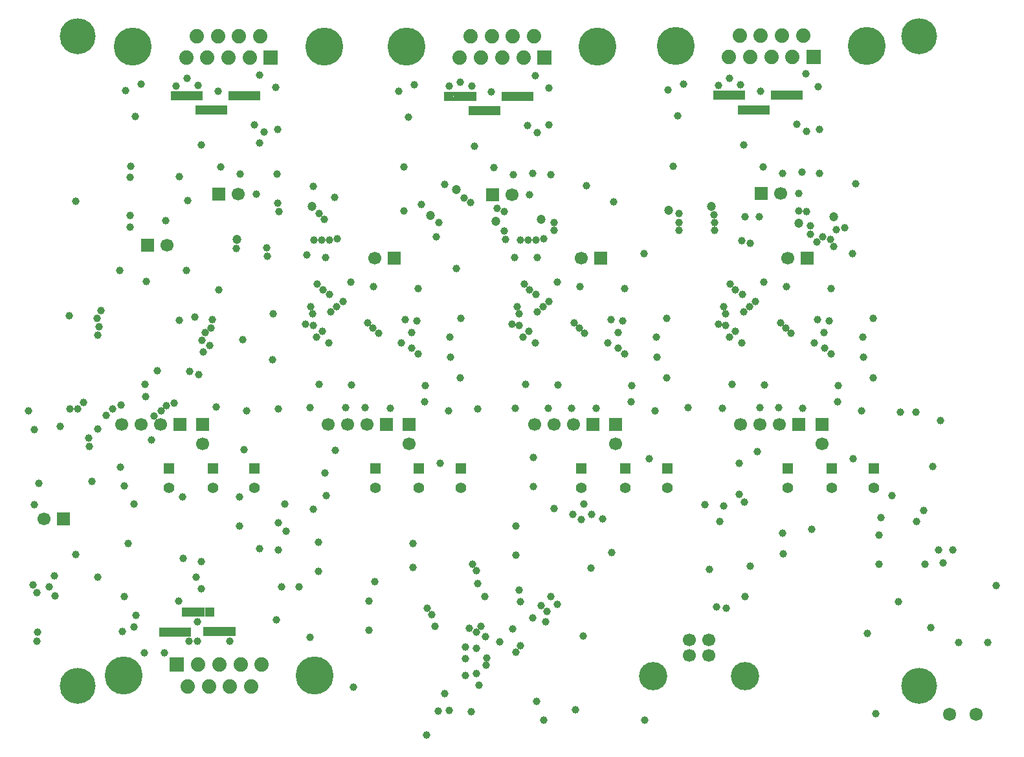
<source format=gbs>
%FSLAX44Y44*%
%MOMM*%
G71*
G01*
G75*
G04 Layer_Color=16711935*
%ADD10R,3.2000X2.1000*%
%ADD11R,0.9000X2.1000*%
%ADD12R,0.9000X0.6000*%
%ADD13R,0.8000X0.8000*%
%ADD14R,2.0000X0.4000*%
%ADD15R,0.6000X0.9000*%
%ADD16O,0.6000X2.2000*%
%ADD17R,1.1000X2.3000*%
%ADD18R,0.8000X0.8000*%
%ADD19R,0.6000X1.1500*%
%ADD20R,1.3000X0.9000*%
%ADD21O,2.1000X0.3000*%
%ADD22O,0.3000X2.1000*%
%ADD23R,0.4000X2.1500*%
%ADD24R,0.4000X2.1500*%
%ADD25R,0.3500X1.7000*%
%ADD26O,2.5000X0.7000*%
%ADD27O,0.7000X2.5000*%
%ADD28R,2.1000X0.9000*%
%ADD29R,2.1000X3.2000*%
%ADD30O,2.2000X0.6000*%
%ADD31R,2.0000X0.8500*%
%ADD32R,1.1500X1.3000*%
%ADD33R,1.2000X1.3000*%
%ADD34R,0.6000X1.3000*%
%ADD35C,0.2000*%
%ADD36C,0.5000*%
%ADD37R,1.2000X1.2000*%
%ADD38C,1.2000*%
%ADD39C,3.5000*%
%ADD40C,1.5000*%
%ADD41R,1.5000X1.5000*%
%ADD42R,1.5000X1.5000*%
%ADD43C,1.5240*%
%ADD44C,4.5000*%
%ADD45C,4.7600*%
%ADD46R,1.6900X1.6900*%
%ADD47C,1.6900*%
%ADD48C,0.8000*%
%ADD49C,1.0000*%
%ADD50C,0.2032*%
%ADD51R,1.0000X1.0000*%
%ADD52C,0.2540*%
%ADD53C,0.2500*%
%ADD54C,0.1000*%
%ADD55C,0.6000*%
%ADD56C,0.1500*%
%ADD57R,3.4000X2.3000*%
%ADD58R,1.1000X2.3000*%
%ADD59R,1.1000X0.8000*%
%ADD60R,2.2000X0.6000*%
%ADD61R,0.8000X1.1000*%
%ADD62O,0.8000X2.4000*%
%ADD63R,1.3000X2.5000*%
%ADD64R,1.0000X1.0000*%
%ADD65R,0.8000X1.3500*%
%ADD66R,1.5000X1.1000*%
%ADD67O,2.3000X0.5000*%
%ADD68O,0.5000X2.3000*%
%ADD69R,0.6000X2.3500*%
%ADD70R,0.6000X2.3500*%
%ADD71R,0.5500X1.9000*%
%ADD72O,2.7000X0.9000*%
%ADD73O,0.9000X2.7000*%
%ADD74R,2.3000X1.1000*%
%ADD75R,2.3000X3.4000*%
%ADD76O,2.4000X0.8000*%
%ADD77R,2.2000X1.0500*%
%ADD78R,1.3500X1.5000*%
%ADD79R,1.4000X1.5000*%
%ADD80R,0.8000X1.5000*%
%ADD81R,1.4000X1.4000*%
%ADD82C,1.4000*%
%ADD83C,3.7000*%
%ADD84C,1.7000*%
%ADD85R,1.7000X1.7000*%
%ADD86R,1.7000X1.7000*%
%ADD87C,1.7240*%
%ADD88C,4.7000*%
%ADD89C,4.9600*%
%ADD90R,1.8900X1.8900*%
%ADD91C,1.8900*%
%ADD92R,1.9000X1.2000*%
%ADD93R,1.2000X1.2000*%
G36*
X-365370Y333994D02*
X-365242Y333968D01*
X-365118Y333926D01*
X-365000Y333868D01*
X-364891Y333796D01*
X-364793Y333709D01*
X-364706Y333610D01*
X-364633Y333502D01*
X-364575Y333384D01*
X-364533Y333260D01*
X-364508Y333131D01*
X-364499Y333000D01*
Y323000D01*
X-364508Y322870D01*
X-364533Y322741D01*
X-364575Y322617D01*
X-364633Y322499D01*
X-364706Y322390D01*
X-364793Y322292D01*
X-364891Y322205D01*
X-365000Y322133D01*
X-365118Y322075D01*
X-365242Y322033D01*
X-365370Y322007D01*
X-365501Y321998D01*
X-367501D01*
X-367561Y322002D01*
X-367620Y322005D01*
X-367626Y322006D01*
X-367632Y322007D01*
X-367691Y322019D01*
X-367749Y322029D01*
X-367754Y322031D01*
X-367761Y322033D01*
X-367817Y322052D01*
X-367873Y322070D01*
X-367879Y322073D01*
X-367885Y322075D01*
X-367939Y322101D01*
X-367992Y322127D01*
X-367997Y322130D01*
X-368002Y322133D01*
X-368052Y322166D01*
X-368102Y322198D01*
X-368106Y322202D01*
X-368111Y322205D01*
X-368156Y322245D01*
X-368201Y322283D01*
X-368205Y322288D01*
X-368210Y322292D01*
X-368249Y322337D01*
X-368289Y322381D01*
X-368292Y322386D01*
X-368296Y322390D01*
X-368329Y322440D01*
X-368363Y322489D01*
X-368366Y322494D01*
X-368369Y322499D01*
X-368396Y322553D01*
X-368422Y322606D01*
X-368424Y322611D01*
X-368427Y322617D01*
X-368446Y322674D01*
X-368466Y322729D01*
X-368467Y322735D01*
X-368469Y322741D01*
X-368481Y322799D01*
X-368493Y322858D01*
X-368493Y322864D01*
X-368495Y322870D01*
X-368499Y322928D01*
X-368503Y322988D01*
X-368503Y322994D01*
X-368503Y323000D01*
X-368499Y323060D01*
X-368496Y323119D01*
X-368495Y323125D01*
X-368495Y323131D01*
X-368483Y323190D01*
X-368472Y323248D01*
X-368470Y323254D01*
X-368469Y323260D01*
X-368450Y323317D01*
X-368432Y323373D01*
X-366581Y328000D01*
X-368432Y332628D01*
X-368450Y332684D01*
X-368469Y332741D01*
X-368470Y332747D01*
X-368472Y332753D01*
X-368483Y332811D01*
X-368495Y332870D01*
X-368495Y332876D01*
X-368496Y332882D01*
X-368499Y332941D01*
X-368503Y333000D01*
X-368503Y333007D01*
X-368503Y333013D01*
X-368499Y333073D01*
X-368495Y333131D01*
X-368493Y333137D01*
X-368493Y333143D01*
X-368481Y333201D01*
X-368469Y333260D01*
X-368467Y333266D01*
X-368466Y333272D01*
X-368446Y333327D01*
X-368427Y333384D01*
X-368424Y333390D01*
X-368422Y333395D01*
X-368396Y333448D01*
X-368369Y333502D01*
X-368366Y333507D01*
X-368363Y333512D01*
X-368329Y333561D01*
X-368296Y333610D01*
X-368292Y333615D01*
X-368289Y333620D01*
X-368248Y333665D01*
X-368210Y333709D01*
X-368205Y333713D01*
X-368201Y333718D01*
X-368155Y333757D01*
X-368111Y333796D01*
X-368106Y333799D01*
X-368102Y333803D01*
X-368051Y333836D01*
X-368002Y333868D01*
X-367997Y333871D01*
X-367992Y333874D01*
X-367938Y333900D01*
X-367885Y333926D01*
X-367879Y333928D01*
X-367873Y333931D01*
X-367817Y333949D01*
X-367761Y333968D01*
X-367754Y333970D01*
X-367749Y333971D01*
X-367691Y333982D01*
X-367632Y333994D01*
X-367626Y333994D01*
X-367620Y333996D01*
X-367560Y333999D01*
X-367501Y334003D01*
X-365501D01*
X-365370Y333994D01*
D02*
G37*
G36*
X-370495Y334002D02*
X-370489Y334002D01*
X-370429Y333998D01*
X-370370Y333994D01*
X-370364Y333993D01*
X-370358Y333992D01*
X-370300Y333980D01*
X-370242Y333968D01*
X-370236Y333966D01*
X-370230Y333965D01*
X-370175Y333946D01*
X-370118Y333926D01*
X-370112Y333924D01*
X-370106Y333922D01*
X-370054Y333895D01*
X-370000Y333868D01*
X-369995Y333865D01*
X-369990Y333862D01*
X-369940Y333828D01*
X-369891Y333796D01*
X-369887Y333792D01*
X-369882Y333788D01*
X-369837Y333748D01*
X-369793Y333709D01*
X-369789Y333705D01*
X-369784Y333700D01*
X-369744Y333654D01*
X-369706Y333610D01*
X-369703Y333605D01*
X-369699Y333601D01*
X-369666Y333550D01*
X-369633Y333502D01*
X-369631Y333496D01*
X-369627Y333491D01*
X-369602Y333437D01*
X-369575Y333384D01*
X-369573Y333378D01*
X-369571Y333373D01*
X-367571Y328373D01*
X-367554Y328322D01*
X-367536Y328272D01*
X-367534Y328260D01*
X-367530Y328248D01*
X-367520Y328196D01*
X-367509Y328143D01*
X-367508Y328131D01*
X-367506Y328119D01*
X-367503Y328066D01*
X-367499Y328013D01*
X-367500Y328000D01*
X-367499Y327988D01*
X-367503Y327935D01*
X-367506Y327882D01*
X-367508Y327870D01*
X-367509Y327858D01*
X-367520Y327805D01*
X-367530Y327753D01*
X-367534Y327741D01*
X-367536Y327729D01*
X-367554Y327679D01*
X-367571Y327628D01*
X-369571Y322628D01*
X-369573Y322623D01*
X-369575Y322617D01*
X-369602Y322564D01*
X-369627Y322510D01*
X-369631Y322505D01*
X-369633Y322499D01*
X-369666Y322450D01*
X-369699Y322400D01*
X-369703Y322396D01*
X-369706Y322390D01*
X-369745Y322346D01*
X-369784Y322300D01*
X-369789Y322296D01*
X-369793Y322292D01*
X-369837Y322253D01*
X-369882Y322213D01*
X-369887Y322209D01*
X-369891Y322205D01*
X-369940Y322173D01*
X-369990Y322139D01*
X-369995Y322136D01*
X-370000Y322133D01*
X-370054Y322106D01*
X-370106Y322079D01*
X-370112Y322077D01*
X-370118Y322075D01*
X-370175Y322055D01*
X-370230Y322036D01*
X-370236Y322034D01*
X-370242Y322033D01*
X-370301Y322021D01*
X-370358Y322009D01*
X-370364Y322008D01*
X-370370Y322007D01*
X-370430Y322003D01*
X-370489Y321998D01*
X-370495Y321999D01*
X-370501Y321998D01*
X-370560Y322002D01*
X-370620Y322005D01*
X-370626Y322006D01*
X-370632Y322007D01*
X-370691Y322019D01*
X-370749Y322029D01*
X-370755Y322031D01*
X-370760Y322033D01*
X-370817Y322052D01*
X-370873Y322070D01*
X-370879Y322073D01*
X-370885Y322075D01*
X-370939Y322101D01*
X-370992Y322127D01*
X-370997Y322130D01*
X-371002Y322133D01*
X-371052Y322166D01*
X-371101Y322198D01*
X-371106Y322202D01*
X-371111Y322205D01*
X-371156Y322245D01*
X-371201Y322283D01*
X-371205Y322288D01*
X-371210Y322292D01*
X-371249Y322337D01*
X-371289Y322381D01*
X-371292Y322386D01*
X-371296Y322390D01*
X-371329Y322440D01*
X-371363Y322489D01*
X-371366Y322494D01*
X-371369Y322499D01*
X-371395Y322553D01*
X-371422Y322606D01*
X-371424Y322611D01*
X-371427Y322617D01*
X-371446Y322674D01*
X-371466Y322729D01*
X-371467Y322735D01*
X-371469Y322741D01*
X-371481Y322799D01*
X-371493Y322858D01*
X-371494Y322864D01*
X-371495Y322870D01*
X-371499Y322928D01*
X-371503Y322988D01*
X-371503Y322994D01*
X-371503Y323000D01*
Y333000D01*
X-371503Y333007D01*
X-371503Y333013D01*
X-371499Y333073D01*
X-371495Y333131D01*
X-371494Y333137D01*
X-371493Y333143D01*
X-371481Y333201D01*
X-371469Y333260D01*
X-371467Y333266D01*
X-371466Y333272D01*
X-371446Y333327D01*
X-371427Y333384D01*
X-371424Y333390D01*
X-371422Y333395D01*
X-371395Y333448D01*
X-371369Y333502D01*
X-371366Y333507D01*
X-371363Y333512D01*
X-371329Y333561D01*
X-371296Y333610D01*
X-371292Y333615D01*
X-371289Y333620D01*
X-371248Y333665D01*
X-371210Y333709D01*
X-371205Y333713D01*
X-371201Y333718D01*
X-371155Y333757D01*
X-371111Y333796D01*
X-371106Y333799D01*
X-371101Y333803D01*
X-371051Y333836D01*
X-371002Y333868D01*
X-370997Y333871D01*
X-370992Y333874D01*
X-370938Y333900D01*
X-370885Y333926D01*
X-370879Y333928D01*
X-370873Y333931D01*
X-370817Y333949D01*
X-370760Y333968D01*
X-370755Y333970D01*
X-370749Y333971D01*
X-370691Y333982D01*
X-370632Y333994D01*
X-370626Y333994D01*
X-370620Y333996D01*
X-370560Y333999D01*
X-370501Y334003D01*
X-370495Y334002D01*
D02*
G37*
G36*
X-383442Y333999D02*
X-383382Y333996D01*
X-383376Y333994D01*
X-383370Y333994D01*
X-383312Y333982D01*
X-383254Y333971D01*
X-383248Y333970D01*
X-383242Y333968D01*
X-383185Y333949D01*
X-383129Y333931D01*
X-383124Y333928D01*
X-383118Y333926D01*
X-383064Y333900D01*
X-383011Y333874D01*
X-383006Y333871D01*
X-383000Y333868D01*
X-382951Y333836D01*
X-382901Y333803D01*
X-382896Y333799D01*
X-382891Y333796D01*
X-382848Y333757D01*
X-382801Y333718D01*
X-382797Y333713D01*
X-382793Y333709D01*
X-382754Y333665D01*
X-382714Y333620D01*
X-382710Y333615D01*
X-382706Y333610D01*
X-382673Y333561D01*
X-382640Y333512D01*
X-382637Y333507D01*
X-382633Y333502D01*
X-382607Y333448D01*
X-382580Y333395D01*
X-382578Y333390D01*
X-382575Y333384D01*
X-382556Y333327D01*
X-382536Y333272D01*
X-382535Y333266D01*
X-382533Y333260D01*
X-382522Y333201D01*
X-382509Y333143D01*
X-382509Y333137D01*
X-382508Y333131D01*
X-382504Y333073D01*
X-382499Y333013D01*
X-382500Y333007D01*
X-382499Y333000D01*
X-382503Y332941D01*
X-382506Y332882D01*
X-382507Y332876D01*
X-382508Y332870D01*
X-382519Y332811D01*
X-382530Y332753D01*
X-382532Y332747D01*
X-382533Y332741D01*
X-382552Y332684D01*
X-382571Y332628D01*
X-384422Y328000D01*
X-382571Y323373D01*
X-382552Y323317D01*
X-382533Y323260D01*
X-382532Y323254D01*
X-382530Y323248D01*
X-382519Y323190D01*
X-382508Y323131D01*
X-382507Y323125D01*
X-382506Y323119D01*
X-382503Y323060D01*
X-382499Y323000D01*
X-382500Y322994D01*
X-382499Y322988D01*
X-382504Y322928D01*
X-382508Y322870D01*
X-382509Y322864D01*
X-382509Y322858D01*
X-382522Y322799D01*
X-382533Y322741D01*
X-382535Y322735D01*
X-382536Y322729D01*
X-382556Y322674D01*
X-382575Y322617D01*
X-382578Y322611D01*
X-382580Y322606D01*
X-382607Y322553D01*
X-382633Y322499D01*
X-382637Y322494D01*
X-382640Y322489D01*
X-382673Y322440D01*
X-382706Y322390D01*
X-382710Y322386D01*
X-382714Y322381D01*
X-382753Y322337D01*
X-382793Y322292D01*
X-382797Y322288D01*
X-382801Y322283D01*
X-382846Y322245D01*
X-382891Y322205D01*
X-382896Y322202D01*
X-382901Y322198D01*
X-382950Y322166D01*
X-383000Y322133D01*
X-383006Y322130D01*
X-383011Y322127D01*
X-383063Y322101D01*
X-383118Y322075D01*
X-383124Y322073D01*
X-383129Y322070D01*
X-383185Y322052D01*
X-383242Y322033D01*
X-383248Y322031D01*
X-383254Y322029D01*
X-383312Y322019D01*
X-383370Y322007D01*
X-383376Y322006D01*
X-383382Y322005D01*
X-383442Y322002D01*
X-383501Y321998D01*
X-385501D01*
X-385632Y322007D01*
X-385760Y322033D01*
X-385885Y322075D01*
X-386002Y322133D01*
X-386111Y322205D01*
X-386210Y322292D01*
X-386296Y322390D01*
X-386369Y322499D01*
X-386427Y322617D01*
X-386469Y322741D01*
X-386495Y322870D01*
X-386503Y323000D01*
Y333000D01*
X-386495Y333131D01*
X-386469Y333260D01*
X-386427Y333384D01*
X-386369Y333502D01*
X-386296Y333610D01*
X-386210Y333709D01*
X-386111Y333796D01*
X-386002Y333868D01*
X-385885Y333926D01*
X-385760Y333968D01*
X-385632Y333994D01*
X-385501Y334003D01*
X-383501D01*
X-383442Y333999D01*
D02*
G37*
G36*
X-7868Y333244D02*
X-7740Y333218D01*
X-7616Y333176D01*
X-7498Y333118D01*
X-7389Y333046D01*
X-7290Y332959D01*
X-7204Y332860D01*
X-7131Y332752D01*
X-7073Y332634D01*
X-7031Y332510D01*
X-7005Y332381D01*
X-6997Y332251D01*
Y322251D01*
X-7005Y322120D01*
X-7031Y321991D01*
X-7073Y321867D01*
X-7131Y321749D01*
X-7204Y321640D01*
X-7290Y321542D01*
X-7389Y321455D01*
X-7498Y321383D01*
X-7616Y321325D01*
X-7740Y321283D01*
X-7868Y321257D01*
X-7999Y321248D01*
X-9999D01*
X-10058Y321252D01*
X-10118Y321255D01*
X-10124Y321256D01*
X-10130Y321257D01*
X-10188Y321269D01*
X-10246Y321279D01*
X-10252Y321281D01*
X-10258Y321283D01*
X-10315Y321302D01*
X-10371Y321320D01*
X-10377Y321323D01*
X-10382Y321325D01*
X-10437Y321351D01*
X-10489Y321377D01*
X-10494Y321380D01*
X-10500Y321383D01*
X-10550Y321416D01*
X-10599Y321448D01*
X-10604Y321452D01*
X-10609Y321455D01*
X-10654Y321495D01*
X-10699Y321533D01*
X-10703Y321538D01*
X-10707Y321542D01*
X-10747Y321587D01*
X-10786Y321631D01*
X-10790Y321636D01*
X-10794Y321640D01*
X-10827Y321690D01*
X-10861Y321739D01*
X-10863Y321744D01*
X-10867Y321749D01*
X-10893Y321803D01*
X-10920Y321856D01*
X-10922Y321861D01*
X-10925Y321867D01*
X-10944Y321924D01*
X-10964Y321979D01*
X-10965Y321985D01*
X-10967Y321991D01*
X-10978Y322049D01*
X-10991Y322108D01*
X-10991Y322114D01*
X-10992Y322120D01*
X-10996Y322178D01*
X-11001Y322238D01*
X-11001Y322244D01*
X-11001Y322251D01*
X-10997Y322310D01*
X-10994Y322369D01*
X-10993Y322375D01*
X-10992Y322381D01*
X-10981Y322440D01*
X-10970Y322498D01*
X-10968Y322504D01*
X-10967Y322510D01*
X-10948Y322567D01*
X-10929Y322623D01*
X-9078Y327251D01*
X-10929Y331878D01*
X-10948Y331934D01*
X-10967Y331991D01*
X-10968Y331997D01*
X-10970Y332003D01*
X-10981Y332061D01*
X-10992Y332120D01*
X-10993Y332126D01*
X-10994Y332132D01*
X-10997Y332191D01*
X-11001Y332251D01*
X-11001Y332257D01*
X-11001Y332263D01*
X-10996Y332323D01*
X-10992Y332381D01*
X-10991Y332387D01*
X-10991Y332393D01*
X-10978Y332452D01*
X-10967Y332510D01*
X-10965Y332516D01*
X-10964Y332522D01*
X-10944Y332577D01*
X-10925Y332634D01*
X-10922Y332640D01*
X-10920Y332645D01*
X-10893Y332698D01*
X-10867Y332752D01*
X-10863Y332757D01*
X-10861Y332762D01*
X-10827Y332811D01*
X-10794Y332860D01*
X-10790Y332865D01*
X-10786Y332870D01*
X-10746Y332915D01*
X-10707Y332959D01*
X-10703Y332963D01*
X-10699Y332968D01*
X-10653Y333007D01*
X-10609Y333046D01*
X-10604Y333049D01*
X-10599Y333053D01*
X-10549Y333086D01*
X-10500Y333118D01*
X-10495Y333121D01*
X-10489Y333124D01*
X-10436Y333150D01*
X-10382Y333176D01*
X-10377Y333178D01*
X-10371Y333181D01*
X-10315Y333199D01*
X-10258Y333218D01*
X-10252Y333220D01*
X-10246Y333222D01*
X-10188Y333232D01*
X-10130Y333244D01*
X-10124Y333244D01*
X-10118Y333246D01*
X-10058Y333249D01*
X-9999Y333253D01*
X-7999D01*
X-7868Y333244D01*
D02*
G37*
G36*
X-12993Y333252D02*
X-12987Y333252D01*
X-12927Y333248D01*
X-12868Y333244D01*
X-12862Y333243D01*
X-12856Y333242D01*
X-12798Y333230D01*
X-12740Y333218D01*
X-12734Y333217D01*
X-12728Y333215D01*
X-12673Y333196D01*
X-12615Y333176D01*
X-12610Y333174D01*
X-12604Y333172D01*
X-12551Y333145D01*
X-12498Y333118D01*
X-12493Y333115D01*
X-12487Y333112D01*
X-12438Y333078D01*
X-12389Y333046D01*
X-12384Y333041D01*
X-12379Y333038D01*
X-12334Y332998D01*
X-12290Y332959D01*
X-12286Y332955D01*
X-12282Y332950D01*
X-12242Y332904D01*
X-12204Y332860D01*
X-12201Y332855D01*
X-12197Y332851D01*
X-12164Y332800D01*
X-12131Y332752D01*
X-12128Y332746D01*
X-12125Y332741D01*
X-12099Y332687D01*
X-12073Y332634D01*
X-12071Y332628D01*
X-12069Y332623D01*
X-10069Y327623D01*
X-10052Y327572D01*
X-10034Y327522D01*
X-10032Y327510D01*
X-10028Y327498D01*
X-10018Y327446D01*
X-10007Y327393D01*
X-10006Y327381D01*
X-10004Y327369D01*
X-10001Y327316D01*
X-9997Y327263D01*
X-9998Y327251D01*
X-9997Y327238D01*
X-10001Y327185D01*
X-10004Y327132D01*
X-10006Y327120D01*
X-10007Y327108D01*
X-10018Y327055D01*
X-10028Y327003D01*
X-10032Y326991D01*
X-10034Y326979D01*
X-10052Y326929D01*
X-10069Y326878D01*
X-12069Y321878D01*
X-12071Y321873D01*
X-12073Y321867D01*
X-12099Y321814D01*
X-12125Y321760D01*
X-12128Y321755D01*
X-12131Y321749D01*
X-12164Y321700D01*
X-12197Y321650D01*
X-12200Y321646D01*
X-12204Y321640D01*
X-12242Y321596D01*
X-12282Y321551D01*
X-12286Y321546D01*
X-12290Y321542D01*
X-12334Y321503D01*
X-12379Y321463D01*
X-12384Y321460D01*
X-12389Y321455D01*
X-12438Y321423D01*
X-12487Y321389D01*
X-12493Y321386D01*
X-12498Y321383D01*
X-12552Y321356D01*
X-12604Y321329D01*
X-12610Y321327D01*
X-12615Y321325D01*
X-12673Y321305D01*
X-12728Y321286D01*
X-12734Y321284D01*
X-12740Y321283D01*
X-12799Y321271D01*
X-12856Y321259D01*
X-12862Y321258D01*
X-12868Y321257D01*
X-12928Y321253D01*
X-12987Y321248D01*
X-12993Y321249D01*
X-12999Y321248D01*
X-13058Y321252D01*
X-13118Y321255D01*
X-13124Y321256D01*
X-13130Y321257D01*
X-13188Y321269D01*
X-13247Y321279D01*
X-13252Y321281D01*
X-13258Y321283D01*
X-13315Y321302D01*
X-13371Y321320D01*
X-13377Y321323D01*
X-13382Y321325D01*
X-13437Y321351D01*
X-13489Y321377D01*
X-13494Y321380D01*
X-13500Y321383D01*
X-13550Y321416D01*
X-13599Y321448D01*
X-13604Y321452D01*
X-13609Y321455D01*
X-13654Y321495D01*
X-13699Y321533D01*
X-13703Y321538D01*
X-13708Y321542D01*
X-13747Y321587D01*
X-13786Y321631D01*
X-13790Y321636D01*
X-13794Y321640D01*
X-13827Y321690D01*
X-13861Y321739D01*
X-13863Y321744D01*
X-13867Y321749D01*
X-13893Y321803D01*
X-13920Y321856D01*
X-13922Y321861D01*
X-13925Y321867D01*
X-13944Y321924D01*
X-13964Y321979D01*
X-13965Y321985D01*
X-13967Y321991D01*
X-13979Y322049D01*
X-13991Y322108D01*
X-13991Y322114D01*
X-13993Y322120D01*
X-13996Y322178D01*
X-14001Y322238D01*
X-14001Y322244D01*
X-14001Y322251D01*
Y332251D01*
X-14001Y332257D01*
X-14001Y332263D01*
X-13996Y332323D01*
X-13993Y332381D01*
X-13991Y332387D01*
X-13991Y332393D01*
X-13979Y332452D01*
X-13967Y332510D01*
X-13965Y332516D01*
X-13964Y332522D01*
X-13944Y332577D01*
X-13925Y332634D01*
X-13922Y332640D01*
X-13920Y332645D01*
X-13893Y332698D01*
X-13867Y332752D01*
X-13863Y332757D01*
X-13861Y332762D01*
X-13827Y332811D01*
X-13794Y332860D01*
X-13790Y332865D01*
X-13786Y332870D01*
X-13746Y332915D01*
X-13708Y332959D01*
X-13703Y332963D01*
X-13699Y332968D01*
X-13653Y333007D01*
X-13609Y333046D01*
X-13604Y333049D01*
X-13599Y333053D01*
X-13549Y333086D01*
X-13500Y333118D01*
X-13494Y333121D01*
X-13489Y333124D01*
X-13436Y333150D01*
X-13382Y333176D01*
X-13377Y333178D01*
X-13371Y333181D01*
X-13315Y333199D01*
X-13258Y333218D01*
X-13252Y333220D01*
X-13247Y333222D01*
X-13188Y333232D01*
X-13130Y333244D01*
X-13124Y333244D01*
X-13118Y333246D01*
X-13058Y333249D01*
X-12999Y333253D01*
X-12993Y333252D01*
D02*
G37*
G36*
X326100Y334499D02*
X326159Y334496D01*
X326165Y334494D01*
X326171Y334494D01*
X326230Y334482D01*
X326288Y334472D01*
X326294Y334470D01*
X326300Y334468D01*
X326357Y334449D01*
X326413Y334431D01*
X326418Y334428D01*
X326424Y334426D01*
X326477Y334400D01*
X326531Y334374D01*
X326536Y334371D01*
X326541Y334368D01*
X326590Y334336D01*
X326641Y334303D01*
X326646Y334299D01*
X326651Y334296D01*
X326694Y334257D01*
X326740Y334218D01*
X326745Y334213D01*
X326749Y334209D01*
X326787Y334165D01*
X326828Y334120D01*
X326832Y334115D01*
X326836Y334110D01*
X326868Y334061D01*
X326902Y334012D01*
X326905Y334007D01*
X326908Y334002D01*
X326935Y333948D01*
X326962Y333895D01*
X326964Y333890D01*
X326966Y333884D01*
X326986Y333827D01*
X327005Y333772D01*
X327006Y333766D01*
X327008Y333760D01*
X327020Y333701D01*
X327032Y333643D01*
X327033Y333637D01*
X327034Y333631D01*
X327038Y333573D01*
X327043Y333513D01*
X327042Y333507D01*
X327043Y333501D01*
X327039Y333441D01*
X327035Y333382D01*
X327034Y333376D01*
X327034Y333370D01*
X327022Y333311D01*
X327011Y333253D01*
X327010Y333247D01*
X327008Y333241D01*
X326989Y333184D01*
X326971Y333128D01*
X325120Y328501D01*
X326971Y323873D01*
X326989Y323817D01*
X327008Y323760D01*
X327010Y323754D01*
X327011Y323748D01*
X327022Y323690D01*
X327034Y323631D01*
X327034Y323625D01*
X327035Y323619D01*
X327039Y323560D01*
X327043Y323501D01*
X327042Y323494D01*
X327043Y323488D01*
X327038Y323428D01*
X327034Y323370D01*
X327033Y323364D01*
X327032Y323358D01*
X327020Y323299D01*
X327008Y323241D01*
X327006Y323235D01*
X327005Y323229D01*
X326986Y323174D01*
X326966Y323117D01*
X326964Y323111D01*
X326962Y323106D01*
X326935Y323053D01*
X326908Y322999D01*
X326905Y322994D01*
X326902Y322989D01*
X326869Y322940D01*
X326836Y322890D01*
X326831Y322886D01*
X326828Y322881D01*
X326788Y322837D01*
X326749Y322792D01*
X326744Y322788D01*
X326740Y322783D01*
X326695Y322745D01*
X326651Y322705D01*
X326645Y322702D01*
X326641Y322698D01*
X326591Y322666D01*
X326541Y322633D01*
X326536Y322630D01*
X326531Y322627D01*
X326478Y322601D01*
X326424Y322575D01*
X326418Y322573D01*
X326413Y322570D01*
X326357Y322552D01*
X326300Y322533D01*
X326294Y322531D01*
X326288Y322529D01*
X326230Y322519D01*
X326171Y322507D01*
X326165Y322506D01*
X326159Y322505D01*
X326100Y322502D01*
X326040Y322498D01*
X324040D01*
X323910Y322507D01*
X323781Y322533D01*
X323657Y322575D01*
X323539Y322633D01*
X323430Y322705D01*
X323332Y322792D01*
X323245Y322890D01*
X323173Y322999D01*
X323115Y323117D01*
X323072Y323241D01*
X323047Y323370D01*
X323038Y323501D01*
Y333501D01*
X323047Y333631D01*
X323072Y333760D01*
X323115Y333884D01*
X323173Y334002D01*
X323245Y334110D01*
X323332Y334209D01*
X323430Y334296D01*
X323539Y334368D01*
X323657Y334426D01*
X323781Y334468D01*
X323910Y334494D01*
X324040Y334503D01*
X326040D01*
X326100Y334499D01*
D02*
G37*
G36*
X-380442Y333999D02*
X-380382Y333996D01*
X-380376Y333994D01*
X-380370Y333994D01*
X-380312Y333982D01*
X-380254Y333971D01*
X-380248Y333970D01*
X-380242Y333968D01*
X-380185Y333949D01*
X-380129Y333931D01*
X-380123Y333928D01*
X-380118Y333926D01*
X-380064Y333900D01*
X-380011Y333874D01*
X-380006Y333871D01*
X-380000Y333868D01*
X-379951Y333836D01*
X-379901Y333803D01*
X-379896Y333799D01*
X-379891Y333796D01*
X-379848Y333757D01*
X-379801Y333718D01*
X-379797Y333713D01*
X-379793Y333709D01*
X-379754Y333665D01*
X-379714Y333620D01*
X-379710Y333615D01*
X-379706Y333610D01*
X-379673Y333561D01*
X-379640Y333512D01*
X-379637Y333507D01*
X-379633Y333502D01*
X-379607Y333448D01*
X-379580Y333395D01*
X-379578Y333390D01*
X-379575Y333384D01*
X-379556Y333327D01*
X-379536Y333272D01*
X-379535Y333266D01*
X-379533Y333260D01*
X-379522Y333201D01*
X-379509Y333143D01*
X-379509Y333137D01*
X-379508Y333131D01*
X-379504Y333073D01*
X-379499Y333013D01*
X-379499Y333007D01*
X-379499Y333000D01*
Y323000D01*
X-379499Y322994D01*
X-379499Y322988D01*
X-379504Y322928D01*
X-379508Y322870D01*
X-379509Y322864D01*
X-379509Y322858D01*
X-379522Y322799D01*
X-379533Y322741D01*
X-379535Y322735D01*
X-379536Y322729D01*
X-379556Y322674D01*
X-379575Y322617D01*
X-379578Y322611D01*
X-379580Y322606D01*
X-379607Y322553D01*
X-379633Y322499D01*
X-379637Y322494D01*
X-379640Y322489D01*
X-379673Y322440D01*
X-379706Y322390D01*
X-379710Y322386D01*
X-379714Y322381D01*
X-379753Y322337D01*
X-379793Y322292D01*
X-379797Y322288D01*
X-379801Y322283D01*
X-379846Y322245D01*
X-379891Y322205D01*
X-379896Y322202D01*
X-379901Y322198D01*
X-379950Y322166D01*
X-380000Y322133D01*
X-380006Y322130D01*
X-380011Y322127D01*
X-380063Y322101D01*
X-380118Y322075D01*
X-380123Y322073D01*
X-380129Y322070D01*
X-380185Y322052D01*
X-380242Y322033D01*
X-380248Y322031D01*
X-380254Y322029D01*
X-380312Y322019D01*
X-380370Y322007D01*
X-380376Y322006D01*
X-380382Y322005D01*
X-380442Y322002D01*
X-380501Y321998D01*
X-380507Y321999D01*
X-380513Y321998D01*
X-380572Y322003D01*
X-380632Y322007D01*
X-380638Y322008D01*
X-380644Y322009D01*
X-380701Y322021D01*
X-380760Y322033D01*
X-380766Y322034D01*
X-380772Y322036D01*
X-380827Y322055D01*
X-380885Y322075D01*
X-380890Y322077D01*
X-380896Y322079D01*
X-380948Y322106D01*
X-381002Y322133D01*
X-381007Y322136D01*
X-381013Y322139D01*
X-381062Y322173D01*
X-381111Y322205D01*
X-381116Y322209D01*
X-381121Y322213D01*
X-381166Y322253D01*
X-381210Y322292D01*
X-381214Y322296D01*
X-381218Y322300D01*
X-381258Y322346D01*
X-381296Y322390D01*
X-381300Y322396D01*
X-381304Y322400D01*
X-381336Y322450D01*
X-381369Y322499D01*
X-381372Y322505D01*
X-381375Y322510D01*
X-381401Y322564D01*
X-381427Y322617D01*
X-381429Y322623D01*
X-381432Y322628D01*
X-383432Y327628D01*
X-383448Y327679D01*
X-383466Y327729D01*
X-383469Y327741D01*
X-383472Y327753D01*
X-383482Y327805D01*
X-383493Y327858D01*
X-383494Y327870D01*
X-383496Y327882D01*
X-383499Y327935D01*
X-383503Y327988D01*
X-383503Y328000D01*
X-383503Y328013D01*
X-383499Y328066D01*
X-383496Y328119D01*
X-383494Y328131D01*
X-383493Y328143D01*
X-383482Y328196D01*
X-383472Y328248D01*
X-383469Y328260D01*
X-383466Y328272D01*
X-383448Y328322D01*
X-383432Y328373D01*
X-381432Y333373D01*
X-381429Y333378D01*
X-381427Y333384D01*
X-381401Y333437D01*
X-381375Y333491D01*
X-381372Y333496D01*
X-381369Y333502D01*
X-381336Y333550D01*
X-381304Y333601D01*
X-381300Y333605D01*
X-381296Y333610D01*
X-381258Y333654D01*
X-381218Y333700D01*
X-381214Y333705D01*
X-381210Y333709D01*
X-381166Y333748D01*
X-381121Y333788D01*
X-381116Y333792D01*
X-381111Y333796D01*
X-381062Y333828D01*
X-381013Y333862D01*
X-381007Y333865D01*
X-381002Y333868D01*
X-380949Y333895D01*
X-380896Y333922D01*
X-380890Y333924D01*
X-380885Y333926D01*
X-380827Y333946D01*
X-380772Y333965D01*
X-380766Y333966D01*
X-380760Y333968D01*
X-380702Y333980D01*
X-380644Y333992D01*
X-380638Y333993D01*
X-380632Y333994D01*
X-380573Y333998D01*
X-380513Y334002D01*
X-380507Y334002D01*
X-380501Y334003D01*
X-380442Y333999D01*
D02*
G37*
G36*
X329100Y334499D02*
X329159Y334496D01*
X329165Y334494D01*
X329171Y334494D01*
X329230Y334482D01*
X329288Y334472D01*
X329294Y334470D01*
X329300Y334468D01*
X329357Y334449D01*
X329413Y334431D01*
X329418Y334428D01*
X329424Y334426D01*
X329477Y334400D01*
X329531Y334374D01*
X329536Y334371D01*
X329542Y334368D01*
X329590Y334336D01*
X329641Y334303D01*
X329646Y334299D01*
X329650Y334296D01*
X329694Y334257D01*
X329740Y334218D01*
X329745Y334213D01*
X329749Y334209D01*
X329788Y334165D01*
X329828Y334120D01*
X329832Y334115D01*
X329836Y334110D01*
X329868Y334061D01*
X329902Y334012D01*
X329905Y334007D01*
X329908Y334002D01*
X329935Y333948D01*
X329962Y333895D01*
X329964Y333890D01*
X329966Y333884D01*
X329986Y333827D01*
X330005Y333772D01*
X330006Y333766D01*
X330008Y333760D01*
X330020Y333701D01*
X330032Y333643D01*
X330033Y333637D01*
X330034Y333631D01*
X330038Y333573D01*
X330042Y333513D01*
X330042Y333507D01*
X330043Y333501D01*
Y323501D01*
X330042Y323494D01*
X330042Y323488D01*
X330038Y323428D01*
X330034Y323370D01*
X330033Y323364D01*
X330032Y323358D01*
X330020Y323299D01*
X330008Y323241D01*
X330006Y323235D01*
X330005Y323229D01*
X329986Y323174D01*
X329966Y323117D01*
X329964Y323111D01*
X329962Y323106D01*
X329935Y323053D01*
X329908Y322999D01*
X329905Y322994D01*
X329902Y322989D01*
X329869Y322940D01*
X329836Y322890D01*
X329831Y322886D01*
X329828Y322881D01*
X329789Y322837D01*
X329749Y322792D01*
X329744Y322788D01*
X329740Y322783D01*
X329695Y322745D01*
X329650Y322705D01*
X329645Y322702D01*
X329641Y322698D01*
X329591Y322666D01*
X329542Y322633D01*
X329536Y322630D01*
X329531Y322627D01*
X329478Y322601D01*
X329424Y322575D01*
X329418Y322573D01*
X329413Y322570D01*
X329357Y322552D01*
X329300Y322533D01*
X329294Y322531D01*
X329288Y322529D01*
X329230Y322519D01*
X329171Y322507D01*
X329165Y322506D01*
X329159Y322505D01*
X329100Y322502D01*
X329040Y322498D01*
X329034Y322499D01*
X329028Y322498D01*
X328969Y322503D01*
X328910Y322507D01*
X328904Y322508D01*
X328898Y322509D01*
X328840Y322521D01*
X328781Y322533D01*
X328775Y322534D01*
X328769Y322536D01*
X328715Y322555D01*
X328657Y322575D01*
X328651Y322577D01*
X328646Y322579D01*
X328593Y322606D01*
X328539Y322633D01*
X328534Y322636D01*
X328529Y322639D01*
X328480Y322673D01*
X328430Y322705D01*
X328426Y322709D01*
X328421Y322713D01*
X328376Y322753D01*
X328332Y322792D01*
X328328Y322796D01*
X328323Y322800D01*
X328284Y322846D01*
X328245Y322890D01*
X328242Y322896D01*
X328238Y322900D01*
X328205Y322950D01*
X328173Y322999D01*
X328170Y323005D01*
X328167Y323010D01*
X328141Y323064D01*
X328115Y323117D01*
X328113Y323123D01*
X328110Y323128D01*
X326110Y328128D01*
X326093Y328179D01*
X326076Y328229D01*
X326073Y328241D01*
X326069Y328253D01*
X326060Y328305D01*
X326049Y328358D01*
X326048Y328370D01*
X326045Y328382D01*
X326043Y328435D01*
X326038Y328488D01*
X326039Y328501D01*
X326038Y328513D01*
X326043Y328566D01*
X326045Y328619D01*
X326048Y328631D01*
X326049Y328643D01*
X326060Y328696D01*
X326069Y328748D01*
X326073Y328760D01*
X326076Y328772D01*
X326093Y328822D01*
X326110Y328873D01*
X328110Y333873D01*
X328113Y333878D01*
X328115Y333884D01*
X328141Y333937D01*
X328167Y333991D01*
X328170Y333996D01*
X328173Y334002D01*
X328205Y334050D01*
X328238Y334101D01*
X328242Y334105D01*
X328245Y334110D01*
X328284Y334154D01*
X328323Y334200D01*
X328328Y334205D01*
X328332Y334209D01*
X328376Y334248D01*
X328421Y334288D01*
X328426Y334291D01*
X328430Y334296D01*
X328480Y334328D01*
X328529Y334362D01*
X328534Y334365D01*
X328539Y334368D01*
X328593Y334395D01*
X328646Y334422D01*
X328651Y334424D01*
X328657Y334426D01*
X328714Y334446D01*
X328769Y334465D01*
X328775Y334466D01*
X328781Y334468D01*
X328839Y334480D01*
X328898Y334492D01*
X328904Y334493D01*
X328910Y334494D01*
X328968Y334498D01*
X329028Y334502D01*
X329034Y334502D01*
X329040Y334503D01*
X329100Y334499D01*
D02*
G37*
G36*
X-22940Y333249D02*
X-22880Y333246D01*
X-22874Y333244D01*
X-22868Y333244D01*
X-22810Y333232D01*
X-22751Y333222D01*
X-22746Y333220D01*
X-22740Y333218D01*
X-22683Y333199D01*
X-22627Y333181D01*
X-22621Y333178D01*
X-22615Y333176D01*
X-22562Y333150D01*
X-22508Y333124D01*
X-22503Y333121D01*
X-22498Y333118D01*
X-22449Y333086D01*
X-22399Y333053D01*
X-22394Y333049D01*
X-22389Y333046D01*
X-22345Y333007D01*
X-22299Y332968D01*
X-22295Y332963D01*
X-22290Y332959D01*
X-22252Y332915D01*
X-22211Y332870D01*
X-22208Y332865D01*
X-22204Y332860D01*
X-22171Y332811D01*
X-22137Y332762D01*
X-22134Y332757D01*
X-22131Y332752D01*
X-22105Y332698D01*
X-22078Y332645D01*
X-22076Y332640D01*
X-22073Y332634D01*
X-22054Y332577D01*
X-22034Y332522D01*
X-22033Y332516D01*
X-22031Y332510D01*
X-22019Y332452D01*
X-22007Y332393D01*
X-22007Y332387D01*
X-22005Y332381D01*
X-22002Y332323D01*
X-21997Y332263D01*
X-21997Y332257D01*
X-21997Y332251D01*
Y322251D01*
X-21997Y322244D01*
X-21997Y322238D01*
X-22002Y322178D01*
X-22005Y322120D01*
X-22007Y322114D01*
X-22007Y322108D01*
X-22019Y322049D01*
X-22031Y321991D01*
X-22033Y321985D01*
X-22034Y321979D01*
X-22054Y321924D01*
X-22073Y321867D01*
X-22076Y321861D01*
X-22078Y321856D01*
X-22105Y321803D01*
X-22131Y321749D01*
X-22134Y321744D01*
X-22137Y321739D01*
X-22171Y321690D01*
X-22204Y321640D01*
X-22208Y321636D01*
X-22211Y321631D01*
X-22251Y321587D01*
X-22290Y321542D01*
X-22295Y321538D01*
X-22299Y321533D01*
X-22344Y321495D01*
X-22389Y321455D01*
X-22394Y321452D01*
X-22399Y321448D01*
X-22448Y321416D01*
X-22498Y321383D01*
X-22503Y321380D01*
X-22508Y321377D01*
X-22561Y321351D01*
X-22615Y321325D01*
X-22621Y321323D01*
X-22627Y321320D01*
X-22683Y321302D01*
X-22740Y321283D01*
X-22746Y321281D01*
X-22751Y321279D01*
X-22810Y321269D01*
X-22868Y321257D01*
X-22874Y321256D01*
X-22880Y321255D01*
X-22940Y321252D01*
X-22999Y321248D01*
X-23005Y321249D01*
X-23011Y321248D01*
X-23070Y321253D01*
X-23130Y321257D01*
X-23136Y321258D01*
X-23142Y321259D01*
X-23199Y321271D01*
X-23258Y321283D01*
X-23264Y321284D01*
X-23270Y321286D01*
X-23325Y321305D01*
X-23382Y321325D01*
X-23388Y321327D01*
X-23394Y321329D01*
X-23446Y321356D01*
X-23500Y321383D01*
X-23505Y321386D01*
X-23510Y321389D01*
X-23560Y321423D01*
X-23609Y321455D01*
X-23614Y321460D01*
X-23619Y321463D01*
X-23664Y321503D01*
X-23707Y321542D01*
X-23712Y321546D01*
X-23716Y321551D01*
X-23755Y321596D01*
X-23794Y321640D01*
X-23797Y321646D01*
X-23801Y321650D01*
X-23834Y321700D01*
X-23867Y321749D01*
X-23870Y321755D01*
X-23873Y321760D01*
X-23898Y321814D01*
X-23925Y321867D01*
X-23927Y321873D01*
X-23929Y321878D01*
X-25929Y326878D01*
X-25946Y326929D01*
X-25964Y326979D01*
X-25966Y326991D01*
X-25970Y327003D01*
X-25980Y327055D01*
X-25991Y327108D01*
X-25992Y327120D01*
X-25994Y327132D01*
X-25997Y327185D01*
X-26001Y327238D01*
X-26000Y327251D01*
X-26001Y327263D01*
X-25997Y327316D01*
X-25994Y327369D01*
X-25992Y327381D01*
X-25991Y327393D01*
X-25980Y327446D01*
X-25970Y327498D01*
X-25966Y327510D01*
X-25964Y327522D01*
X-25946Y327572D01*
X-25929Y327623D01*
X-23929Y332623D01*
X-23927Y332628D01*
X-23925Y332634D01*
X-23898Y332687D01*
X-23873Y332741D01*
X-23870Y332746D01*
X-23867Y332752D01*
X-23834Y332800D01*
X-23801Y332851D01*
X-23797Y332855D01*
X-23794Y332860D01*
X-23756Y332904D01*
X-23716Y332950D01*
X-23712Y332955D01*
X-23707Y332959D01*
X-23664Y332998D01*
X-23619Y333038D01*
X-23614Y333041D01*
X-23609Y333046D01*
X-23560Y333078D01*
X-23510Y333112D01*
X-23505Y333115D01*
X-23500Y333118D01*
X-23446Y333145D01*
X-23394Y333172D01*
X-23388Y333174D01*
X-23382Y333176D01*
X-23325Y333196D01*
X-23270Y333215D01*
X-23264Y333217D01*
X-23258Y333218D01*
X-23200Y333230D01*
X-23142Y333242D01*
X-23136Y333243D01*
X-23130Y333244D01*
X-23071Y333248D01*
X-23011Y333252D01*
X-23005Y333252D01*
X-22999Y333253D01*
X-22940Y333249D01*
D02*
G37*
G36*
X344171Y334494D02*
X344300Y334468D01*
X344424Y334426D01*
X344542Y334368D01*
X344650Y334296D01*
X344749Y334209D01*
X344836Y334110D01*
X344908Y334002D01*
X344966Y333884D01*
X345008Y333760D01*
X345034Y333631D01*
X345043Y333501D01*
Y323501D01*
X345034Y323370D01*
X345008Y323241D01*
X344966Y323117D01*
X344908Y322999D01*
X344836Y322890D01*
X344749Y322792D01*
X344650Y322705D01*
X344542Y322633D01*
X344424Y322575D01*
X344300Y322533D01*
X344171Y322507D01*
X344040Y322498D01*
X342040D01*
X341981Y322502D01*
X341922Y322505D01*
X341916Y322506D01*
X341910Y322507D01*
X341851Y322519D01*
X341793Y322529D01*
X341787Y322531D01*
X341781Y322533D01*
X341724Y322552D01*
X341668Y322570D01*
X341663Y322573D01*
X341657Y322575D01*
X341603Y322601D01*
X341550Y322627D01*
X341545Y322630D01*
X341539Y322633D01*
X341489Y322666D01*
X341440Y322698D01*
X341436Y322702D01*
X341430Y322705D01*
X341386Y322745D01*
X341340Y322783D01*
X341336Y322788D01*
X341332Y322792D01*
X341292Y322837D01*
X341253Y322881D01*
X341250Y322886D01*
X341245Y322890D01*
X341212Y322940D01*
X341179Y322989D01*
X341176Y322994D01*
X341173Y322999D01*
X341146Y323053D01*
X341119Y323106D01*
X341117Y323111D01*
X341115Y323117D01*
X341095Y323174D01*
X341076Y323229D01*
X341074Y323235D01*
X341072Y323241D01*
X341061Y323299D01*
X341049Y323358D01*
X341048Y323364D01*
X341047Y323370D01*
X341043Y323428D01*
X341038Y323488D01*
X341039Y323494D01*
X341038Y323501D01*
X341042Y323560D01*
X341045Y323619D01*
X341046Y323625D01*
X341047Y323631D01*
X341059Y323690D01*
X341069Y323748D01*
X341071Y323754D01*
X341072Y323760D01*
X341092Y323817D01*
X341110Y323873D01*
X342961Y328501D01*
X341110Y333128D01*
X341092Y333184D01*
X341072Y333241D01*
X341071Y333247D01*
X341069Y333253D01*
X341059Y333311D01*
X341047Y333370D01*
X341046Y333376D01*
X341045Y333382D01*
X341042Y333441D01*
X341038Y333501D01*
X341039Y333507D01*
X341038Y333513D01*
X341043Y333573D01*
X341047Y333631D01*
X341048Y333637D01*
X341049Y333643D01*
X341061Y333701D01*
X341072Y333760D01*
X341074Y333766D01*
X341076Y333772D01*
X341095Y333827D01*
X341115Y333884D01*
X341117Y333890D01*
X341119Y333895D01*
X341146Y333948D01*
X341173Y334002D01*
X341176Y334007D01*
X341179Y334012D01*
X341212Y334061D01*
X341245Y334110D01*
X341249Y334115D01*
X341253Y334120D01*
X341293Y334165D01*
X341332Y334209D01*
X341336Y334213D01*
X341340Y334218D01*
X341387Y334257D01*
X341430Y334296D01*
X341435Y334299D01*
X341440Y334303D01*
X341491Y334336D01*
X341539Y334368D01*
X341545Y334371D01*
X341550Y334374D01*
X341604Y334400D01*
X341657Y334426D01*
X341663Y334428D01*
X341668Y334431D01*
X341724Y334449D01*
X341781Y334468D01*
X341787Y334470D01*
X341793Y334472D01*
X341851Y334482D01*
X341910Y334494D01*
X341916Y334494D01*
X341922Y334496D01*
X341981Y334499D01*
X342040Y334503D01*
X344040D01*
X344171Y334494D01*
D02*
G37*
G36*
X339047Y334502D02*
X339053Y334502D01*
X339113Y334498D01*
X339171Y334494D01*
X339177Y334493D01*
X339183Y334492D01*
X339241Y334480D01*
X339300Y334468D01*
X339306Y334466D01*
X339312Y334465D01*
X339367Y334446D01*
X339424Y334426D01*
X339429Y334424D01*
X339435Y334422D01*
X339488Y334395D01*
X339542Y334368D01*
X339547Y334365D01*
X339552Y334362D01*
X339601Y334328D01*
X339650Y334296D01*
X339655Y334291D01*
X339660Y334288D01*
X339705Y334248D01*
X339749Y334209D01*
X339753Y334205D01*
X339758Y334200D01*
X339797Y334154D01*
X339836Y334110D01*
X339839Y334105D01*
X339843Y334101D01*
X339876Y334050D01*
X339908Y334002D01*
X339911Y333996D01*
X339914Y333991D01*
X339940Y333937D01*
X339966Y333884D01*
X339968Y333878D01*
X339971Y333873D01*
X341971Y328873D01*
X341987Y328822D01*
X342005Y328772D01*
X342008Y328760D01*
X342011Y328748D01*
X342021Y328696D01*
X342032Y328643D01*
X342033Y328631D01*
X342035Y328619D01*
X342038Y328566D01*
X342043Y328513D01*
X342042Y328501D01*
X342043Y328488D01*
X342038Y328435D01*
X342035Y328382D01*
X342033Y328370D01*
X342032Y328358D01*
X342021Y328305D01*
X342011Y328253D01*
X342008Y328241D01*
X342005Y328229D01*
X341987Y328179D01*
X341971Y328128D01*
X339971Y323128D01*
X339968Y323123D01*
X339966Y323117D01*
X339940Y323064D01*
X339914Y323010D01*
X339911Y323005D01*
X339908Y322999D01*
X339875Y322950D01*
X339843Y322900D01*
X339839Y322896D01*
X339836Y322890D01*
X339797Y322846D01*
X339758Y322800D01*
X339753Y322796D01*
X339749Y322792D01*
X339705Y322753D01*
X339660Y322713D01*
X339655Y322709D01*
X339650Y322705D01*
X339601Y322673D01*
X339552Y322639D01*
X339547Y322636D01*
X339542Y322633D01*
X339487Y322606D01*
X339435Y322579D01*
X339430Y322577D01*
X339424Y322575D01*
X339366Y322555D01*
X339312Y322536D01*
X339306Y322534D01*
X339300Y322533D01*
X339240Y322521D01*
X339183Y322509D01*
X339177Y322508D01*
X339171Y322507D01*
X339112Y322503D01*
X339053Y322498D01*
X339047Y322499D01*
X339040Y322498D01*
X338981Y322502D01*
X338922Y322505D01*
X338916Y322506D01*
X338910Y322507D01*
X338851Y322519D01*
X338793Y322529D01*
X338787Y322531D01*
X338781Y322533D01*
X338724Y322552D01*
X338668Y322570D01*
X338663Y322573D01*
X338657Y322575D01*
X338603Y322601D01*
X338550Y322627D01*
X338545Y322630D01*
X338539Y322633D01*
X338489Y322666D01*
X338440Y322698D01*
X338435Y322702D01*
X338430Y322705D01*
X338386Y322745D01*
X338340Y322783D01*
X338336Y322788D01*
X338332Y322792D01*
X338292Y322837D01*
X338253Y322881D01*
X338250Y322886D01*
X338245Y322890D01*
X338212Y322940D01*
X338179Y322989D01*
X338176Y322994D01*
X338173Y322999D01*
X338146Y323053D01*
X338119Y323106D01*
X338117Y323111D01*
X338115Y323117D01*
X338095Y323174D01*
X338076Y323229D01*
X338074Y323235D01*
X338072Y323241D01*
X338061Y323299D01*
X338049Y323358D01*
X338048Y323364D01*
X338047Y323370D01*
X338043Y323428D01*
X338038Y323488D01*
X338039Y323494D01*
X338038Y323501D01*
Y333501D01*
X338039Y333507D01*
X338038Y333513D01*
X338043Y333573D01*
X338047Y333631D01*
X338048Y333637D01*
X338049Y333643D01*
X338061Y333701D01*
X338072Y333760D01*
X338074Y333766D01*
X338076Y333772D01*
X338095Y333827D01*
X338115Y333884D01*
X338117Y333890D01*
X338119Y333895D01*
X338146Y333948D01*
X338173Y334002D01*
X338176Y334007D01*
X338179Y334012D01*
X338212Y334061D01*
X338245Y334110D01*
X338249Y334115D01*
X338253Y334120D01*
X338293Y334165D01*
X338332Y334209D01*
X338336Y334213D01*
X338340Y334218D01*
X338387Y334257D01*
X338430Y334296D01*
X338435Y334299D01*
X338440Y334303D01*
X338491Y334336D01*
X338539Y334368D01*
X338545Y334371D01*
X338550Y334374D01*
X338604Y334400D01*
X338657Y334426D01*
X338663Y334428D01*
X338668Y334431D01*
X338724Y334449D01*
X338781Y334468D01*
X338787Y334470D01*
X338793Y334472D01*
X338851Y334482D01*
X338910Y334494D01*
X338916Y334494D01*
X338922Y334496D01*
X338981Y334499D01*
X339040Y334503D01*
X339047Y334502D01*
D02*
G37*
G36*
X-25940Y333249D02*
X-25880Y333246D01*
X-25874Y333244D01*
X-25868Y333244D01*
X-25810Y333232D01*
X-25751Y333222D01*
X-25746Y333220D01*
X-25740Y333218D01*
X-25683Y333199D01*
X-25627Y333181D01*
X-25621Y333178D01*
X-25615Y333176D01*
X-25562Y333150D01*
X-25508Y333124D01*
X-25503Y333121D01*
X-25498Y333118D01*
X-25449Y333086D01*
X-25399Y333053D01*
X-25394Y333049D01*
X-25389Y333046D01*
X-25345Y333007D01*
X-25299Y332968D01*
X-25295Y332963D01*
X-25290Y332959D01*
X-25252Y332915D01*
X-25211Y332870D01*
X-25208Y332865D01*
X-25204Y332860D01*
X-25171Y332811D01*
X-25137Y332762D01*
X-25134Y332757D01*
X-25131Y332752D01*
X-25105Y332698D01*
X-25078Y332645D01*
X-25076Y332640D01*
X-25073Y332634D01*
X-25054Y332577D01*
X-25034Y332522D01*
X-25033Y332516D01*
X-25031Y332510D01*
X-25019Y332452D01*
X-25007Y332393D01*
X-25007Y332387D01*
X-25005Y332381D01*
X-25002Y332323D01*
X-24997Y332263D01*
X-24997Y332257D01*
X-24997Y332251D01*
X-25001Y332191D01*
X-25004Y332132D01*
X-25005Y332126D01*
X-25005Y332120D01*
X-25017Y332061D01*
X-25028Y332003D01*
X-25030Y331997D01*
X-25031Y331991D01*
X-25050Y331934D01*
X-25069Y331878D01*
X-26920Y327251D01*
X-25069Y322623D01*
X-25050Y322567D01*
X-25031Y322510D01*
X-25030Y322504D01*
X-25028Y322498D01*
X-25017Y322440D01*
X-25005Y322381D01*
X-25005Y322375D01*
X-25004Y322369D01*
X-25001Y322310D01*
X-24997Y322251D01*
X-24997Y322244D01*
X-24997Y322238D01*
X-25002Y322178D01*
X-25005Y322120D01*
X-25007Y322114D01*
X-25007Y322108D01*
X-25019Y322049D01*
X-25031Y321991D01*
X-25033Y321985D01*
X-25034Y321979D01*
X-25054Y321924D01*
X-25073Y321867D01*
X-25076Y321861D01*
X-25078Y321856D01*
X-25105Y321803D01*
X-25131Y321749D01*
X-25134Y321744D01*
X-25137Y321739D01*
X-25171Y321690D01*
X-25204Y321640D01*
X-25208Y321636D01*
X-25211Y321631D01*
X-25251Y321587D01*
X-25290Y321542D01*
X-25295Y321538D01*
X-25299Y321533D01*
X-25344Y321495D01*
X-25389Y321455D01*
X-25394Y321452D01*
X-25399Y321448D01*
X-25448Y321416D01*
X-25498Y321383D01*
X-25503Y321380D01*
X-25508Y321377D01*
X-25561Y321351D01*
X-25615Y321325D01*
X-25621Y321323D01*
X-25627Y321320D01*
X-25683Y321302D01*
X-25740Y321283D01*
X-25746Y321281D01*
X-25751Y321279D01*
X-25810Y321269D01*
X-25868Y321257D01*
X-25874Y321256D01*
X-25880Y321255D01*
X-25940Y321252D01*
X-25999Y321248D01*
X-27999D01*
X-28130Y321257D01*
X-28258Y321283D01*
X-28382Y321325D01*
X-28500Y321383D01*
X-28609Y321455D01*
X-28708Y321542D01*
X-28794Y321640D01*
X-28867Y321749D01*
X-28925Y321867D01*
X-28967Y321991D01*
X-28993Y322120D01*
X-29001Y322251D01*
Y332251D01*
X-28993Y332381D01*
X-28967Y332510D01*
X-28925Y332634D01*
X-28867Y332752D01*
X-28794Y332860D01*
X-28708Y332959D01*
X-28609Y333046D01*
X-28500Y333118D01*
X-28382Y333176D01*
X-28258Y333218D01*
X-28130Y333244D01*
X-27999Y333253D01*
X-25999D01*
X-25940Y333249D01*
D02*
G37*
G36*
X-372941Y-348002D02*
X-372881Y-348005D01*
X-372875Y-348006D01*
X-372869Y-348007D01*
X-372811Y-348018D01*
X-372752Y-348029D01*
X-372747Y-348031D01*
X-372741Y-348032D01*
X-372684Y-348051D01*
X-372628Y-348070D01*
X-372622Y-348072D01*
X-372617Y-348074D01*
X-372562Y-348101D01*
X-372510Y-348126D01*
X-372505Y-348129D01*
X-372499Y-348132D01*
X-372449Y-348166D01*
X-372400Y-348198D01*
X-372395Y-348202D01*
X-372390Y-348205D01*
X-372345Y-348244D01*
X-372300Y-348283D01*
X-372296Y-348287D01*
X-372291Y-348291D01*
X-372252Y-348336D01*
X-372212Y-348380D01*
X-372209Y-348385D01*
X-372205Y-348390D01*
X-372172Y-348440D01*
X-372138Y-348488D01*
X-372136Y-348494D01*
X-372132Y-348499D01*
X-372106Y-348553D01*
X-372079Y-348605D01*
X-372077Y-348611D01*
X-372074Y-348616D01*
X-372055Y-348674D01*
X-372035Y-348729D01*
X-372034Y-348735D01*
X-372032Y-348741D01*
X-372020Y-348799D01*
X-372008Y-348857D01*
X-372008Y-348863D01*
X-372006Y-348869D01*
X-372003Y-348928D01*
X-371998Y-348988D01*
X-371998Y-348994D01*
X-371998Y-349000D01*
X-372002Y-349059D01*
X-372005Y-349119D01*
X-372006Y-349125D01*
X-372006Y-349131D01*
X-372018Y-349189D01*
X-372029Y-349248D01*
X-372031Y-349253D01*
X-372032Y-349259D01*
X-372051Y-349316D01*
X-372070Y-349372D01*
X-373921Y-354000D01*
X-372070Y-358628D01*
X-372051Y-358684D01*
X-372032Y-358741D01*
X-372031Y-358747D01*
X-372029Y-358752D01*
X-372018Y-358811D01*
X-372006Y-358869D01*
X-372006Y-358875D01*
X-372005Y-358881D01*
X-372002Y-358941D01*
X-371998Y-359000D01*
X-371998Y-359006D01*
X-371998Y-359012D01*
X-372003Y-359072D01*
X-372006Y-359131D01*
X-372008Y-359137D01*
X-372008Y-359143D01*
X-372020Y-359201D01*
X-372032Y-359259D01*
X-372034Y-359265D01*
X-372035Y-359271D01*
X-372055Y-359326D01*
X-372074Y-359384D01*
X-372077Y-359389D01*
X-372079Y-359395D01*
X-372106Y-359447D01*
X-372132Y-359501D01*
X-372136Y-359506D01*
X-372138Y-359512D01*
X-372172Y-359561D01*
X-372205Y-359610D01*
X-372209Y-359615D01*
X-372212Y-359620D01*
X-372253Y-359665D01*
X-372291Y-359709D01*
X-372296Y-359712D01*
X-372300Y-359717D01*
X-372346Y-359757D01*
X-372390Y-359795D01*
X-372395Y-359798D01*
X-372400Y-359802D01*
X-372450Y-359835D01*
X-372499Y-359868D01*
X-372504Y-359871D01*
X-372510Y-359874D01*
X-372563Y-359899D01*
X-372617Y-359926D01*
X-372622Y-359928D01*
X-372628Y-359930D01*
X-372684Y-359949D01*
X-372741Y-359968D01*
X-372747Y-359969D01*
X-372752Y-359971D01*
X-372811Y-359982D01*
X-372869Y-359994D01*
X-372875Y-359994D01*
X-372881Y-359995D01*
X-372941Y-359998D01*
X-373000Y-360002D01*
X-375000D01*
X-375131Y-359994D01*
X-375259Y-359968D01*
X-375383Y-359926D01*
X-375501Y-359868D01*
X-375610Y-359795D01*
X-375709Y-359709D01*
X-375795Y-359610D01*
X-375868Y-359501D01*
X-375926Y-359384D01*
X-375968Y-359259D01*
X-375994Y-359131D01*
X-376002Y-359000D01*
Y-349000D01*
X-375994Y-348869D01*
X-375968Y-348741D01*
X-375926Y-348616D01*
X-375868Y-348499D01*
X-375795Y-348390D01*
X-375709Y-348291D01*
X-375610Y-348205D01*
X-375501Y-348132D01*
X-375383Y-348074D01*
X-375259Y-348032D01*
X-375131Y-348007D01*
X-375000Y-347998D01*
X-373000D01*
X-372941Y-348002D01*
D02*
G37*
G36*
X-354869Y-348007D02*
X-354741Y-348032D01*
X-354617Y-348074D01*
X-354499Y-348132D01*
X-354390Y-348205D01*
X-354291Y-348291D01*
X-354205Y-348390D01*
X-354132Y-348499D01*
X-354074Y-348616D01*
X-354032Y-348741D01*
X-354007Y-348869D01*
X-353998Y-349000D01*
Y-359000D01*
X-354007Y-359131D01*
X-354032Y-359259D01*
X-354074Y-359384D01*
X-354132Y-359501D01*
X-354205Y-359610D01*
X-354291Y-359709D01*
X-354390Y-359795D01*
X-354499Y-359868D01*
X-354617Y-359926D01*
X-354741Y-359968D01*
X-354869Y-359994D01*
X-355000Y-360002D01*
X-357000D01*
X-357059Y-359998D01*
X-357119Y-359995D01*
X-357125Y-359994D01*
X-357131Y-359994D01*
X-357189Y-359982D01*
X-357248Y-359971D01*
X-357253Y-359969D01*
X-357259Y-359968D01*
X-357316Y-359949D01*
X-357372Y-359930D01*
X-357378Y-359928D01*
X-357383Y-359926D01*
X-357437Y-359899D01*
X-357490Y-359874D01*
X-357496Y-359871D01*
X-357501Y-359868D01*
X-357550Y-359835D01*
X-357600Y-359802D01*
X-357605Y-359798D01*
X-357610Y-359795D01*
X-357654Y-359757D01*
X-357700Y-359717D01*
X-357704Y-359712D01*
X-357709Y-359709D01*
X-357747Y-359665D01*
X-357788Y-359620D01*
X-357791Y-359615D01*
X-357795Y-359610D01*
X-357828Y-359561D01*
X-357862Y-359512D01*
X-357864Y-359506D01*
X-357868Y-359501D01*
X-357894Y-359447D01*
X-357921Y-359395D01*
X-357923Y-359389D01*
X-357926Y-359384D01*
X-357945Y-359326D01*
X-357965Y-359271D01*
X-357966Y-359265D01*
X-357968Y-359259D01*
X-357980Y-359201D01*
X-357992Y-359143D01*
X-357992Y-359137D01*
X-357994Y-359131D01*
X-357997Y-359072D01*
X-358002Y-359012D01*
X-358002Y-359006D01*
X-358002Y-359000D01*
X-357998Y-358941D01*
X-357995Y-358881D01*
X-357994Y-358875D01*
X-357994Y-358869D01*
X-357982Y-358811D01*
X-357971Y-358752D01*
X-357969Y-358747D01*
X-357968Y-358741D01*
X-357949Y-358684D01*
X-357930Y-358628D01*
X-356079Y-354000D01*
X-357930Y-349372D01*
X-357949Y-349316D01*
X-357968Y-349259D01*
X-357969Y-349253D01*
X-357971Y-349248D01*
X-357982Y-349189D01*
X-357994Y-349131D01*
X-357994Y-349125D01*
X-357995Y-349119D01*
X-357998Y-349059D01*
X-358002Y-349000D01*
X-358002Y-348994D01*
X-358002Y-348988D01*
X-357997Y-348928D01*
X-357994Y-348869D01*
X-357992Y-348863D01*
X-357992Y-348857D01*
X-357980Y-348799D01*
X-357968Y-348741D01*
X-357966Y-348735D01*
X-357965Y-348729D01*
X-357945Y-348674D01*
X-357926Y-348616D01*
X-357923Y-348611D01*
X-357921Y-348605D01*
X-357894Y-348553D01*
X-357868Y-348499D01*
X-357864Y-348494D01*
X-357862Y-348488D01*
X-357828Y-348440D01*
X-357795Y-348390D01*
X-357791Y-348385D01*
X-357788Y-348380D01*
X-357748Y-348336D01*
X-357709Y-348291D01*
X-357704Y-348287D01*
X-357700Y-348283D01*
X-357655Y-348244D01*
X-357610Y-348205D01*
X-357605Y-348202D01*
X-357600Y-348198D01*
X-357551Y-348166D01*
X-357501Y-348132D01*
X-357495Y-348129D01*
X-357490Y-348126D01*
X-357438Y-348101D01*
X-357383Y-348074D01*
X-357378Y-348072D01*
X-357372Y-348070D01*
X-357316Y-348051D01*
X-357259Y-348032D01*
X-357253Y-348031D01*
X-357248Y-348029D01*
X-357189Y-348018D01*
X-357131Y-348007D01*
X-357125Y-348006D01*
X-357119Y-348005D01*
X-357059Y-348002D01*
X-357000Y-347998D01*
X-355000D01*
X-354869Y-348007D01*
D02*
G37*
G36*
X-417994Y-348998D02*
X-417988Y-348998D01*
X-417929Y-349003D01*
X-417869Y-349007D01*
X-417863Y-349008D01*
X-417857Y-349008D01*
X-417800Y-349020D01*
X-417741Y-349032D01*
X-417735Y-349034D01*
X-417729Y-349035D01*
X-417674Y-349055D01*
X-417617Y-349074D01*
X-417611Y-349077D01*
X-417605Y-349079D01*
X-417553Y-349105D01*
X-417499Y-349132D01*
X-417494Y-349136D01*
X-417488Y-349138D01*
X-417439Y-349172D01*
X-417390Y-349205D01*
X-417385Y-349209D01*
X-417380Y-349212D01*
X-417335Y-349253D01*
X-417291Y-349291D01*
X-417287Y-349296D01*
X-417283Y-349300D01*
X-417244Y-349346D01*
X-417205Y-349390D01*
X-417202Y-349395D01*
X-417198Y-349400D01*
X-417165Y-349450D01*
X-417132Y-349499D01*
X-417129Y-349504D01*
X-417126Y-349510D01*
X-417100Y-349563D01*
X-417074Y-349617D01*
X-417072Y-349622D01*
X-417070Y-349628D01*
X-415070Y-354628D01*
X-415053Y-354679D01*
X-415035Y-354729D01*
X-415033Y-354741D01*
X-415029Y-354753D01*
X-415019Y-354805D01*
X-415008Y-354857D01*
X-415007Y-354869D01*
X-415005Y-354881D01*
X-415002Y-354934D01*
X-414998Y-354988D01*
X-414999Y-355000D01*
X-414998Y-355012D01*
X-415002Y-355066D01*
X-415005Y-355119D01*
X-415007Y-355131D01*
X-415008Y-355143D01*
X-415019Y-355195D01*
X-415029Y-355247D01*
X-415033Y-355259D01*
X-415035Y-355271D01*
X-415053Y-355321D01*
X-415070Y-355372D01*
X-417070Y-360372D01*
X-417072Y-360378D01*
X-417074Y-360383D01*
X-417100Y-360437D01*
X-417126Y-360490D01*
X-417129Y-360496D01*
X-417132Y-360501D01*
X-417165Y-360550D01*
X-417198Y-360600D01*
X-417202Y-360605D01*
X-417205Y-360610D01*
X-417243Y-360654D01*
X-417283Y-360700D01*
X-417287Y-360704D01*
X-417291Y-360709D01*
X-417335Y-360747D01*
X-417380Y-360788D01*
X-417385Y-360791D01*
X-417390Y-360795D01*
X-417439Y-360828D01*
X-417488Y-360862D01*
X-417494Y-360864D01*
X-417499Y-360868D01*
X-417553Y-360894D01*
X-417605Y-360921D01*
X-417611Y-360923D01*
X-417617Y-360926D01*
X-417674Y-360945D01*
X-417729Y-360965D01*
X-417735Y-360966D01*
X-417741Y-360968D01*
X-417799Y-360980D01*
X-417857Y-360992D01*
X-417863Y-360992D01*
X-417869Y-360993D01*
X-417928Y-360997D01*
X-417988Y-361002D01*
X-417994Y-361002D01*
X-418000Y-361002D01*
X-418059Y-360998D01*
X-418119Y-360995D01*
X-418125Y-360994D01*
X-418131Y-360993D01*
X-418190Y-360982D01*
X-418248Y-360971D01*
X-418253Y-360969D01*
X-418259Y-360968D01*
X-418316Y-360949D01*
X-418372Y-360930D01*
X-418378Y-360928D01*
X-418383Y-360926D01*
X-418437Y-360900D01*
X-418490Y-360874D01*
X-418496Y-360871D01*
X-418501Y-360868D01*
X-418550Y-360835D01*
X-418600Y-360802D01*
X-418605Y-360798D01*
X-418610Y-360795D01*
X-418654Y-360757D01*
X-418700Y-360717D01*
X-418704Y-360713D01*
X-418709Y-360709D01*
X-418747Y-360665D01*
X-418788Y-360620D01*
X-418791Y-360615D01*
X-418795Y-360610D01*
X-418828Y-360561D01*
X-418862Y-360512D01*
X-418865Y-360506D01*
X-418868Y-360501D01*
X-418894Y-360447D01*
X-418921Y-360395D01*
X-418923Y-360389D01*
X-418926Y-360383D01*
X-418945Y-360326D01*
X-418965Y-360271D01*
X-418966Y-360265D01*
X-418968Y-360259D01*
X-418980Y-360201D01*
X-418992Y-360143D01*
X-418992Y-360137D01*
X-418993Y-360131D01*
X-418997Y-360072D01*
X-419002Y-360012D01*
X-419002Y-360006D01*
X-419002Y-360000D01*
Y-350000D01*
X-419002Y-349994D01*
X-419002Y-349988D01*
X-418997Y-349928D01*
X-418993Y-349869D01*
X-418992Y-349863D01*
X-418992Y-349857D01*
X-418980Y-349799D01*
X-418968Y-349741D01*
X-418966Y-349735D01*
X-418965Y-349729D01*
X-418945Y-349674D01*
X-418926Y-349617D01*
X-418923Y-349611D01*
X-418921Y-349605D01*
X-418894Y-349553D01*
X-418868Y-349499D01*
X-418865Y-349494D01*
X-418862Y-349488D01*
X-418828Y-349440D01*
X-418795Y-349390D01*
X-418791Y-349385D01*
X-418788Y-349380D01*
X-418748Y-349336D01*
X-418709Y-349291D01*
X-418704Y-349287D01*
X-418700Y-349283D01*
X-418655Y-349244D01*
X-418610Y-349205D01*
X-418605Y-349202D01*
X-418600Y-349198D01*
X-418551Y-349165D01*
X-418501Y-349132D01*
X-418495Y-349129D01*
X-418490Y-349126D01*
X-418438Y-349101D01*
X-418383Y-349074D01*
X-418378Y-349072D01*
X-418372Y-349070D01*
X-418316Y-349051D01*
X-418259Y-349032D01*
X-418253Y-349031D01*
X-418248Y-349029D01*
X-418190Y-349018D01*
X-418131Y-349007D01*
X-418125Y-349006D01*
X-418119Y-349005D01*
X-418059Y-349002D01*
X-418000Y-348998D01*
X-417994Y-348998D01*
D02*
G37*
G36*
X-430941Y-349002D02*
X-430881Y-349005D01*
X-430875Y-349006D01*
X-430869Y-349007D01*
X-430811Y-349018D01*
X-430752Y-349029D01*
X-430747Y-349031D01*
X-430741Y-349032D01*
X-430684Y-349051D01*
X-430628Y-349070D01*
X-430622Y-349072D01*
X-430616Y-349074D01*
X-430562Y-349101D01*
X-430510Y-349126D01*
X-430505Y-349129D01*
X-430499Y-349132D01*
X-430449Y-349165D01*
X-430400Y-349198D01*
X-430395Y-349202D01*
X-430390Y-349205D01*
X-430345Y-349244D01*
X-430300Y-349283D01*
X-430296Y-349287D01*
X-430291Y-349291D01*
X-430252Y-349336D01*
X-430212Y-349380D01*
X-430209Y-349385D01*
X-430205Y-349390D01*
X-430172Y-349440D01*
X-430138Y-349488D01*
X-430135Y-349494D01*
X-430132Y-349499D01*
X-430106Y-349553D01*
X-430079Y-349605D01*
X-430077Y-349611D01*
X-430074Y-349617D01*
X-430055Y-349674D01*
X-430035Y-349729D01*
X-430034Y-349735D01*
X-430032Y-349741D01*
X-430020Y-349799D01*
X-430008Y-349857D01*
X-430008Y-349863D01*
X-430006Y-349869D01*
X-430003Y-349928D01*
X-429998Y-349988D01*
X-429998Y-349994D01*
X-429998Y-350000D01*
X-430002Y-350059D01*
X-430005Y-350119D01*
X-430006Y-350125D01*
X-430006Y-350131D01*
X-430018Y-350190D01*
X-430029Y-350248D01*
X-430031Y-350253D01*
X-430032Y-350259D01*
X-430051Y-350316D01*
X-430070Y-350372D01*
X-431921Y-355000D01*
X-430070Y-359628D01*
X-430051Y-359684D01*
X-430032Y-359741D01*
X-430031Y-359747D01*
X-430029Y-359752D01*
X-430018Y-359810D01*
X-430006Y-359869D01*
X-430006Y-359875D01*
X-430005Y-359881D01*
X-430002Y-359941D01*
X-429998Y-360000D01*
X-429998Y-360006D01*
X-429998Y-360012D01*
X-430003Y-360072D01*
X-430006Y-360131D01*
X-430008Y-360137D01*
X-430008Y-360143D01*
X-430020Y-360201D01*
X-430032Y-360259D01*
X-430034Y-360265D01*
X-430035Y-360271D01*
X-430055Y-360326D01*
X-430074Y-360383D01*
X-430077Y-360389D01*
X-430079Y-360395D01*
X-430106Y-360447D01*
X-430132Y-360501D01*
X-430135Y-360506D01*
X-430138Y-360512D01*
X-430172Y-360561D01*
X-430205Y-360610D01*
X-430209Y-360615D01*
X-430212Y-360620D01*
X-430253Y-360665D01*
X-430291Y-360709D01*
X-430296Y-360713D01*
X-430300Y-360717D01*
X-430346Y-360757D01*
X-430390Y-360795D01*
X-430395Y-360798D01*
X-430400Y-360802D01*
X-430450Y-360835D01*
X-430499Y-360868D01*
X-430504Y-360871D01*
X-430510Y-360874D01*
X-430563Y-360900D01*
X-430616Y-360926D01*
X-430622Y-360928D01*
X-430628Y-360930D01*
X-430684Y-360949D01*
X-430741Y-360968D01*
X-430747Y-360969D01*
X-430752Y-360971D01*
X-430811Y-360982D01*
X-430869Y-360993D01*
X-430875Y-360994D01*
X-430881Y-360995D01*
X-430941Y-360998D01*
X-431000Y-361002D01*
X-433000D01*
X-433131Y-360993D01*
X-433259Y-360968D01*
X-433383Y-360926D01*
X-433501Y-360868D01*
X-433610Y-360795D01*
X-433709Y-360709D01*
X-433795Y-360610D01*
X-433868Y-360501D01*
X-433926Y-360383D01*
X-433968Y-360259D01*
X-433993Y-360131D01*
X-434002Y-360000D01*
Y-350000D01*
X-433993Y-349869D01*
X-433968Y-349741D01*
X-433926Y-349617D01*
X-433868Y-349499D01*
X-433795Y-349390D01*
X-433709Y-349291D01*
X-433610Y-349205D01*
X-433501Y-349132D01*
X-433383Y-349074D01*
X-433259Y-349032D01*
X-433131Y-349007D01*
X-433000Y-348998D01*
X-431000D01*
X-430941Y-349002D01*
D02*
G37*
G36*
X-412869Y-349007D02*
X-412741Y-349032D01*
X-412617Y-349074D01*
X-412499Y-349132D01*
X-412390Y-349205D01*
X-412291Y-349291D01*
X-412205Y-349390D01*
X-412132Y-349499D01*
X-412074Y-349617D01*
X-412032Y-349741D01*
X-412006Y-349869D01*
X-411998Y-350000D01*
Y-360000D01*
X-412006Y-360131D01*
X-412032Y-360259D01*
X-412074Y-360383D01*
X-412132Y-360501D01*
X-412205Y-360610D01*
X-412291Y-360709D01*
X-412390Y-360795D01*
X-412499Y-360868D01*
X-412617Y-360926D01*
X-412741Y-360968D01*
X-412869Y-360993D01*
X-413000Y-361002D01*
X-415000D01*
X-415059Y-360998D01*
X-415119Y-360995D01*
X-415125Y-360994D01*
X-415131Y-360993D01*
X-415189Y-360982D01*
X-415247Y-360971D01*
X-415253Y-360969D01*
X-415259Y-360968D01*
X-415316Y-360949D01*
X-415372Y-360930D01*
X-415378Y-360928D01*
X-415383Y-360926D01*
X-415437Y-360900D01*
X-415490Y-360874D01*
X-415496Y-360871D01*
X-415501Y-360868D01*
X-415550Y-360835D01*
X-415600Y-360802D01*
X-415605Y-360798D01*
X-415610Y-360795D01*
X-415654Y-360757D01*
X-415700Y-360717D01*
X-415704Y-360713D01*
X-415709Y-360709D01*
X-415747Y-360665D01*
X-415788Y-360620D01*
X-415791Y-360615D01*
X-415795Y-360610D01*
X-415828Y-360561D01*
X-415862Y-360512D01*
X-415864Y-360506D01*
X-415868Y-360501D01*
X-415894Y-360447D01*
X-415921Y-360395D01*
X-415923Y-360389D01*
X-415926Y-360383D01*
X-415945Y-360326D01*
X-415965Y-360271D01*
X-415966Y-360265D01*
X-415968Y-360259D01*
X-415980Y-360201D01*
X-415992Y-360143D01*
X-415992Y-360137D01*
X-415993Y-360131D01*
X-415997Y-360072D01*
X-416002Y-360012D01*
X-416002Y-360006D01*
X-416002Y-360000D01*
X-415998Y-359941D01*
X-415995Y-359881D01*
X-415994Y-359875D01*
X-415993Y-359869D01*
X-415982Y-359810D01*
X-415971Y-359752D01*
X-415969Y-359747D01*
X-415968Y-359741D01*
X-415949Y-359684D01*
X-415930Y-359628D01*
X-414079Y-355000D01*
X-415930Y-350372D01*
X-415949Y-350316D01*
X-415968Y-350259D01*
X-415969Y-350253D01*
X-415971Y-350248D01*
X-415982Y-350190D01*
X-415993Y-350131D01*
X-415994Y-350125D01*
X-415995Y-350119D01*
X-415998Y-350059D01*
X-416002Y-350000D01*
X-416002Y-349994D01*
X-416002Y-349988D01*
X-415997Y-349928D01*
X-415993Y-349869D01*
X-415992Y-349863D01*
X-415992Y-349857D01*
X-415980Y-349799D01*
X-415968Y-349741D01*
X-415966Y-349735D01*
X-415965Y-349729D01*
X-415945Y-349674D01*
X-415926Y-349617D01*
X-415923Y-349611D01*
X-415921Y-349605D01*
X-415894Y-349553D01*
X-415868Y-349499D01*
X-415864Y-349494D01*
X-415862Y-349488D01*
X-415828Y-349440D01*
X-415795Y-349390D01*
X-415791Y-349385D01*
X-415788Y-349380D01*
X-415748Y-349336D01*
X-415709Y-349291D01*
X-415704Y-349287D01*
X-415700Y-349283D01*
X-415655Y-349244D01*
X-415610Y-349205D01*
X-415605Y-349202D01*
X-415600Y-349198D01*
X-415551Y-349165D01*
X-415501Y-349132D01*
X-415495Y-349129D01*
X-415490Y-349126D01*
X-415438Y-349101D01*
X-415383Y-349074D01*
X-415378Y-349072D01*
X-415372Y-349070D01*
X-415316Y-349051D01*
X-415259Y-349032D01*
X-415253Y-349031D01*
X-415247Y-349029D01*
X-415189Y-349018D01*
X-415131Y-349007D01*
X-415125Y-349006D01*
X-415119Y-349005D01*
X-415059Y-349002D01*
X-415000Y-348998D01*
X-413000D01*
X-412869Y-349007D01*
D02*
G37*
G36*
X-359994Y-347998D02*
X-359988Y-347998D01*
X-359929Y-348003D01*
X-359869Y-348007D01*
X-359863Y-348008D01*
X-359857Y-348008D01*
X-359800Y-348020D01*
X-359741Y-348032D01*
X-359735Y-348034D01*
X-359729Y-348035D01*
X-359674Y-348055D01*
X-359617Y-348074D01*
X-359611Y-348077D01*
X-359605Y-348079D01*
X-359553Y-348106D01*
X-359499Y-348132D01*
X-359494Y-348135D01*
X-359488Y-348138D01*
X-359439Y-348172D01*
X-359390Y-348205D01*
X-359385Y-348209D01*
X-359380Y-348213D01*
X-359335Y-348253D01*
X-359291Y-348291D01*
X-359287Y-348296D01*
X-359283Y-348300D01*
X-359244Y-348346D01*
X-359205Y-348390D01*
X-359202Y-348395D01*
X-359198Y-348400D01*
X-359165Y-348450D01*
X-359132Y-348499D01*
X-359129Y-348504D01*
X-359126Y-348510D01*
X-359100Y-348563D01*
X-359074Y-348616D01*
X-359072Y-348622D01*
X-359070Y-348628D01*
X-357070Y-353628D01*
X-357053Y-353679D01*
X-357035Y-353729D01*
X-357033Y-353741D01*
X-357029Y-353753D01*
X-357019Y-353805D01*
X-357008Y-353857D01*
X-357007Y-353869D01*
X-357005Y-353881D01*
X-357002Y-353934D01*
X-356998Y-353988D01*
X-356999Y-354000D01*
X-356998Y-354012D01*
X-357002Y-354066D01*
X-357005Y-354119D01*
X-357007Y-354131D01*
X-357008Y-354143D01*
X-357019Y-354195D01*
X-357029Y-354248D01*
X-357033Y-354259D01*
X-357035Y-354271D01*
X-357053Y-354321D01*
X-357070Y-354372D01*
X-359070Y-359372D01*
X-359072Y-359378D01*
X-359074Y-359384D01*
X-359100Y-359437D01*
X-359126Y-359490D01*
X-359129Y-359496D01*
X-359132Y-359501D01*
X-359165Y-359550D01*
X-359198Y-359600D01*
X-359202Y-359605D01*
X-359205Y-359610D01*
X-359243Y-359654D01*
X-359283Y-359700D01*
X-359287Y-359704D01*
X-359291Y-359709D01*
X-359335Y-359747D01*
X-359380Y-359787D01*
X-359385Y-359791D01*
X-359390Y-359795D01*
X-359439Y-359828D01*
X-359488Y-359862D01*
X-359494Y-359865D01*
X-359499Y-359868D01*
X-359553Y-359894D01*
X-359605Y-359921D01*
X-359611Y-359923D01*
X-359617Y-359926D01*
X-359674Y-359945D01*
X-359729Y-359965D01*
X-359735Y-359966D01*
X-359741Y-359968D01*
X-359799Y-359980D01*
X-359857Y-359992D01*
X-359863Y-359992D01*
X-359869Y-359994D01*
X-359928Y-359997D01*
X-359988Y-360002D01*
X-359994Y-360002D01*
X-360000Y-360002D01*
X-360059Y-359998D01*
X-360119Y-359995D01*
X-360125Y-359994D01*
X-360131Y-359994D01*
X-360190Y-359982D01*
X-360248Y-359971D01*
X-360253Y-359969D01*
X-360259Y-359968D01*
X-360316Y-359949D01*
X-360372Y-359930D01*
X-360378Y-359928D01*
X-360383Y-359926D01*
X-360437Y-359899D01*
X-360490Y-359874D01*
X-360496Y-359871D01*
X-360501Y-359868D01*
X-360550Y-359835D01*
X-360600Y-359802D01*
X-360605Y-359798D01*
X-360610Y-359795D01*
X-360654Y-359757D01*
X-360700Y-359717D01*
X-360704Y-359712D01*
X-360709Y-359709D01*
X-360747Y-359665D01*
X-360788Y-359620D01*
X-360791Y-359615D01*
X-360795Y-359610D01*
X-360828Y-359561D01*
X-360862Y-359512D01*
X-360864Y-359506D01*
X-360868Y-359501D01*
X-360894Y-359447D01*
X-360921Y-359395D01*
X-360923Y-359389D01*
X-360926Y-359384D01*
X-360945Y-359326D01*
X-360965Y-359271D01*
X-360966Y-359265D01*
X-360968Y-359259D01*
X-360980Y-359201D01*
X-360992Y-359143D01*
X-360992Y-359137D01*
X-360994Y-359131D01*
X-360997Y-359072D01*
X-361002Y-359012D01*
X-361002Y-359006D01*
X-361002Y-359000D01*
Y-349000D01*
X-361002Y-348994D01*
X-361002Y-348988D01*
X-360997Y-348928D01*
X-360994Y-348869D01*
X-360992Y-348863D01*
X-360992Y-348857D01*
X-360980Y-348799D01*
X-360968Y-348741D01*
X-360966Y-348735D01*
X-360965Y-348729D01*
X-360945Y-348674D01*
X-360926Y-348616D01*
X-360923Y-348611D01*
X-360921Y-348605D01*
X-360894Y-348553D01*
X-360868Y-348499D01*
X-360864Y-348494D01*
X-360862Y-348488D01*
X-360828Y-348440D01*
X-360795Y-348390D01*
X-360791Y-348385D01*
X-360788Y-348380D01*
X-360748Y-348336D01*
X-360709Y-348291D01*
X-360704Y-348287D01*
X-360700Y-348283D01*
X-360655Y-348244D01*
X-360610Y-348205D01*
X-360605Y-348202D01*
X-360600Y-348198D01*
X-360551Y-348166D01*
X-360501Y-348132D01*
X-360495Y-348129D01*
X-360490Y-348126D01*
X-360438Y-348101D01*
X-360383Y-348074D01*
X-360378Y-348072D01*
X-360372Y-348070D01*
X-360316Y-348051D01*
X-360259Y-348032D01*
X-360253Y-348031D01*
X-360248Y-348029D01*
X-360190Y-348018D01*
X-360131Y-348007D01*
X-360125Y-348006D01*
X-360119Y-348005D01*
X-360059Y-348002D01*
X-360000Y-347998D01*
X-359994Y-347998D01*
D02*
G37*
G36*
X-387994Y-322998D02*
X-387988Y-322998D01*
X-387929Y-323003D01*
X-387869Y-323007D01*
X-387863Y-323008D01*
X-387857Y-323008D01*
X-387800Y-323020D01*
X-387741Y-323032D01*
X-387735Y-323034D01*
X-387729Y-323035D01*
X-387674Y-323055D01*
X-387617Y-323074D01*
X-387611Y-323077D01*
X-387605Y-323079D01*
X-387553Y-323106D01*
X-387499Y-323132D01*
X-387494Y-323135D01*
X-387488Y-323138D01*
X-387439Y-323172D01*
X-387390Y-323205D01*
X-387385Y-323209D01*
X-387380Y-323213D01*
X-387335Y-323253D01*
X-387291Y-323291D01*
X-387287Y-323296D01*
X-387283Y-323300D01*
X-387244Y-323346D01*
X-387205Y-323390D01*
X-387202Y-323395D01*
X-387198Y-323400D01*
X-387165Y-323450D01*
X-387132Y-323499D01*
X-387130Y-323504D01*
X-387126Y-323510D01*
X-387100Y-323563D01*
X-387074Y-323616D01*
X-387072Y-323622D01*
X-387070Y-323628D01*
X-385070Y-328628D01*
X-385053Y-328679D01*
X-385035Y-328729D01*
X-385033Y-328741D01*
X-385029Y-328753D01*
X-385019Y-328805D01*
X-385008Y-328857D01*
X-385007Y-328869D01*
X-385005Y-328881D01*
X-385002Y-328934D01*
X-384998Y-328988D01*
X-384999Y-329000D01*
X-384998Y-329012D01*
X-385002Y-329066D01*
X-385005Y-329119D01*
X-385007Y-329131D01*
X-385008Y-329143D01*
X-385019Y-329195D01*
X-385029Y-329248D01*
X-385033Y-329259D01*
X-385035Y-329271D01*
X-385053Y-329321D01*
X-385070Y-329372D01*
X-387070Y-334372D01*
X-387072Y-334378D01*
X-387074Y-334384D01*
X-387100Y-334437D01*
X-387126Y-334490D01*
X-387130Y-334496D01*
X-387132Y-334501D01*
X-387165Y-334550D01*
X-387198Y-334600D01*
X-387202Y-334605D01*
X-387205Y-334610D01*
X-387243Y-334654D01*
X-387283Y-334700D01*
X-387287Y-334704D01*
X-387291Y-334709D01*
X-387335Y-334747D01*
X-387380Y-334787D01*
X-387385Y-334791D01*
X-387390Y-334795D01*
X-387439Y-334828D01*
X-387488Y-334862D01*
X-387494Y-334865D01*
X-387499Y-334868D01*
X-387553Y-334894D01*
X-387605Y-334921D01*
X-387611Y-334923D01*
X-387617Y-334926D01*
X-387674Y-334945D01*
X-387729Y-334965D01*
X-387735Y-334966D01*
X-387741Y-334968D01*
X-387799Y-334980D01*
X-387857Y-334992D01*
X-387863Y-334992D01*
X-387869Y-334994D01*
X-387928Y-334997D01*
X-387988Y-335002D01*
X-387994Y-335002D01*
X-388000Y-335002D01*
X-388059Y-334998D01*
X-388119Y-334995D01*
X-388125Y-334994D01*
X-388131Y-334994D01*
X-388190Y-334982D01*
X-388248Y-334971D01*
X-388253Y-334969D01*
X-388259Y-334968D01*
X-388316Y-334949D01*
X-388372Y-334930D01*
X-388378Y-334928D01*
X-388383Y-334926D01*
X-388437Y-334899D01*
X-388490Y-334874D01*
X-388496Y-334871D01*
X-388501Y-334868D01*
X-388550Y-334835D01*
X-388600Y-334802D01*
X-388605Y-334798D01*
X-388610Y-334795D01*
X-388654Y-334757D01*
X-388700Y-334717D01*
X-388704Y-334712D01*
X-388709Y-334709D01*
X-388747Y-334665D01*
X-388788Y-334620D01*
X-388791Y-334615D01*
X-388795Y-334610D01*
X-388828Y-334561D01*
X-388862Y-334512D01*
X-388865Y-334506D01*
X-388868Y-334501D01*
X-388894Y-334447D01*
X-388921Y-334395D01*
X-388923Y-334389D01*
X-388926Y-334384D01*
X-388945Y-334326D01*
X-388965Y-334271D01*
X-388966Y-334265D01*
X-388968Y-334259D01*
X-388980Y-334201D01*
X-388992Y-334143D01*
X-388992Y-334137D01*
X-388994Y-334131D01*
X-388997Y-334072D01*
X-389002Y-334012D01*
X-389002Y-334006D01*
X-389002Y-334000D01*
Y-324000D01*
X-389002Y-323994D01*
X-389002Y-323988D01*
X-388997Y-323928D01*
X-388994Y-323869D01*
X-388992Y-323863D01*
X-388992Y-323857D01*
X-388980Y-323799D01*
X-388968Y-323741D01*
X-388966Y-323735D01*
X-388965Y-323729D01*
X-388945Y-323674D01*
X-388926Y-323616D01*
X-388923Y-323611D01*
X-388921Y-323605D01*
X-388894Y-323553D01*
X-388868Y-323499D01*
X-388865Y-323494D01*
X-388862Y-323488D01*
X-388828Y-323440D01*
X-388795Y-323390D01*
X-388791Y-323385D01*
X-388788Y-323380D01*
X-388748Y-323336D01*
X-388709Y-323291D01*
X-388704Y-323287D01*
X-388700Y-323283D01*
X-388655Y-323244D01*
X-388610Y-323205D01*
X-388605Y-323202D01*
X-388600Y-323198D01*
X-388551Y-323166D01*
X-388501Y-323132D01*
X-388495Y-323129D01*
X-388490Y-323126D01*
X-388438Y-323101D01*
X-388383Y-323074D01*
X-388378Y-323072D01*
X-388372Y-323070D01*
X-388316Y-323051D01*
X-388259Y-323032D01*
X-388253Y-323031D01*
X-388248Y-323029D01*
X-388190Y-323018D01*
X-388131Y-323007D01*
X-388125Y-323006D01*
X-388119Y-323005D01*
X-388059Y-323002D01*
X-388000Y-322998D01*
X-387994Y-322998D01*
D02*
G37*
G36*
X-397941Y-323002D02*
X-397881Y-323005D01*
X-397875Y-323006D01*
X-397869Y-323007D01*
X-397811Y-323018D01*
X-397752Y-323029D01*
X-397747Y-323031D01*
X-397741Y-323032D01*
X-397684Y-323051D01*
X-397628Y-323070D01*
X-397622Y-323072D01*
X-397617Y-323074D01*
X-397562Y-323101D01*
X-397509Y-323126D01*
X-397505Y-323129D01*
X-397499Y-323132D01*
X-397449Y-323166D01*
X-397400Y-323198D01*
X-397395Y-323202D01*
X-397390Y-323205D01*
X-397345Y-323244D01*
X-397300Y-323283D01*
X-397296Y-323287D01*
X-397291Y-323291D01*
X-397252Y-323336D01*
X-397212Y-323380D01*
X-397209Y-323385D01*
X-397205Y-323390D01*
X-397172Y-323440D01*
X-397138Y-323488D01*
X-397136Y-323494D01*
X-397132Y-323499D01*
X-397106Y-323553D01*
X-397079Y-323605D01*
X-397077Y-323611D01*
X-397074Y-323616D01*
X-397055Y-323674D01*
X-397035Y-323729D01*
X-397034Y-323735D01*
X-397032Y-323741D01*
X-397020Y-323799D01*
X-397008Y-323857D01*
X-397008Y-323863D01*
X-397006Y-323869D01*
X-397003Y-323928D01*
X-396998Y-323988D01*
X-396998Y-323994D01*
X-396998Y-324000D01*
Y-334000D01*
X-396998Y-334006D01*
X-396998Y-334012D01*
X-397003Y-334072D01*
X-397006Y-334131D01*
X-397008Y-334137D01*
X-397008Y-334143D01*
X-397020Y-334201D01*
X-397032Y-334259D01*
X-397034Y-334265D01*
X-397035Y-334271D01*
X-397055Y-334326D01*
X-397074Y-334384D01*
X-397077Y-334389D01*
X-397079Y-334395D01*
X-397106Y-334447D01*
X-397132Y-334501D01*
X-397136Y-334506D01*
X-397138Y-334512D01*
X-397172Y-334561D01*
X-397205Y-334610D01*
X-397209Y-334615D01*
X-397212Y-334620D01*
X-397253Y-334665D01*
X-397291Y-334709D01*
X-397296Y-334712D01*
X-397300Y-334717D01*
X-397346Y-334757D01*
X-397390Y-334795D01*
X-397395Y-334798D01*
X-397400Y-334802D01*
X-397450Y-334835D01*
X-397499Y-334868D01*
X-397504Y-334871D01*
X-397509Y-334874D01*
X-397563Y-334899D01*
X-397617Y-334926D01*
X-397622Y-334928D01*
X-397628Y-334930D01*
X-397684Y-334949D01*
X-397741Y-334968D01*
X-397747Y-334969D01*
X-397752Y-334971D01*
X-397811Y-334982D01*
X-397869Y-334994D01*
X-397875Y-334994D01*
X-397881Y-334995D01*
X-397941Y-334998D01*
X-398000Y-335002D01*
X-398006Y-335002D01*
X-398012Y-335002D01*
X-398072Y-334997D01*
X-398131Y-334994D01*
X-398137Y-334992D01*
X-398143Y-334992D01*
X-398201Y-334980D01*
X-398259Y-334968D01*
X-398265Y-334966D01*
X-398271Y-334965D01*
X-398326Y-334945D01*
X-398383Y-334926D01*
X-398389Y-334923D01*
X-398395Y-334921D01*
X-398447Y-334894D01*
X-398501Y-334868D01*
X-398506Y-334865D01*
X-398512Y-334862D01*
X-398561Y-334828D01*
X-398610Y-334795D01*
X-398615Y-334791D01*
X-398620Y-334787D01*
X-398665Y-334747D01*
X-398709Y-334709D01*
X-398713Y-334704D01*
X-398717Y-334700D01*
X-398757Y-334654D01*
X-398795Y-334610D01*
X-398798Y-334605D01*
X-398802Y-334600D01*
X-398835Y-334550D01*
X-398868Y-334501D01*
X-398871Y-334496D01*
X-398874Y-334490D01*
X-398899Y-334437D01*
X-398926Y-334384D01*
X-398928Y-334378D01*
X-398930Y-334372D01*
X-400930Y-329372D01*
X-400947Y-329321D01*
X-400965Y-329271D01*
X-400967Y-329259D01*
X-400971Y-329248D01*
X-400981Y-329195D01*
X-400992Y-329143D01*
X-400993Y-329131D01*
X-400995Y-329119D01*
X-400998Y-329066D01*
X-401002Y-329012D01*
X-401001Y-329000D01*
X-401002Y-328988D01*
X-400998Y-328934D01*
X-400995Y-328881D01*
X-400993Y-328869D01*
X-400992Y-328857D01*
X-400981Y-328805D01*
X-400971Y-328753D01*
X-400967Y-328741D01*
X-400965Y-328729D01*
X-400947Y-328679D01*
X-400930Y-328628D01*
X-398930Y-323628D01*
X-398928Y-323622D01*
X-398926Y-323616D01*
X-398899Y-323563D01*
X-398874Y-323510D01*
X-398871Y-323504D01*
X-398868Y-323499D01*
X-398835Y-323450D01*
X-398802Y-323400D01*
X-398798Y-323395D01*
X-398795Y-323390D01*
X-398756Y-323346D01*
X-398717Y-323300D01*
X-398713Y-323296D01*
X-398709Y-323291D01*
X-398665Y-323253D01*
X-398620Y-323213D01*
X-398615Y-323209D01*
X-398610Y-323205D01*
X-398561Y-323172D01*
X-398512Y-323138D01*
X-398506Y-323135D01*
X-398501Y-323132D01*
X-398447Y-323106D01*
X-398395Y-323079D01*
X-398389Y-323077D01*
X-398383Y-323074D01*
X-398326Y-323055D01*
X-398271Y-323035D01*
X-398265Y-323034D01*
X-398259Y-323032D01*
X-398200Y-323020D01*
X-398143Y-323008D01*
X-398137Y-323008D01*
X-398131Y-323007D01*
X-398071Y-323003D01*
X-398012Y-322998D01*
X-398006Y-322998D01*
X-398000Y-322998D01*
X-397941Y-323002D01*
D02*
G37*
G36*
X-400941D02*
X-400881Y-323005D01*
X-400875Y-323006D01*
X-400869Y-323007D01*
X-400811Y-323018D01*
X-400752Y-323029D01*
X-400747Y-323031D01*
X-400741Y-323032D01*
X-400684Y-323051D01*
X-400628Y-323070D01*
X-400622Y-323072D01*
X-400616Y-323074D01*
X-400562Y-323101D01*
X-400510Y-323126D01*
X-400505Y-323129D01*
X-400499Y-323132D01*
X-400449Y-323166D01*
X-400400Y-323198D01*
X-400395Y-323202D01*
X-400390Y-323205D01*
X-400345Y-323244D01*
X-400300Y-323283D01*
X-400296Y-323287D01*
X-400291Y-323291D01*
X-400252Y-323336D01*
X-400213Y-323380D01*
X-400209Y-323385D01*
X-400205Y-323390D01*
X-400172Y-323440D01*
X-400138Y-323488D01*
X-400135Y-323494D01*
X-400132Y-323499D01*
X-400106Y-323553D01*
X-400079Y-323605D01*
X-400077Y-323611D01*
X-400074Y-323616D01*
X-400055Y-323674D01*
X-400035Y-323729D01*
X-400034Y-323735D01*
X-400032Y-323741D01*
X-400020Y-323799D01*
X-400008Y-323857D01*
X-400008Y-323863D01*
X-400006Y-323869D01*
X-400003Y-323928D01*
X-399998Y-323988D01*
X-399998Y-323994D01*
X-399998Y-324000D01*
X-400002Y-324059D01*
X-400005Y-324119D01*
X-400006Y-324125D01*
X-400006Y-324131D01*
X-400018Y-324189D01*
X-400029Y-324248D01*
X-400031Y-324253D01*
X-400032Y-324259D01*
X-400051Y-324316D01*
X-400070Y-324372D01*
X-401921Y-329000D01*
X-400070Y-333628D01*
X-400051Y-333684D01*
X-400032Y-333741D01*
X-400031Y-333747D01*
X-400029Y-333752D01*
X-400018Y-333811D01*
X-400006Y-333869D01*
X-400006Y-333875D01*
X-400005Y-333881D01*
X-400002Y-333941D01*
X-399998Y-334000D01*
X-399998Y-334006D01*
X-399998Y-334012D01*
X-400003Y-334072D01*
X-400006Y-334131D01*
X-400008Y-334137D01*
X-400008Y-334143D01*
X-400020Y-334201D01*
X-400032Y-334259D01*
X-400034Y-334265D01*
X-400035Y-334271D01*
X-400055Y-334326D01*
X-400074Y-334384D01*
X-400077Y-334389D01*
X-400079Y-334395D01*
X-400106Y-334447D01*
X-400132Y-334501D01*
X-400135Y-334506D01*
X-400138Y-334512D01*
X-400172Y-334561D01*
X-400205Y-334610D01*
X-400209Y-334615D01*
X-400213Y-334620D01*
X-400253Y-334665D01*
X-400291Y-334709D01*
X-400296Y-334712D01*
X-400300Y-334717D01*
X-400346Y-334757D01*
X-400390Y-334795D01*
X-400395Y-334798D01*
X-400400Y-334802D01*
X-400450Y-334835D01*
X-400499Y-334868D01*
X-400504Y-334871D01*
X-400510Y-334874D01*
X-400563Y-334899D01*
X-400616Y-334926D01*
X-400622Y-334928D01*
X-400628Y-334930D01*
X-400684Y-334949D01*
X-400741Y-334968D01*
X-400747Y-334969D01*
X-400752Y-334971D01*
X-400811Y-334982D01*
X-400869Y-334994D01*
X-400875Y-334994D01*
X-400881Y-334995D01*
X-400941Y-334998D01*
X-401000Y-335002D01*
X-403000D01*
X-403131Y-334994D01*
X-403259Y-334968D01*
X-403383Y-334926D01*
X-403501Y-334868D01*
X-403610Y-334795D01*
X-403709Y-334709D01*
X-403795Y-334610D01*
X-403868Y-334501D01*
X-403926Y-334384D01*
X-403968Y-334259D01*
X-403994Y-334131D01*
X-404002Y-334000D01*
Y-324000D01*
X-403994Y-323869D01*
X-403968Y-323741D01*
X-403926Y-323616D01*
X-403868Y-323499D01*
X-403795Y-323390D01*
X-403709Y-323291D01*
X-403610Y-323205D01*
X-403501Y-323132D01*
X-403383Y-323074D01*
X-403259Y-323032D01*
X-403131Y-323007D01*
X-403000Y-322998D01*
X-401000D01*
X-400941Y-323002D01*
D02*
G37*
G36*
X-427941Y-349002D02*
X-427881Y-349005D01*
X-427875Y-349006D01*
X-427869Y-349007D01*
X-427811Y-349018D01*
X-427752Y-349029D01*
X-427747Y-349031D01*
X-427741Y-349032D01*
X-427684Y-349051D01*
X-427628Y-349070D01*
X-427622Y-349072D01*
X-427617Y-349074D01*
X-427562Y-349101D01*
X-427509Y-349126D01*
X-427505Y-349129D01*
X-427499Y-349132D01*
X-427449Y-349165D01*
X-427400Y-349198D01*
X-427395Y-349202D01*
X-427390Y-349205D01*
X-427345Y-349244D01*
X-427300Y-349283D01*
X-427296Y-349287D01*
X-427291Y-349291D01*
X-427252Y-349336D01*
X-427212Y-349380D01*
X-427209Y-349385D01*
X-427205Y-349390D01*
X-427172Y-349440D01*
X-427138Y-349488D01*
X-427136Y-349494D01*
X-427132Y-349499D01*
X-427106Y-349553D01*
X-427079Y-349605D01*
X-427077Y-349611D01*
X-427074Y-349617D01*
X-427055Y-349674D01*
X-427035Y-349729D01*
X-427034Y-349735D01*
X-427032Y-349741D01*
X-427020Y-349799D01*
X-427008Y-349857D01*
X-427008Y-349863D01*
X-427006Y-349869D01*
X-427003Y-349928D01*
X-426998Y-349988D01*
X-426998Y-349994D01*
X-426998Y-350000D01*
Y-360000D01*
X-426998Y-360006D01*
X-426998Y-360012D01*
X-427003Y-360072D01*
X-427006Y-360131D01*
X-427008Y-360137D01*
X-427008Y-360143D01*
X-427020Y-360201D01*
X-427032Y-360259D01*
X-427034Y-360265D01*
X-427035Y-360271D01*
X-427055Y-360326D01*
X-427074Y-360383D01*
X-427077Y-360389D01*
X-427079Y-360395D01*
X-427106Y-360447D01*
X-427132Y-360501D01*
X-427136Y-360506D01*
X-427138Y-360512D01*
X-427172Y-360561D01*
X-427205Y-360610D01*
X-427209Y-360615D01*
X-427212Y-360620D01*
X-427253Y-360665D01*
X-427291Y-360709D01*
X-427296Y-360713D01*
X-427300Y-360717D01*
X-427346Y-360757D01*
X-427390Y-360795D01*
X-427395Y-360798D01*
X-427400Y-360802D01*
X-427450Y-360835D01*
X-427499Y-360868D01*
X-427504Y-360871D01*
X-427509Y-360874D01*
X-427563Y-360900D01*
X-427617Y-360926D01*
X-427622Y-360928D01*
X-427628Y-360930D01*
X-427684Y-360949D01*
X-427741Y-360968D01*
X-427747Y-360969D01*
X-427752Y-360971D01*
X-427811Y-360982D01*
X-427869Y-360993D01*
X-427875Y-360994D01*
X-427881Y-360995D01*
X-427941Y-360998D01*
X-428000Y-361002D01*
X-428006Y-361002D01*
X-428012Y-361002D01*
X-428072Y-360997D01*
X-428131Y-360993D01*
X-428137Y-360992D01*
X-428143Y-360992D01*
X-428201Y-360980D01*
X-428259Y-360968D01*
X-428265Y-360966D01*
X-428271Y-360965D01*
X-428326Y-360945D01*
X-428383Y-360926D01*
X-428389Y-360923D01*
X-428395Y-360921D01*
X-428447Y-360894D01*
X-428501Y-360868D01*
X-428506Y-360864D01*
X-428512Y-360862D01*
X-428561Y-360828D01*
X-428610Y-360795D01*
X-428615Y-360791D01*
X-428620Y-360788D01*
X-428665Y-360747D01*
X-428709Y-360709D01*
X-428713Y-360704D01*
X-428717Y-360700D01*
X-428757Y-360654D01*
X-428795Y-360610D01*
X-428798Y-360605D01*
X-428802Y-360600D01*
X-428835Y-360550D01*
X-428868Y-360501D01*
X-428871Y-360496D01*
X-428874Y-360490D01*
X-428899Y-360437D01*
X-428926Y-360383D01*
X-428928Y-360378D01*
X-428930Y-360372D01*
X-430930Y-355372D01*
X-430947Y-355321D01*
X-430965Y-355271D01*
X-430967Y-355259D01*
X-430971Y-355247D01*
X-430981Y-355195D01*
X-430992Y-355143D01*
X-430993Y-355131D01*
X-430995Y-355119D01*
X-430998Y-355066D01*
X-431002Y-355012D01*
X-431001Y-355000D01*
X-431002Y-354988D01*
X-430998Y-354934D01*
X-430995Y-354881D01*
X-430993Y-354869D01*
X-430992Y-354857D01*
X-430981Y-354805D01*
X-430971Y-354753D01*
X-430967Y-354741D01*
X-430965Y-354729D01*
X-430947Y-354679D01*
X-430930Y-354628D01*
X-428930Y-349628D01*
X-428928Y-349622D01*
X-428926Y-349617D01*
X-428899Y-349563D01*
X-428874Y-349510D01*
X-428871Y-349504D01*
X-428868Y-349499D01*
X-428835Y-349450D01*
X-428802Y-349400D01*
X-428798Y-349395D01*
X-428795Y-349390D01*
X-428756Y-349346D01*
X-428717Y-349300D01*
X-428713Y-349296D01*
X-428709Y-349291D01*
X-428665Y-349253D01*
X-428620Y-349212D01*
X-428615Y-349209D01*
X-428610Y-349205D01*
X-428561Y-349172D01*
X-428512Y-349138D01*
X-428506Y-349136D01*
X-428501Y-349132D01*
X-428447Y-349105D01*
X-428395Y-349079D01*
X-428389Y-349077D01*
X-428383Y-349074D01*
X-428326Y-349055D01*
X-428271Y-349035D01*
X-428265Y-349034D01*
X-428259Y-349032D01*
X-428200Y-349020D01*
X-428143Y-349008D01*
X-428137Y-349008D01*
X-428131Y-349007D01*
X-428071Y-349003D01*
X-428012Y-348998D01*
X-428006Y-348998D01*
X-428000Y-348998D01*
X-427941Y-349002D01*
D02*
G37*
G36*
X-369941Y-348002D02*
X-369881Y-348005D01*
X-369875Y-348006D01*
X-369869Y-348007D01*
X-369810Y-348018D01*
X-369752Y-348029D01*
X-369747Y-348031D01*
X-369741Y-348032D01*
X-369684Y-348051D01*
X-369628Y-348070D01*
X-369622Y-348072D01*
X-369617Y-348074D01*
X-369562Y-348101D01*
X-369510Y-348126D01*
X-369505Y-348129D01*
X-369499Y-348132D01*
X-369449Y-348166D01*
X-369400Y-348198D01*
X-369395Y-348202D01*
X-369390Y-348205D01*
X-369345Y-348244D01*
X-369300Y-348283D01*
X-369296Y-348287D01*
X-369291Y-348291D01*
X-369252Y-348336D01*
X-369212Y-348380D01*
X-369209Y-348385D01*
X-369205Y-348390D01*
X-369172Y-348440D01*
X-369138Y-348488D01*
X-369136Y-348494D01*
X-369132Y-348499D01*
X-369106Y-348553D01*
X-369079Y-348605D01*
X-369077Y-348611D01*
X-369074Y-348616D01*
X-369055Y-348674D01*
X-369035Y-348729D01*
X-369034Y-348735D01*
X-369032Y-348741D01*
X-369020Y-348799D01*
X-369008Y-348857D01*
X-369008Y-348863D01*
X-369007Y-348869D01*
X-369003Y-348928D01*
X-368998Y-348988D01*
X-368998Y-348994D01*
X-368998Y-349000D01*
Y-359000D01*
X-368998Y-359006D01*
X-368998Y-359012D01*
X-369003Y-359072D01*
X-369007Y-359131D01*
X-369008Y-359137D01*
X-369008Y-359143D01*
X-369020Y-359201D01*
X-369032Y-359259D01*
X-369034Y-359265D01*
X-369035Y-359271D01*
X-369055Y-359326D01*
X-369074Y-359384D01*
X-369077Y-359389D01*
X-369079Y-359395D01*
X-369106Y-359447D01*
X-369132Y-359501D01*
X-369136Y-359506D01*
X-369138Y-359512D01*
X-369172Y-359561D01*
X-369205Y-359610D01*
X-369209Y-359615D01*
X-369212Y-359620D01*
X-369253Y-359665D01*
X-369291Y-359709D01*
X-369296Y-359712D01*
X-369300Y-359717D01*
X-369346Y-359757D01*
X-369390Y-359795D01*
X-369395Y-359798D01*
X-369400Y-359802D01*
X-369450Y-359835D01*
X-369499Y-359868D01*
X-369504Y-359871D01*
X-369510Y-359874D01*
X-369563Y-359899D01*
X-369617Y-359926D01*
X-369622Y-359928D01*
X-369628Y-359930D01*
X-369684Y-359949D01*
X-369741Y-359968D01*
X-369747Y-359969D01*
X-369752Y-359971D01*
X-369810Y-359982D01*
X-369869Y-359994D01*
X-369875Y-359994D01*
X-369881Y-359995D01*
X-369941Y-359998D01*
X-370000Y-360002D01*
X-370006Y-360002D01*
X-370012Y-360002D01*
X-370072Y-359997D01*
X-370131Y-359994D01*
X-370137Y-359992D01*
X-370143Y-359992D01*
X-370201Y-359980D01*
X-370259Y-359968D01*
X-370265Y-359966D01*
X-370271Y-359965D01*
X-370326Y-359945D01*
X-370383Y-359926D01*
X-370389Y-359923D01*
X-370395Y-359921D01*
X-370447Y-359894D01*
X-370501Y-359868D01*
X-370506Y-359865D01*
X-370512Y-359862D01*
X-370561Y-359828D01*
X-370610Y-359795D01*
X-370615Y-359791D01*
X-370620Y-359787D01*
X-370665Y-359747D01*
X-370709Y-359709D01*
X-370713Y-359704D01*
X-370717Y-359700D01*
X-370757Y-359654D01*
X-370795Y-359610D01*
X-370798Y-359605D01*
X-370802Y-359600D01*
X-370835Y-359550D01*
X-370868Y-359501D01*
X-370871Y-359496D01*
X-370874Y-359490D01*
X-370900Y-359437D01*
X-370926Y-359384D01*
X-370928Y-359378D01*
X-370930Y-359372D01*
X-372930Y-354372D01*
X-372947Y-354321D01*
X-372965Y-354271D01*
X-372967Y-354259D01*
X-372971Y-354248D01*
X-372981Y-354195D01*
X-372992Y-354143D01*
X-372993Y-354131D01*
X-372995Y-354119D01*
X-372998Y-354066D01*
X-373002Y-354012D01*
X-373001Y-354000D01*
X-373002Y-353988D01*
X-372998Y-353934D01*
X-372995Y-353881D01*
X-372993Y-353869D01*
X-372992Y-353857D01*
X-372981Y-353805D01*
X-372971Y-353753D01*
X-372967Y-353741D01*
X-372965Y-353729D01*
X-372947Y-353679D01*
X-372930Y-353628D01*
X-370930Y-348628D01*
X-370928Y-348622D01*
X-370926Y-348616D01*
X-370900Y-348563D01*
X-370874Y-348510D01*
X-370871Y-348504D01*
X-370868Y-348499D01*
X-370835Y-348450D01*
X-370802Y-348400D01*
X-370798Y-348395D01*
X-370795Y-348390D01*
X-370756Y-348346D01*
X-370717Y-348300D01*
X-370713Y-348296D01*
X-370709Y-348291D01*
X-370665Y-348253D01*
X-370620Y-348213D01*
X-370615Y-348209D01*
X-370610Y-348205D01*
X-370561Y-348172D01*
X-370512Y-348138D01*
X-370506Y-348135D01*
X-370501Y-348132D01*
X-370447Y-348106D01*
X-370395Y-348079D01*
X-370389Y-348077D01*
X-370383Y-348074D01*
X-370326Y-348055D01*
X-370271Y-348035D01*
X-370265Y-348034D01*
X-370259Y-348032D01*
X-370200Y-348020D01*
X-370143Y-348008D01*
X-370137Y-348008D01*
X-370131Y-348007D01*
X-370071Y-348003D01*
X-370012Y-347998D01*
X-370006Y-347998D01*
X-370000Y-347998D01*
X-369941Y-348002D01*
D02*
G37*
G36*
X-57940Y352248D02*
X-57880Y352245D01*
X-57874Y352244D01*
X-57868Y352244D01*
X-57809Y352232D01*
X-57751Y352221D01*
X-57746Y352219D01*
X-57740Y352218D01*
X-57683Y352199D01*
X-57627Y352181D01*
X-57621Y352178D01*
X-57615Y352176D01*
X-57562Y352150D01*
X-57508Y352124D01*
X-57503Y352121D01*
X-57498Y352118D01*
X-57449Y352085D01*
X-57399Y352053D01*
X-57394Y352048D01*
X-57389Y352045D01*
X-57345Y352007D01*
X-57299Y351967D01*
X-57295Y351963D01*
X-57290Y351959D01*
X-57252Y351915D01*
X-57211Y351870D01*
X-57208Y351865D01*
X-57204Y351860D01*
X-57171Y351811D01*
X-57137Y351762D01*
X-57134Y351756D01*
X-57131Y351751D01*
X-57105Y351698D01*
X-57078Y351645D01*
X-57076Y351639D01*
X-57073Y351634D01*
X-57054Y351576D01*
X-57034Y351521D01*
X-57033Y351516D01*
X-57031Y351510D01*
X-57019Y351451D01*
X-57007Y351393D01*
X-57007Y351387D01*
X-57005Y351381D01*
X-57002Y351322D01*
X-56997Y351262D01*
X-56997Y351256D01*
X-56997Y351250D01*
X-57001Y351191D01*
X-57004Y351132D01*
X-57005Y351125D01*
X-57005Y351119D01*
X-57017Y351061D01*
X-57028Y351003D01*
X-57030Y350997D01*
X-57031Y350991D01*
X-57050Y350934D01*
X-57068Y350878D01*
X-58920Y346250D01*
X-57068Y341622D01*
X-57050Y341567D01*
X-57031Y341510D01*
X-57030Y341503D01*
X-57028Y341498D01*
X-57017Y341440D01*
X-57005Y341381D01*
X-57005Y341375D01*
X-57004Y341369D01*
X-57001Y341310D01*
X-56997Y341250D01*
X-56997Y341244D01*
X-56997Y341238D01*
X-57002Y341178D01*
X-57005Y341119D01*
X-57007Y341114D01*
X-57007Y341107D01*
X-57019Y341049D01*
X-57031Y340991D01*
X-57033Y340985D01*
X-57034Y340979D01*
X-57054Y340924D01*
X-57073Y340867D01*
X-57076Y340861D01*
X-57078Y340855D01*
X-57105Y340803D01*
X-57131Y340749D01*
X-57134Y340744D01*
X-57137Y340739D01*
X-57171Y340690D01*
X-57204Y340640D01*
X-57208Y340635D01*
X-57211Y340630D01*
X-57251Y340587D01*
X-57290Y340542D01*
X-57295Y340538D01*
X-57299Y340533D01*
X-57344Y340494D01*
X-57389Y340455D01*
X-57394Y340452D01*
X-57399Y340448D01*
X-57448Y340416D01*
X-57498Y340382D01*
X-57503Y340380D01*
X-57508Y340376D01*
X-57561Y340351D01*
X-57615Y340324D01*
X-57621Y340322D01*
X-57627Y340320D01*
X-57683Y340302D01*
X-57740Y340282D01*
X-57746Y340281D01*
X-57751Y340279D01*
X-57809Y340268D01*
X-57868Y340257D01*
X-57874Y340256D01*
X-57880Y340255D01*
X-57940Y340252D01*
X-57999Y340248D01*
X-59999D01*
X-60130Y340257D01*
X-60258Y340282D01*
X-60382Y340324D01*
X-60500Y340382D01*
X-60609Y340455D01*
X-60708Y340542D01*
X-60794Y340640D01*
X-60867Y340749D01*
X-60925Y340867D01*
X-60967Y340991D01*
X-60992Y341119D01*
X-61001Y341250D01*
Y351250D01*
X-60992Y351381D01*
X-60967Y351510D01*
X-60925Y351634D01*
X-60867Y351751D01*
X-60794Y351860D01*
X-60708Y351959D01*
X-60609Y352045D01*
X-60500Y352118D01*
X-60382Y352176D01*
X-60258Y352218D01*
X-60130Y352244D01*
X-59999Y352252D01*
X-57999D01*
X-57940Y352248D01*
D02*
G37*
G36*
X307047Y353502D02*
X307053Y353502D01*
X307113Y353498D01*
X307171Y353494D01*
X307177Y353493D01*
X307183Y353492D01*
X307241Y353480D01*
X307300Y353468D01*
X307306Y353466D01*
X307312Y353465D01*
X307367Y353445D01*
X307424Y353426D01*
X307430Y353423D01*
X307435Y353421D01*
X307488Y353395D01*
X307542Y353368D01*
X307547Y353365D01*
X307552Y353362D01*
X307601Y353328D01*
X307651Y353295D01*
X307655Y353291D01*
X307660Y353288D01*
X307705Y353247D01*
X307749Y353209D01*
X307753Y353204D01*
X307758Y353200D01*
X307797Y353154D01*
X307836Y353110D01*
X307839Y353105D01*
X307843Y353101D01*
X307876Y353050D01*
X307908Y353001D01*
X307911Y352996D01*
X307914Y352991D01*
X307940Y352937D01*
X307966Y352884D01*
X307968Y352878D01*
X307971Y352872D01*
X309971Y347872D01*
X309988Y347822D01*
X310005Y347771D01*
X310008Y347759D01*
X310012Y347748D01*
X310021Y347696D01*
X310032Y347643D01*
X310033Y347631D01*
X310036Y347619D01*
X310038Y347566D01*
X310043Y347512D01*
X310042Y347500D01*
X310043Y347488D01*
X310038Y347435D01*
X310036Y347382D01*
X310033Y347370D01*
X310032Y347357D01*
X310021Y347305D01*
X310012Y347253D01*
X310008Y347241D01*
X310005Y347229D01*
X309988Y347179D01*
X309971Y347128D01*
X307971Y342128D01*
X307968Y342122D01*
X307966Y342117D01*
X307940Y342063D01*
X307914Y342010D01*
X307911Y342005D01*
X307908Y341999D01*
X307875Y341950D01*
X307843Y341900D01*
X307839Y341895D01*
X307836Y341890D01*
X307797Y341846D01*
X307758Y341800D01*
X307753Y341796D01*
X307749Y341792D01*
X307705Y341753D01*
X307660Y341713D01*
X307655Y341709D01*
X307651Y341705D01*
X307601Y341672D01*
X307552Y341638D01*
X307547Y341636D01*
X307542Y341632D01*
X307488Y341606D01*
X307435Y341579D01*
X307430Y341577D01*
X307424Y341574D01*
X307366Y341555D01*
X307312Y341535D01*
X307306Y341534D01*
X307300Y341532D01*
X307240Y341520D01*
X307183Y341508D01*
X307177Y341508D01*
X307171Y341507D01*
X307112Y341503D01*
X307053Y341498D01*
X307047Y341498D01*
X307041Y341498D01*
X306981Y341502D01*
X306922Y341505D01*
X306916Y341506D01*
X306910Y341507D01*
X306851Y341518D01*
X306793Y341529D01*
X306787Y341531D01*
X306781Y341532D01*
X306724Y341552D01*
X306668Y341570D01*
X306663Y341572D01*
X306657Y341574D01*
X306603Y341601D01*
X306550Y341626D01*
X306545Y341629D01*
X306539Y341632D01*
X306490Y341666D01*
X306440Y341698D01*
X306436Y341702D01*
X306430Y341705D01*
X306386Y341744D01*
X306341Y341783D01*
X306336Y341788D01*
X306332Y341792D01*
X306292Y341837D01*
X306253Y341880D01*
X306250Y341885D01*
X306245Y341890D01*
X306212Y341940D01*
X306179Y341989D01*
X306176Y341994D01*
X306173Y341999D01*
X306146Y342053D01*
X306119Y342105D01*
X306117Y342111D01*
X306115Y342117D01*
X306095Y342174D01*
X306076Y342229D01*
X306075Y342235D01*
X306073Y342241D01*
X306061Y342299D01*
X306049Y342357D01*
X306048Y342364D01*
X306047Y342369D01*
X306043Y342428D01*
X306038Y342488D01*
X306039Y342494D01*
X306038Y342500D01*
Y352500D01*
X306039Y352506D01*
X306038Y352512D01*
X306043Y352572D01*
X306047Y352631D01*
X306048Y352637D01*
X306049Y352643D01*
X306061Y352701D01*
X306073Y352760D01*
X306075Y352765D01*
X306076Y352771D01*
X306095Y352826D01*
X306115Y352884D01*
X306117Y352889D01*
X306119Y352895D01*
X306146Y352948D01*
X306173Y353001D01*
X306176Y353006D01*
X306179Y353012D01*
X306213Y353061D01*
X306245Y353110D01*
X306250Y353115D01*
X306253Y353120D01*
X306293Y353165D01*
X306332Y353209D01*
X306336Y353213D01*
X306341Y353217D01*
X306387Y353257D01*
X306430Y353295D01*
X306435Y353298D01*
X306440Y353303D01*
X306491Y353335D01*
X306539Y353368D01*
X306545Y353371D01*
X306550Y353374D01*
X306604Y353400D01*
X306657Y353426D01*
X306663Y353428D01*
X306668Y353431D01*
X306724Y353449D01*
X306781Y353468D01*
X306787Y353469D01*
X306793Y353471D01*
X306851Y353482D01*
X306910Y353494D01*
X306916Y353494D01*
X306922Y353495D01*
X306981Y353498D01*
X307041Y353502D01*
X307047Y353502D01*
D02*
G37*
G36*
X382047D02*
X382053Y353502D01*
X382113Y353498D01*
X382171Y353494D01*
X382177Y353493D01*
X382183Y353492D01*
X382242Y353480D01*
X382300Y353468D01*
X382306Y353466D01*
X382312Y353465D01*
X382367Y353445D01*
X382424Y353426D01*
X382430Y353423D01*
X382435Y353421D01*
X382488Y353395D01*
X382542Y353368D01*
X382547Y353365D01*
X382552Y353362D01*
X382601Y353328D01*
X382651Y353295D01*
X382655Y353291D01*
X382660Y353288D01*
X382705Y353247D01*
X382749Y353209D01*
X382753Y353204D01*
X382758Y353200D01*
X382797Y353154D01*
X382836Y353110D01*
X382839Y353105D01*
X382843Y353101D01*
X382876Y353050D01*
X382909Y353001D01*
X382911Y352996D01*
X382915Y352991D01*
X382940Y352937D01*
X382966Y352884D01*
X382968Y352878D01*
X382971Y352872D01*
X384971Y347872D01*
X384988Y347822D01*
X385005Y347771D01*
X385008Y347759D01*
X385012Y347748D01*
X385021Y347696D01*
X385033Y347643D01*
X385033Y347631D01*
X385036Y347619D01*
X385038Y347566D01*
X385043Y347512D01*
X385042Y347500D01*
X385043Y347488D01*
X385038Y347435D01*
X385036Y347382D01*
X385033Y347370D01*
X385033Y347357D01*
X385021Y347305D01*
X385012Y347253D01*
X385008Y347241D01*
X385005Y347229D01*
X384988Y347179D01*
X384971Y347128D01*
X382971Y342128D01*
X382968Y342122D01*
X382966Y342117D01*
X382940Y342063D01*
X382915Y342010D01*
X382911Y342005D01*
X382909Y341999D01*
X382876Y341950D01*
X382843Y341900D01*
X382839Y341895D01*
X382836Y341890D01*
X382797Y341846D01*
X382758Y341800D01*
X382753Y341796D01*
X382749Y341792D01*
X382705Y341753D01*
X382660Y341713D01*
X382655Y341709D01*
X382651Y341705D01*
X382601Y341672D01*
X382552Y341638D01*
X382547Y341636D01*
X382542Y341632D01*
X382488Y341606D01*
X382435Y341579D01*
X382430Y341577D01*
X382424Y341574D01*
X382366Y341555D01*
X382312Y341535D01*
X382306Y341534D01*
X382300Y341532D01*
X382240Y341520D01*
X382183Y341508D01*
X382178Y341508D01*
X382171Y341507D01*
X382112Y341503D01*
X382053Y341498D01*
X382047Y341498D01*
X382041Y341498D01*
X381981Y341502D01*
X381922Y341505D01*
X381916Y341506D01*
X381910Y341507D01*
X381851Y341518D01*
X381793Y341529D01*
X381787Y341531D01*
X381781Y341532D01*
X381724Y341552D01*
X381668Y341570D01*
X381663Y341572D01*
X381657Y341574D01*
X381603Y341601D01*
X381550Y341626D01*
X381545Y341629D01*
X381539Y341632D01*
X381490Y341666D01*
X381440Y341698D01*
X381436Y341702D01*
X381431Y341705D01*
X381386Y341744D01*
X381341Y341783D01*
X381337Y341788D01*
X381332Y341792D01*
X381293Y341837D01*
X381253Y341880D01*
X381250Y341885D01*
X381245Y341890D01*
X381212Y341940D01*
X381179Y341989D01*
X381176Y341994D01*
X381173Y341999D01*
X381146Y342053D01*
X381119Y342105D01*
X381118Y342111D01*
X381115Y342117D01*
X381095Y342174D01*
X381076Y342229D01*
X381075Y342235D01*
X381073Y342241D01*
X381061Y342299D01*
X381049Y342357D01*
X381048Y342364D01*
X381047Y342369D01*
X381043Y342428D01*
X381039Y342488D01*
X381039Y342494D01*
X381039Y342500D01*
Y352500D01*
X381039Y352506D01*
X381039Y352512D01*
X381043Y352572D01*
X381047Y352631D01*
X381048Y352637D01*
X381049Y352643D01*
X381061Y352701D01*
X381073Y352760D01*
X381075Y352765D01*
X381076Y352771D01*
X381095Y352826D01*
X381115Y352884D01*
X381118Y352889D01*
X381119Y352895D01*
X381146Y352948D01*
X381173Y353001D01*
X381176Y353006D01*
X381179Y353012D01*
X381213Y353061D01*
X381245Y353110D01*
X381250Y353115D01*
X381253Y353120D01*
X381293Y353165D01*
X381332Y353209D01*
X381336Y353213D01*
X381341Y353217D01*
X381387Y353257D01*
X381431Y353295D01*
X381436Y353298D01*
X381440Y353303D01*
X381491Y353335D01*
X381539Y353368D01*
X381545Y353371D01*
X381550Y353374D01*
X381604Y353400D01*
X381657Y353426D01*
X381663Y353428D01*
X381668Y353431D01*
X381724Y353449D01*
X381781Y353468D01*
X381787Y353469D01*
X381793Y353471D01*
X381851Y353482D01*
X381910Y353494D01*
X381916Y353494D01*
X381922Y353495D01*
X381981Y353498D01*
X382041Y353502D01*
X382047Y353502D01*
D02*
G37*
G36*
X387171Y353494D02*
X387300Y353468D01*
X387424Y353426D01*
X387542Y353368D01*
X387651Y353295D01*
X387749Y353209D01*
X387836Y353110D01*
X387909Y353001D01*
X387966Y352884D01*
X388009Y352760D01*
X388034Y352631D01*
X388043Y352500D01*
Y342500D01*
X388034Y342369D01*
X388009Y342241D01*
X387966Y342117D01*
X387909Y341999D01*
X387836Y341890D01*
X387749Y341792D01*
X387651Y341705D01*
X387542Y341632D01*
X387424Y341574D01*
X387300Y341532D01*
X387171Y341507D01*
X387041Y341498D01*
X385041D01*
X384981Y341502D01*
X384922Y341505D01*
X384916Y341506D01*
X384910Y341507D01*
X384851Y341518D01*
X384793Y341529D01*
X384787Y341531D01*
X384781Y341532D01*
X384724Y341552D01*
X384668Y341570D01*
X384663Y341572D01*
X384657Y341574D01*
X384603Y341601D01*
X384550Y341626D01*
X384545Y341629D01*
X384539Y341632D01*
X384490Y341666D01*
X384440Y341698D01*
X384436Y341702D01*
X384431Y341705D01*
X384386Y341744D01*
X384341Y341783D01*
X384337Y341788D01*
X384332Y341792D01*
X384293Y341837D01*
X384253Y341880D01*
X384250Y341885D01*
X384246Y341890D01*
X384212Y341940D01*
X384179Y341989D01*
X384176Y341994D01*
X384173Y341999D01*
X384146Y342053D01*
X384119Y342105D01*
X384118Y342111D01*
X384115Y342117D01*
X384095Y342174D01*
X384076Y342229D01*
X384075Y342235D01*
X384073Y342241D01*
X384061Y342299D01*
X384049Y342357D01*
X384048Y342364D01*
X384047Y342369D01*
X384043Y342428D01*
X384039Y342488D01*
X384039Y342494D01*
X384039Y342500D01*
X384042Y342559D01*
X384045Y342619D01*
X384047Y342625D01*
X384047Y342631D01*
X384059Y342690D01*
X384070Y342748D01*
X384071Y342753D01*
X384073Y342760D01*
X384092Y342817D01*
X384110Y342872D01*
X385961Y347500D01*
X384110Y352128D01*
X384092Y352184D01*
X384073Y352241D01*
X384071Y352247D01*
X384070Y352253D01*
X384059Y352311D01*
X384047Y352369D01*
X384047Y352375D01*
X384045Y352382D01*
X384042Y352441D01*
X384039Y352500D01*
X384039Y352506D01*
X384039Y352512D01*
X384043Y352572D01*
X384047Y352631D01*
X384048Y352637D01*
X384049Y352643D01*
X384061Y352701D01*
X384073Y352760D01*
X384075Y352765D01*
X384076Y352771D01*
X384095Y352826D01*
X384115Y352884D01*
X384118Y352889D01*
X384119Y352895D01*
X384146Y352948D01*
X384173Y353001D01*
X384176Y353006D01*
X384179Y353012D01*
X384213Y353061D01*
X384246Y353110D01*
X384250Y353115D01*
X384253Y353120D01*
X384294Y353165D01*
X384332Y353209D01*
X384337Y353213D01*
X384341Y353217D01*
X384387Y353257D01*
X384431Y353295D01*
X384436Y353298D01*
X384440Y353303D01*
X384491Y353335D01*
X384539Y353368D01*
X384545Y353371D01*
X384550Y353374D01*
X384604Y353400D01*
X384657Y353426D01*
X384663Y353428D01*
X384668Y353431D01*
X384724Y353449D01*
X384781Y353468D01*
X384787Y353469D01*
X384793Y353471D01*
X384851Y353482D01*
X384910Y353494D01*
X384916Y353494D01*
X384922Y353495D01*
X384981Y353498D01*
X385041Y353502D01*
X387041D01*
X387171Y353494D01*
D02*
G37*
G36*
X312171D02*
X312300Y353468D01*
X312424Y353426D01*
X312542Y353368D01*
X312651Y353295D01*
X312749Y353209D01*
X312836Y353110D01*
X312908Y353001D01*
X312966Y352884D01*
X313008Y352760D01*
X313034Y352631D01*
X313043Y352500D01*
Y342500D01*
X313034Y342369D01*
X313008Y342241D01*
X312966Y342117D01*
X312908Y341999D01*
X312836Y341890D01*
X312749Y341792D01*
X312651Y341705D01*
X312542Y341632D01*
X312424Y341574D01*
X312300Y341532D01*
X312171Y341507D01*
X312041Y341498D01*
X310040D01*
X309981Y341502D01*
X309922Y341505D01*
X309916Y341506D01*
X309910Y341507D01*
X309851Y341518D01*
X309793Y341529D01*
X309787Y341531D01*
X309781Y341532D01*
X309724Y341552D01*
X309668Y341570D01*
X309663Y341572D01*
X309657Y341574D01*
X309603Y341601D01*
X309550Y341626D01*
X309545Y341629D01*
X309539Y341632D01*
X309489Y341666D01*
X309440Y341698D01*
X309436Y341702D01*
X309430Y341705D01*
X309386Y341744D01*
X309341Y341783D01*
X309336Y341788D01*
X309332Y341792D01*
X309293Y341837D01*
X309253Y341880D01*
X309249Y341885D01*
X309245Y341890D01*
X309212Y341940D01*
X309179Y341989D01*
X309176Y341994D01*
X309173Y341999D01*
X309146Y342053D01*
X309119Y342105D01*
X309117Y342111D01*
X309115Y342117D01*
X309095Y342174D01*
X309076Y342229D01*
X309074Y342235D01*
X309072Y342241D01*
X309061Y342299D01*
X309049Y342357D01*
X309048Y342364D01*
X309047Y342369D01*
X309043Y342428D01*
X309038Y342488D01*
X309039Y342494D01*
X309038Y342500D01*
X309042Y342559D01*
X309045Y342619D01*
X309046Y342625D01*
X309047Y342631D01*
X309059Y342690D01*
X309069Y342748D01*
X309071Y342753D01*
X309072Y342760D01*
X309092Y342817D01*
X309110Y342872D01*
X310961Y347500D01*
X309110Y352128D01*
X309092Y352184D01*
X309072Y352241D01*
X309071Y352247D01*
X309069Y352253D01*
X309059Y352311D01*
X309047Y352369D01*
X309046Y352375D01*
X309045Y352382D01*
X309042Y352441D01*
X309038Y352500D01*
X309039Y352506D01*
X309038Y352512D01*
X309043Y352572D01*
X309047Y352631D01*
X309048Y352637D01*
X309049Y352643D01*
X309061Y352701D01*
X309072Y352760D01*
X309074Y352765D01*
X309076Y352771D01*
X309095Y352826D01*
X309115Y352884D01*
X309117Y352889D01*
X309119Y352895D01*
X309146Y352948D01*
X309173Y353001D01*
X309176Y353006D01*
X309179Y353012D01*
X309212Y353061D01*
X309245Y353110D01*
X309249Y353115D01*
X309253Y353120D01*
X309293Y353165D01*
X309332Y353209D01*
X309336Y353213D01*
X309341Y353217D01*
X309387Y353257D01*
X309430Y353295D01*
X309435Y353298D01*
X309440Y353303D01*
X309491Y353335D01*
X309539Y353368D01*
X309545Y353371D01*
X309550Y353374D01*
X309604Y353400D01*
X309657Y353426D01*
X309663Y353428D01*
X309668Y353431D01*
X309724Y353449D01*
X309781Y353468D01*
X309787Y353469D01*
X309793Y353471D01*
X309851Y353482D01*
X309910Y353494D01*
X309916Y353494D01*
X309922Y353495D01*
X309981Y353498D01*
X310040Y353502D01*
X312041D01*
X312171Y353494D01*
D02*
G37*
G36*
X369100Y353498D02*
X369159Y353495D01*
X369165Y353494D01*
X369171Y353494D01*
X369230Y353482D01*
X369288Y353471D01*
X369294Y353469D01*
X369300Y353468D01*
X369357Y353449D01*
X369413Y353431D01*
X369418Y353428D01*
X369424Y353426D01*
X369478Y353400D01*
X369531Y353374D01*
X369536Y353371D01*
X369542Y353368D01*
X369590Y353335D01*
X369641Y353303D01*
X369646Y353298D01*
X369651Y353295D01*
X369694Y353257D01*
X369740Y353217D01*
X369745Y353213D01*
X369749Y353209D01*
X369788Y353165D01*
X369828Y353120D01*
X369832Y353115D01*
X369836Y353110D01*
X369869Y353061D01*
X369902Y353012D01*
X369905Y353006D01*
X369908Y353001D01*
X369935Y352948D01*
X369962Y352895D01*
X369964Y352889D01*
X369966Y352884D01*
X369986Y352826D01*
X370005Y352771D01*
X370007Y352765D01*
X370009Y352760D01*
X370020Y352701D01*
X370033Y352643D01*
X370033Y352637D01*
X370034Y352631D01*
X370038Y352572D01*
X370043Y352512D01*
X370042Y352506D01*
X370043Y352500D01*
X370039Y352441D01*
X370036Y352382D01*
X370034Y352375D01*
X370034Y352369D01*
X370023Y352311D01*
X370012Y352253D01*
X370010Y352247D01*
X370009Y352241D01*
X369989Y352184D01*
X369971Y352128D01*
X368120Y347500D01*
X369971Y342872D01*
X369989Y342817D01*
X370009Y342760D01*
X370010Y342753D01*
X370012Y342748D01*
X370023Y342690D01*
X370034Y342631D01*
X370034Y342625D01*
X370036Y342619D01*
X370039Y342559D01*
X370043Y342500D01*
X370042Y342494D01*
X370043Y342488D01*
X370038Y342428D01*
X370034Y342369D01*
X370033Y342364D01*
X370033Y342357D01*
X370020Y342299D01*
X370009Y342241D01*
X370007Y342235D01*
X370005Y342229D01*
X369986Y342174D01*
X369966Y342117D01*
X369964Y342111D01*
X369962Y342105D01*
X369935Y342053D01*
X369908Y341999D01*
X369905Y341994D01*
X369902Y341989D01*
X369869Y341940D01*
X369836Y341890D01*
X369832Y341885D01*
X369828Y341880D01*
X369789Y341837D01*
X369749Y341792D01*
X369745Y341788D01*
X369740Y341783D01*
X369695Y341744D01*
X369651Y341705D01*
X369646Y341702D01*
X369641Y341698D01*
X369592Y341666D01*
X369542Y341632D01*
X369536Y341629D01*
X369531Y341626D01*
X369478Y341601D01*
X369424Y341574D01*
X369418Y341572D01*
X369413Y341570D01*
X369357Y341552D01*
X369300Y341532D01*
X369294Y341531D01*
X369288Y341529D01*
X369230Y341518D01*
X369171Y341507D01*
X369165Y341506D01*
X369159Y341505D01*
X369100Y341502D01*
X369041Y341498D01*
X367041D01*
X366910Y341507D01*
X366781Y341532D01*
X366657Y341574D01*
X366539Y341632D01*
X366431Y341705D01*
X366332Y341792D01*
X366245Y341890D01*
X366173Y341999D01*
X366115Y342117D01*
X366073Y342241D01*
X366047Y342369D01*
X366039Y342500D01*
Y352500D01*
X366047Y352631D01*
X366073Y352760D01*
X366115Y352884D01*
X366173Y353001D01*
X366245Y353110D01*
X366332Y353209D01*
X366431Y353295D01*
X366539Y353368D01*
X366657Y353426D01*
X366781Y353468D01*
X366910Y353494D01*
X367041Y353502D01*
X369041D01*
X369100Y353498D01*
D02*
G37*
G36*
X-54940Y352248D02*
X-54880Y352245D01*
X-54874Y352244D01*
X-54868Y352244D01*
X-54809Y352232D01*
X-54751Y352221D01*
X-54746Y352219D01*
X-54739Y352218D01*
X-54682Y352199D01*
X-54627Y352181D01*
X-54621Y352178D01*
X-54615Y352176D01*
X-54562Y352150D01*
X-54508Y352124D01*
X-54503Y352121D01*
X-54498Y352118D01*
X-54449Y352085D01*
X-54398Y352053D01*
X-54394Y352048D01*
X-54389Y352045D01*
X-54345Y352007D01*
X-54299Y351967D01*
X-54295Y351963D01*
X-54290Y351959D01*
X-54252Y351915D01*
X-54211Y351870D01*
X-54208Y351865D01*
X-54204Y351860D01*
X-54171Y351811D01*
X-54137Y351762D01*
X-54134Y351756D01*
X-54131Y351751D01*
X-54105Y351698D01*
X-54078Y351645D01*
X-54076Y351639D01*
X-54073Y351634D01*
X-54054Y351576D01*
X-54034Y351521D01*
X-54033Y351516D01*
X-54031Y351510D01*
X-54019Y351451D01*
X-54007Y351393D01*
X-54007Y351387D01*
X-54005Y351381D01*
X-54001Y351322D01*
X-53997Y351262D01*
X-53997Y351256D01*
X-53997Y351250D01*
Y341250D01*
X-53997Y341244D01*
X-53997Y341238D01*
X-54001Y341178D01*
X-54005Y341119D01*
X-54007Y341114D01*
X-54007Y341107D01*
X-54019Y341049D01*
X-54031Y340991D01*
X-54033Y340985D01*
X-54034Y340979D01*
X-54054Y340924D01*
X-54073Y340867D01*
X-54076Y340861D01*
X-54078Y340855D01*
X-54105Y340803D01*
X-54131Y340749D01*
X-54134Y340744D01*
X-54137Y340739D01*
X-54171Y340690D01*
X-54204Y340640D01*
X-54208Y340635D01*
X-54211Y340630D01*
X-54251Y340587D01*
X-54290Y340542D01*
X-54295Y340538D01*
X-54299Y340533D01*
X-54344Y340494D01*
X-54389Y340455D01*
X-54394Y340452D01*
X-54399Y340448D01*
X-54448Y340416D01*
X-54498Y340382D01*
X-54503Y340380D01*
X-54508Y340376D01*
X-54561Y340351D01*
X-54615Y340324D01*
X-54621Y340322D01*
X-54627Y340320D01*
X-54682Y340302D01*
X-54739Y340282D01*
X-54746Y340281D01*
X-54751Y340279D01*
X-54809Y340268D01*
X-54868Y340257D01*
X-54874Y340256D01*
X-54880Y340255D01*
X-54940Y340252D01*
X-54999Y340248D01*
X-55005Y340248D01*
X-55011Y340248D01*
X-55070Y340253D01*
X-55130Y340257D01*
X-55136Y340258D01*
X-55142Y340258D01*
X-55199Y340270D01*
X-55258Y340282D01*
X-55264Y340284D01*
X-55270Y340285D01*
X-55325Y340305D01*
X-55382Y340324D01*
X-55388Y340327D01*
X-55394Y340329D01*
X-55446Y340356D01*
X-55500Y340382D01*
X-55505Y340386D01*
X-55511Y340388D01*
X-55560Y340422D01*
X-55609Y340455D01*
X-55613Y340459D01*
X-55619Y340463D01*
X-55664Y340503D01*
X-55708Y340542D01*
X-55711Y340546D01*
X-55716Y340550D01*
X-55755Y340596D01*
X-55794Y340640D01*
X-55797Y340645D01*
X-55801Y340650D01*
X-55834Y340700D01*
X-55867Y340749D01*
X-55869Y340755D01*
X-55873Y340760D01*
X-55898Y340813D01*
X-55925Y340867D01*
X-55927Y340872D01*
X-55929Y340878D01*
X-57929Y345878D01*
X-57946Y345929D01*
X-57964Y345979D01*
X-57966Y345991D01*
X-57970Y346003D01*
X-57980Y346055D01*
X-57991Y346107D01*
X-57992Y346120D01*
X-57994Y346132D01*
X-57997Y346185D01*
X-58001Y346238D01*
X-58000Y346250D01*
X-58001Y346262D01*
X-57997Y346316D01*
X-57994Y346369D01*
X-57992Y346381D01*
X-57991Y346393D01*
X-57980Y346446D01*
X-57970Y346498D01*
X-57966Y346509D01*
X-57964Y346521D01*
X-57946Y346572D01*
X-57929Y346622D01*
X-55929Y351622D01*
X-55927Y351628D01*
X-55925Y351634D01*
X-55898Y351687D01*
X-55873Y351741D01*
X-55869Y351746D01*
X-55867Y351751D01*
X-55834Y351800D01*
X-55801Y351851D01*
X-55797Y351855D01*
X-55794Y351860D01*
X-55756Y351904D01*
X-55716Y351950D01*
X-55711Y351954D01*
X-55708Y351959D01*
X-55664Y351997D01*
X-55619Y352038D01*
X-55613Y352041D01*
X-55609Y352045D01*
X-55560Y352078D01*
X-55511Y352112D01*
X-55505Y352115D01*
X-55500Y352118D01*
X-55446Y352145D01*
X-55394Y352171D01*
X-55388Y352173D01*
X-55382Y352176D01*
X-55325Y352195D01*
X-55270Y352215D01*
X-55264Y352216D01*
X-55258Y352218D01*
X-55200Y352230D01*
X-55142Y352242D01*
X-55136Y352243D01*
X-55130Y352244D01*
X-55071Y352248D01*
X-55011Y352252D01*
X-55005Y352252D01*
X-54999Y352252D01*
X-54940Y352248D01*
D02*
G37*
G36*
X297100Y353498D02*
X297159Y353495D01*
X297165Y353494D01*
X297171Y353494D01*
X297230Y353482D01*
X297288Y353471D01*
X297294Y353469D01*
X297300Y353468D01*
X297357Y353449D01*
X297413Y353431D01*
X297418Y353428D01*
X297424Y353426D01*
X297477Y353400D01*
X297531Y353374D01*
X297536Y353371D01*
X297542Y353368D01*
X297590Y353335D01*
X297641Y353303D01*
X297646Y353298D01*
X297651Y353295D01*
X297694Y353257D01*
X297740Y353217D01*
X297745Y353213D01*
X297749Y353209D01*
X297788Y353165D01*
X297828Y353120D01*
X297831Y353115D01*
X297836Y353110D01*
X297868Y353061D01*
X297902Y353012D01*
X297905Y353006D01*
X297908Y353001D01*
X297935Y352948D01*
X297962Y352895D01*
X297964Y352889D01*
X297966Y352884D01*
X297986Y352826D01*
X298005Y352771D01*
X298006Y352765D01*
X298008Y352760D01*
X298020Y352701D01*
X298032Y352643D01*
X298033Y352637D01*
X298034Y352631D01*
X298038Y352572D01*
X298043Y352512D01*
X298042Y352506D01*
X298043Y352500D01*
Y342500D01*
X298042Y342494D01*
X298043Y342488D01*
X298038Y342428D01*
X298034Y342369D01*
X298033Y342364D01*
X298032Y342357D01*
X298020Y342299D01*
X298008Y342241D01*
X298006Y342235D01*
X298005Y342229D01*
X297986Y342174D01*
X297966Y342117D01*
X297964Y342111D01*
X297962Y342105D01*
X297935Y342053D01*
X297908Y341999D01*
X297905Y341994D01*
X297902Y341989D01*
X297869Y341940D01*
X297836Y341890D01*
X297831Y341885D01*
X297828Y341880D01*
X297789Y341837D01*
X297749Y341792D01*
X297745Y341788D01*
X297740Y341783D01*
X297695Y341744D01*
X297651Y341705D01*
X297645Y341702D01*
X297641Y341698D01*
X297591Y341666D01*
X297542Y341632D01*
X297536Y341629D01*
X297531Y341626D01*
X297478Y341601D01*
X297424Y341574D01*
X297418Y341572D01*
X297413Y341570D01*
X297357Y341552D01*
X297300Y341532D01*
X297294Y341531D01*
X297288Y341529D01*
X297230Y341518D01*
X297171Y341507D01*
X297165Y341506D01*
X297159Y341505D01*
X297100Y341502D01*
X297041Y341498D01*
X297034Y341498D01*
X297028Y341498D01*
X296969Y341503D01*
X296910Y341507D01*
X296904Y341508D01*
X296898Y341508D01*
X296841Y341520D01*
X296781Y341532D01*
X296775Y341534D01*
X296769Y341535D01*
X296715Y341555D01*
X296657Y341574D01*
X296651Y341577D01*
X296646Y341579D01*
X296593Y341606D01*
X296539Y341632D01*
X296534Y341636D01*
X296529Y341638D01*
X296480Y341672D01*
X296430Y341705D01*
X296426Y341709D01*
X296421Y341713D01*
X296376Y341753D01*
X296332Y341792D01*
X296328Y341796D01*
X296323Y341800D01*
X296284Y341846D01*
X296245Y341890D01*
X296242Y341895D01*
X296238Y341900D01*
X296206Y341950D01*
X296173Y341999D01*
X296170Y342005D01*
X296167Y342010D01*
X296141Y342063D01*
X296115Y342117D01*
X296113Y342122D01*
X296110Y342128D01*
X294110Y347128D01*
X294093Y347179D01*
X294076Y347229D01*
X294073Y347241D01*
X294069Y347253D01*
X294060Y347305D01*
X294049Y347357D01*
X294048Y347370D01*
X294045Y347382D01*
X294043Y347435D01*
X294038Y347488D01*
X294039Y347500D01*
X294038Y347512D01*
X294043Y347566D01*
X294045Y347619D01*
X294048Y347631D01*
X294049Y347643D01*
X294060Y347696D01*
X294069Y347748D01*
X294073Y347759D01*
X294076Y347771D01*
X294093Y347822D01*
X294110Y347872D01*
X296110Y352872D01*
X296113Y352878D01*
X296115Y352884D01*
X296141Y352937D01*
X296167Y352991D01*
X296170Y352996D01*
X296173Y353001D01*
X296205Y353050D01*
X296238Y353101D01*
X296242Y353105D01*
X296245Y353110D01*
X296284Y353154D01*
X296323Y353200D01*
X296328Y353204D01*
X296332Y353209D01*
X296376Y353247D01*
X296421Y353288D01*
X296426Y353291D01*
X296430Y353295D01*
X296480Y353328D01*
X296529Y353362D01*
X296534Y353365D01*
X296539Y353368D01*
X296593Y353395D01*
X296646Y353421D01*
X296651Y353423D01*
X296657Y353426D01*
X296714Y353445D01*
X296769Y353465D01*
X296775Y353466D01*
X296781Y353468D01*
X296840Y353480D01*
X296898Y353492D01*
X296904Y353493D01*
X296910Y353494D01*
X296968Y353498D01*
X297028Y353502D01*
X297034Y353502D01*
X297041Y353502D01*
X297100Y353498D01*
D02*
G37*
G36*
X372100D02*
X372159Y353495D01*
X372165Y353494D01*
X372171Y353494D01*
X372230Y353482D01*
X372288Y353471D01*
X372294Y353469D01*
X372300Y353468D01*
X372357Y353449D01*
X372413Y353431D01*
X372418Y353428D01*
X372424Y353426D01*
X372477Y353400D01*
X372531Y353374D01*
X372536Y353371D01*
X372542Y353368D01*
X372590Y353335D01*
X372641Y353303D01*
X372646Y353298D01*
X372651Y353295D01*
X372694Y353257D01*
X372741Y353217D01*
X372745Y353213D01*
X372749Y353209D01*
X372788Y353165D01*
X372828Y353120D01*
X372832Y353115D01*
X372836Y353110D01*
X372869Y353061D01*
X372902Y353012D01*
X372905Y353006D01*
X372909Y353001D01*
X372935Y352948D01*
X372962Y352895D01*
X372964Y352889D01*
X372966Y352884D01*
X372986Y352826D01*
X373005Y352771D01*
X373007Y352765D01*
X373009Y352760D01*
X373020Y352701D01*
X373032Y352643D01*
X373033Y352637D01*
X373034Y352631D01*
X373038Y352572D01*
X373043Y352512D01*
X373042Y352506D01*
X373043Y352500D01*
Y342500D01*
X373042Y342494D01*
X373043Y342488D01*
X373038Y342428D01*
X373034Y342369D01*
X373033Y342364D01*
X373032Y342357D01*
X373020Y342299D01*
X373009Y342241D01*
X373007Y342235D01*
X373005Y342229D01*
X372986Y342174D01*
X372966Y342117D01*
X372964Y342111D01*
X372962Y342105D01*
X372935Y342053D01*
X372909Y341999D01*
X372905Y341994D01*
X372902Y341989D01*
X372869Y341940D01*
X372836Y341890D01*
X372832Y341885D01*
X372828Y341880D01*
X372789Y341837D01*
X372749Y341792D01*
X372745Y341788D01*
X372741Y341783D01*
X372695Y341744D01*
X372651Y341705D01*
X372646Y341702D01*
X372641Y341698D01*
X372592Y341666D01*
X372542Y341632D01*
X372536Y341629D01*
X372531Y341626D01*
X372478Y341601D01*
X372424Y341574D01*
X372418Y341572D01*
X372413Y341570D01*
X372357Y341552D01*
X372300Y341532D01*
X372294Y341531D01*
X372288Y341529D01*
X372230Y341518D01*
X372171Y341507D01*
X372165Y341506D01*
X372159Y341505D01*
X372100Y341502D01*
X372041Y341498D01*
X372034Y341498D01*
X372028Y341498D01*
X371969Y341503D01*
X371910Y341507D01*
X371904Y341508D01*
X371898Y341508D01*
X371841Y341520D01*
X371781Y341532D01*
X371775Y341534D01*
X371769Y341535D01*
X371715Y341555D01*
X371657Y341574D01*
X371651Y341577D01*
X371646Y341579D01*
X371594Y341606D01*
X371539Y341632D01*
X371534Y341636D01*
X371529Y341638D01*
X371480Y341672D01*
X371431Y341705D01*
X371426Y341709D01*
X371421Y341713D01*
X371376Y341753D01*
X371332Y341792D01*
X371328Y341796D01*
X371323Y341800D01*
X371284Y341846D01*
X371246Y341890D01*
X371242Y341895D01*
X371238Y341900D01*
X371206Y341950D01*
X371173Y341999D01*
X371170Y342005D01*
X371167Y342010D01*
X371141Y342063D01*
X371115Y342117D01*
X371113Y342122D01*
X371110Y342128D01*
X369110Y347128D01*
X369094Y347179D01*
X369076Y347229D01*
X369073Y347241D01*
X369070Y347253D01*
X369060Y347305D01*
X369049Y347357D01*
X369048Y347370D01*
X369045Y347382D01*
X369043Y347435D01*
X369039Y347488D01*
X369039Y347500D01*
X369039Y347512D01*
X369043Y347566D01*
X369045Y347619D01*
X369048Y347631D01*
X369049Y347643D01*
X369060Y347696D01*
X369070Y347748D01*
X369073Y347759D01*
X369076Y347771D01*
X369094Y347822D01*
X369110Y347872D01*
X371110Y352872D01*
X371113Y352878D01*
X371115Y352884D01*
X371141Y352937D01*
X371167Y352991D01*
X371170Y352996D01*
X371173Y353001D01*
X371205Y353050D01*
X371238Y353101D01*
X371242Y353105D01*
X371246Y353110D01*
X371284Y353154D01*
X371323Y353200D01*
X371328Y353204D01*
X371332Y353209D01*
X371376Y353247D01*
X371421Y353288D01*
X371426Y353291D01*
X371431Y353295D01*
X371480Y353328D01*
X371529Y353362D01*
X371535Y353365D01*
X371539Y353368D01*
X371593Y353395D01*
X371646Y353421D01*
X371652Y353423D01*
X371657Y353426D01*
X371714Y353445D01*
X371769Y353465D01*
X371775Y353466D01*
X371781Y353468D01*
X371840Y353480D01*
X371898Y353492D01*
X371904Y353493D01*
X371910Y353494D01*
X371969Y353498D01*
X372028Y353502D01*
X372034Y353502D01*
X372041Y353502D01*
X372100Y353498D01*
D02*
G37*
G36*
X-337442Y352998D02*
X-337382Y352995D01*
X-337376Y352994D01*
X-337370Y352994D01*
X-337312Y352982D01*
X-337253Y352971D01*
X-337248Y352969D01*
X-337242Y352968D01*
X-337185Y352949D01*
X-337129Y352931D01*
X-337123Y352928D01*
X-337118Y352926D01*
X-337064Y352900D01*
X-337011Y352874D01*
X-337005Y352871D01*
X-337000Y352868D01*
X-336951Y352835D01*
X-336901Y352803D01*
X-336896Y352799D01*
X-336891Y352795D01*
X-336847Y352757D01*
X-336801Y352717D01*
X-336797Y352713D01*
X-336792Y352709D01*
X-336754Y352665D01*
X-336713Y352620D01*
X-336710Y352615D01*
X-336706Y352610D01*
X-336673Y352561D01*
X-336639Y352512D01*
X-336637Y352506D01*
X-336633Y352501D01*
X-336607Y352448D01*
X-336580Y352395D01*
X-336578Y352389D01*
X-336575Y352384D01*
X-336556Y352327D01*
X-336536Y352271D01*
X-336535Y352265D01*
X-336533Y352259D01*
X-336521Y352201D01*
X-336509Y352143D01*
X-336509Y352137D01*
X-336507Y352131D01*
X-336504Y352072D01*
X-336499Y352012D01*
X-336499Y352006D01*
X-336499Y352000D01*
Y342000D01*
X-336499Y341994D01*
X-336499Y341988D01*
X-336504Y341928D01*
X-336507Y341869D01*
X-336509Y341864D01*
X-336509Y341857D01*
X-336521Y341799D01*
X-336533Y341741D01*
X-336535Y341735D01*
X-336536Y341729D01*
X-336556Y341674D01*
X-336575Y341617D01*
X-336578Y341611D01*
X-336580Y341605D01*
X-336607Y341553D01*
X-336633Y341499D01*
X-336637Y341494D01*
X-336639Y341489D01*
X-336673Y341440D01*
X-336706Y341390D01*
X-336710Y341385D01*
X-336713Y341381D01*
X-336753Y341337D01*
X-336792Y341292D01*
X-336797Y341288D01*
X-336801Y341283D01*
X-336846Y341244D01*
X-336891Y341205D01*
X-336896Y341202D01*
X-336901Y341198D01*
X-336950Y341166D01*
X-337000Y341132D01*
X-337006Y341129D01*
X-337011Y341126D01*
X-337063Y341101D01*
X-337118Y341074D01*
X-337123Y341072D01*
X-337129Y341070D01*
X-337185Y341051D01*
X-337242Y341032D01*
X-337248Y341031D01*
X-337253Y341029D01*
X-337312Y341018D01*
X-337370Y341007D01*
X-337376Y341006D01*
X-337382Y341005D01*
X-337442Y341002D01*
X-337501Y340998D01*
X-337507Y340998D01*
X-337513Y340998D01*
X-337572Y341003D01*
X-337632Y341007D01*
X-337638Y341008D01*
X-337644Y341008D01*
X-337701Y341020D01*
X-337760Y341032D01*
X-337766Y341034D01*
X-337772Y341035D01*
X-337827Y341055D01*
X-337884Y341074D01*
X-337890Y341077D01*
X-337896Y341079D01*
X-337948Y341106D01*
X-338002Y341132D01*
X-338007Y341136D01*
X-338013Y341138D01*
X-338062Y341172D01*
X-338111Y341205D01*
X-338116Y341209D01*
X-338121Y341213D01*
X-338166Y341253D01*
X-338210Y341292D01*
X-338214Y341296D01*
X-338218Y341300D01*
X-338257Y341346D01*
X-338296Y341390D01*
X-338299Y341395D01*
X-338303Y341400D01*
X-338336Y341450D01*
X-338369Y341499D01*
X-338372Y341505D01*
X-338375Y341510D01*
X-338400Y341563D01*
X-338427Y341617D01*
X-338429Y341623D01*
X-338432Y341628D01*
X-340432Y346628D01*
X-340448Y346679D01*
X-340466Y346729D01*
X-340468Y346741D01*
X-340472Y346753D01*
X-340482Y346805D01*
X-340493Y346857D01*
X-340494Y346870D01*
X-340496Y346881D01*
X-340499Y346935D01*
X-340503Y346988D01*
X-340502Y347000D01*
X-340503Y347012D01*
X-340499Y347066D01*
X-340496Y347119D01*
X-340494Y347131D01*
X-340493Y347143D01*
X-340482Y347196D01*
X-340472Y347248D01*
X-340468Y347259D01*
X-340466Y347271D01*
X-340448Y347322D01*
X-340432Y347372D01*
X-338432Y352372D01*
X-338429Y352378D01*
X-338427Y352384D01*
X-338400Y352437D01*
X-338375Y352491D01*
X-338372Y352496D01*
X-338369Y352501D01*
X-338336Y352550D01*
X-338303Y352601D01*
X-338299Y352605D01*
X-338296Y352610D01*
X-338258Y352654D01*
X-338218Y352700D01*
X-338214Y352704D01*
X-338210Y352709D01*
X-338166Y352747D01*
X-338121Y352788D01*
X-338116Y352791D01*
X-338111Y352795D01*
X-338062Y352828D01*
X-338013Y352862D01*
X-338007Y352865D01*
X-338002Y352868D01*
X-337948Y352895D01*
X-337896Y352921D01*
X-337890Y352923D01*
X-337884Y352926D01*
X-337827Y352945D01*
X-337772Y352965D01*
X-337766Y352966D01*
X-337760Y352968D01*
X-337702Y352980D01*
X-337644Y352992D01*
X-337638Y352993D01*
X-337632Y352994D01*
X-337573Y352998D01*
X-337513Y353002D01*
X-337507Y353002D01*
X-337501Y353002D01*
X-337442Y352998D01*
D02*
G37*
G36*
X20061Y352248D02*
X20120Y352245D01*
X20126Y352244D01*
X20132Y352244D01*
X20191Y352232D01*
X20249Y352221D01*
X20254Y352219D01*
X20261Y352218D01*
X20318Y352199D01*
X20373Y352181D01*
X20379Y352178D01*
X20385Y352176D01*
X20438Y352150D01*
X20492Y352124D01*
X20497Y352121D01*
X20502Y352118D01*
X20551Y352085D01*
X20602Y352053D01*
X20606Y352048D01*
X20611Y352045D01*
X20655Y352007D01*
X20701Y351967D01*
X20705Y351963D01*
X20710Y351959D01*
X20748Y351915D01*
X20789Y351870D01*
X20792Y351865D01*
X20796Y351860D01*
X20829Y351811D01*
X20863Y351762D01*
X20866Y351756D01*
X20869Y351751D01*
X20896Y351698D01*
X20922Y351645D01*
X20924Y351639D01*
X20927Y351634D01*
X20947Y351576D01*
X20966Y351521D01*
X20967Y351516D01*
X20969Y351510D01*
X20981Y351451D01*
X20993Y351393D01*
X20994Y351387D01*
X20995Y351381D01*
X20999Y351322D01*
X21003Y351262D01*
X21003Y351256D01*
X21003Y351250D01*
Y341250D01*
X21003Y341244D01*
X21003Y341238D01*
X20999Y341178D01*
X20995Y341119D01*
X20994Y341114D01*
X20993Y341107D01*
X20981Y341049D01*
X20969Y340991D01*
X20967Y340985D01*
X20966Y340979D01*
X20947Y340924D01*
X20927Y340867D01*
X20924Y340861D01*
X20922Y340855D01*
X20896Y340803D01*
X20869Y340749D01*
X20866Y340744D01*
X20863Y340739D01*
X20830Y340690D01*
X20796Y340640D01*
X20792Y340635D01*
X20789Y340630D01*
X20749Y340587D01*
X20710Y340542D01*
X20705Y340538D01*
X20701Y340533D01*
X20656Y340494D01*
X20611Y340455D01*
X20606Y340452D01*
X20601Y340448D01*
X20552Y340416D01*
X20502Y340382D01*
X20497Y340380D01*
X20492Y340376D01*
X20439Y340351D01*
X20385Y340324D01*
X20379Y340322D01*
X20373Y340320D01*
X20318Y340302D01*
X20261Y340282D01*
X20254Y340281D01*
X20249Y340279D01*
X20191Y340268D01*
X20132Y340257D01*
X20126Y340256D01*
X20120Y340255D01*
X20061Y340252D01*
X20001Y340248D01*
X19995Y340248D01*
X19989Y340248D01*
X19930Y340253D01*
X19870Y340257D01*
X19864Y340258D01*
X19858Y340258D01*
X19801Y340270D01*
X19742Y340282D01*
X19736Y340284D01*
X19730Y340285D01*
X19675Y340305D01*
X19618Y340324D01*
X19612Y340327D01*
X19606Y340329D01*
X19554Y340356D01*
X19500Y340382D01*
X19495Y340386D01*
X19490Y340388D01*
X19440Y340422D01*
X19391Y340455D01*
X19387Y340459D01*
X19382Y340463D01*
X19337Y340503D01*
X19293Y340542D01*
X19289Y340546D01*
X19284Y340550D01*
X19245Y340596D01*
X19206Y340640D01*
X19203Y340645D01*
X19199Y340650D01*
X19166Y340700D01*
X19133Y340749D01*
X19131Y340755D01*
X19127Y340760D01*
X19102Y340813D01*
X19075Y340867D01*
X19073Y340872D01*
X19071Y340878D01*
X17071Y345878D01*
X17054Y345929D01*
X17036Y345979D01*
X17034Y345991D01*
X17030Y346003D01*
X17020Y346055D01*
X17009Y346107D01*
X17008Y346120D01*
X17006Y346132D01*
X17003Y346185D01*
X16999Y346238D01*
X17000Y346250D01*
X16999Y346262D01*
X17003Y346316D01*
X17006Y346369D01*
X17008Y346381D01*
X17009Y346393D01*
X17020Y346446D01*
X17030Y346498D01*
X17034Y346509D01*
X17036Y346521D01*
X17054Y346572D01*
X17071Y346622D01*
X19071Y351622D01*
X19073Y351628D01*
X19075Y351634D01*
X19102Y351687D01*
X19127Y351741D01*
X19131Y351746D01*
X19133Y351751D01*
X19166Y351800D01*
X19199Y351851D01*
X19203Y351855D01*
X19206Y351860D01*
X19244Y351904D01*
X19284Y351950D01*
X19289Y351954D01*
X19293Y351959D01*
X19337Y351997D01*
X19382Y352038D01*
X19387Y352041D01*
X19391Y352045D01*
X19440Y352078D01*
X19490Y352112D01*
X19495Y352115D01*
X19500Y352118D01*
X19554Y352145D01*
X19606Y352171D01*
X19612Y352173D01*
X19618Y352176D01*
X19675Y352195D01*
X19730Y352215D01*
X19736Y352216D01*
X19742Y352218D01*
X19800Y352230D01*
X19858Y352242D01*
X19865Y352243D01*
X19870Y352244D01*
X19929Y352248D01*
X19989Y352252D01*
X19995Y352252D01*
X20001Y352252D01*
X20061Y352248D01*
D02*
G37*
G36*
X-412442Y352998D02*
X-412382Y352995D01*
X-412376Y352994D01*
X-412370Y352994D01*
X-412312Y352982D01*
X-412254Y352971D01*
X-412248Y352969D01*
X-412242Y352968D01*
X-412185Y352949D01*
X-412129Y352931D01*
X-412123Y352928D01*
X-412118Y352926D01*
X-412064Y352900D01*
X-412011Y352874D01*
X-412006Y352871D01*
X-412000Y352868D01*
X-411951Y352835D01*
X-411901Y352803D01*
X-411896Y352799D01*
X-411891Y352795D01*
X-411847Y352757D01*
X-411801Y352717D01*
X-411797Y352713D01*
X-411792Y352709D01*
X-411754Y352665D01*
X-411714Y352620D01*
X-411710Y352615D01*
X-411706Y352610D01*
X-411673Y352561D01*
X-411639Y352512D01*
X-411637Y352506D01*
X-411633Y352501D01*
X-411607Y352448D01*
X-411580Y352395D01*
X-411578Y352389D01*
X-411575Y352384D01*
X-411556Y352327D01*
X-411536Y352271D01*
X-411535Y352265D01*
X-411533Y352259D01*
X-411521Y352201D01*
X-411509Y352143D01*
X-411509Y352137D01*
X-411508Y352131D01*
X-411504Y352072D01*
X-411499Y352012D01*
X-411499Y352006D01*
X-411499Y352000D01*
Y342000D01*
X-411499Y341994D01*
X-411499Y341988D01*
X-411504Y341928D01*
X-411508Y341869D01*
X-411509Y341864D01*
X-411509Y341857D01*
X-411521Y341799D01*
X-411533Y341741D01*
X-411535Y341735D01*
X-411536Y341729D01*
X-411556Y341674D01*
X-411575Y341617D01*
X-411578Y341611D01*
X-411580Y341605D01*
X-411607Y341553D01*
X-411633Y341499D01*
X-411637Y341494D01*
X-411639Y341489D01*
X-411673Y341440D01*
X-411706Y341390D01*
X-411710Y341385D01*
X-411714Y341381D01*
X-411753Y341337D01*
X-411792Y341292D01*
X-411797Y341288D01*
X-411801Y341283D01*
X-411846Y341244D01*
X-411891Y341205D01*
X-411896Y341202D01*
X-411901Y341198D01*
X-411950Y341166D01*
X-412000Y341132D01*
X-412006Y341129D01*
X-412011Y341126D01*
X-412063Y341101D01*
X-412118Y341074D01*
X-412123Y341072D01*
X-412129Y341070D01*
X-412185Y341051D01*
X-412242Y341032D01*
X-412248Y341031D01*
X-412254Y341029D01*
X-412312Y341018D01*
X-412370Y341007D01*
X-412376Y341006D01*
X-412382Y341005D01*
X-412442Y341002D01*
X-412501Y340998D01*
X-412507Y340998D01*
X-412513Y340998D01*
X-412572Y341003D01*
X-412632Y341007D01*
X-412638Y341008D01*
X-412644Y341008D01*
X-412701Y341020D01*
X-412761Y341032D01*
X-412766Y341034D01*
X-412772Y341035D01*
X-412827Y341055D01*
X-412885Y341074D01*
X-412890Y341077D01*
X-412896Y341079D01*
X-412948Y341106D01*
X-413002Y341132D01*
X-413007Y341136D01*
X-413013Y341138D01*
X-413062Y341172D01*
X-413111Y341205D01*
X-413116Y341209D01*
X-413121Y341213D01*
X-413166Y341253D01*
X-413210Y341292D01*
X-413214Y341296D01*
X-413218Y341300D01*
X-413257Y341346D01*
X-413296Y341390D01*
X-413300Y341395D01*
X-413303Y341400D01*
X-413336Y341450D01*
X-413369Y341499D01*
X-413372Y341505D01*
X-413375Y341510D01*
X-413401Y341563D01*
X-413427Y341617D01*
X-413429Y341623D01*
X-413432Y341628D01*
X-415432Y346628D01*
X-415448Y346679D01*
X-415466Y346729D01*
X-415468Y346741D01*
X-415472Y346753D01*
X-415482Y346805D01*
X-415493Y346857D01*
X-415494Y346870D01*
X-415496Y346881D01*
X-415499Y346935D01*
X-415503Y346988D01*
X-415503Y347000D01*
X-415503Y347012D01*
X-415499Y347066D01*
X-415496Y347119D01*
X-415494Y347131D01*
X-415493Y347143D01*
X-415482Y347196D01*
X-415472Y347248D01*
X-415468Y347259D01*
X-415466Y347271D01*
X-415448Y347322D01*
X-415432Y347372D01*
X-413432Y352372D01*
X-413429Y352378D01*
X-413427Y352384D01*
X-413401Y352437D01*
X-413375Y352491D01*
X-413372Y352496D01*
X-413369Y352501D01*
X-413336Y352550D01*
X-413303Y352601D01*
X-413299Y352605D01*
X-413296Y352610D01*
X-413258Y352654D01*
X-413218Y352700D01*
X-413214Y352704D01*
X-413210Y352709D01*
X-413166Y352747D01*
X-413121Y352788D01*
X-413116Y352791D01*
X-413111Y352795D01*
X-413062Y352828D01*
X-413013Y352862D01*
X-413007Y352865D01*
X-413002Y352868D01*
X-412949Y352895D01*
X-412896Y352921D01*
X-412890Y352923D01*
X-412885Y352926D01*
X-412827Y352945D01*
X-412772Y352965D01*
X-412766Y352966D01*
X-412761Y352968D01*
X-412702Y352980D01*
X-412644Y352992D01*
X-412638Y352993D01*
X-412632Y352994D01*
X-412573Y352998D01*
X-412513Y353002D01*
X-412507Y353002D01*
X-412501Y353002D01*
X-412442Y352998D01*
D02*
G37*
G36*
X294100Y353498D02*
X294159Y353495D01*
X294165Y353494D01*
X294171Y353494D01*
X294230Y353482D01*
X294288Y353471D01*
X294294Y353469D01*
X294300Y353468D01*
X294357Y353449D01*
X294413Y353431D01*
X294418Y353428D01*
X294424Y353426D01*
X294477Y353400D01*
X294531Y353374D01*
X294536Y353371D01*
X294541Y353368D01*
X294590Y353335D01*
X294641Y353303D01*
X294646Y353298D01*
X294650Y353295D01*
X294694Y353257D01*
X294740Y353217D01*
X294745Y353213D01*
X294749Y353209D01*
X294788Y353165D01*
X294828Y353120D01*
X294832Y353115D01*
X294835Y353110D01*
X294869Y353061D01*
X294902Y353012D01*
X294905Y353006D01*
X294908Y353001D01*
X294935Y352948D01*
X294962Y352895D01*
X294964Y352889D01*
X294966Y352884D01*
X294986Y352826D01*
X295005Y352771D01*
X295007Y352765D01*
X295009Y352760D01*
X295020Y352701D01*
X295032Y352643D01*
X295033Y352637D01*
X295034Y352631D01*
X295038Y352572D01*
X295042Y352512D01*
X295042Y352506D01*
X295043Y352500D01*
X295039Y352441D01*
X295036Y352382D01*
X295034Y352375D01*
X295034Y352369D01*
X295022Y352311D01*
X295012Y352253D01*
X295010Y352247D01*
X295009Y352241D01*
X294989Y352184D01*
X294971Y352128D01*
X293120Y347500D01*
X294971Y342872D01*
X294989Y342817D01*
X295009Y342760D01*
X295010Y342753D01*
X295012Y342748D01*
X295022Y342690D01*
X295034Y342631D01*
X295034Y342625D01*
X295036Y342619D01*
X295039Y342559D01*
X295043Y342500D01*
X295042Y342494D01*
X295042Y342488D01*
X295038Y342428D01*
X295034Y342369D01*
X295033Y342364D01*
X295032Y342357D01*
X295020Y342299D01*
X295009Y342241D01*
X295007Y342235D01*
X295005Y342229D01*
X294986Y342174D01*
X294966Y342117D01*
X294964Y342111D01*
X294962Y342105D01*
X294935Y342053D01*
X294908Y341999D01*
X294905Y341994D01*
X294902Y341989D01*
X294869Y341940D01*
X294835Y341890D01*
X294831Y341885D01*
X294828Y341880D01*
X294788Y341837D01*
X294749Y341792D01*
X294744Y341788D01*
X294740Y341783D01*
X294695Y341744D01*
X294650Y341705D01*
X294646Y341702D01*
X294641Y341698D01*
X294592Y341666D01*
X294541Y341632D01*
X294536Y341629D01*
X294531Y341626D01*
X294478Y341601D01*
X294424Y341574D01*
X294418Y341572D01*
X294413Y341570D01*
X294357Y341552D01*
X294300Y341532D01*
X294294Y341531D01*
X294288Y341529D01*
X294230Y341518D01*
X294171Y341507D01*
X294165Y341506D01*
X294159Y341505D01*
X294100Y341502D01*
X294041Y341498D01*
X292041D01*
X291910Y341507D01*
X291781Y341532D01*
X291657Y341574D01*
X291539Y341632D01*
X291430Y341705D01*
X291332Y341792D01*
X291245Y341890D01*
X291173Y341999D01*
X291115Y342117D01*
X291073Y342241D01*
X291047Y342369D01*
X291038Y342500D01*
Y352500D01*
X291047Y352631D01*
X291073Y352760D01*
X291115Y352884D01*
X291173Y353001D01*
X291245Y353110D01*
X291332Y353209D01*
X291430Y353295D01*
X291539Y353368D01*
X291657Y353426D01*
X291781Y353468D01*
X291910Y353494D01*
X292041Y353502D01*
X294041D01*
X294100Y353498D01*
D02*
G37*
G36*
X-44993Y352252D02*
X-44987Y352252D01*
X-44927Y352248D01*
X-44868Y352244D01*
X-44862Y352243D01*
X-44856Y352242D01*
X-44798Y352230D01*
X-44739Y352218D01*
X-44734Y352216D01*
X-44728Y352215D01*
X-44673Y352195D01*
X-44615Y352176D01*
X-44610Y352173D01*
X-44604Y352171D01*
X-44551Y352145D01*
X-44498Y352118D01*
X-44493Y352115D01*
X-44487Y352112D01*
X-44438Y352078D01*
X-44389Y352045D01*
X-44384Y352041D01*
X-44379Y352038D01*
X-44334Y351997D01*
X-44290Y351959D01*
X-44286Y351954D01*
X-44282Y351950D01*
X-44242Y351904D01*
X-44204Y351860D01*
X-44201Y351855D01*
X-44197Y351851D01*
X-44164Y351800D01*
X-44131Y351751D01*
X-44128Y351746D01*
X-44125Y351741D01*
X-44099Y351687D01*
X-44073Y351634D01*
X-44071Y351628D01*
X-44068Y351622D01*
X-42068Y346622D01*
X-42052Y346572D01*
X-42034Y346521D01*
X-42032Y346509D01*
X-42028Y346498D01*
X-42018Y346446D01*
X-42007Y346393D01*
X-42006Y346381D01*
X-42004Y346369D01*
X-42001Y346316D01*
X-41997Y346262D01*
X-41997Y346250D01*
X-41997Y346238D01*
X-42001Y346185D01*
X-42004Y346132D01*
X-42006Y346120D01*
X-42007Y346107D01*
X-42018Y346055D01*
X-42028Y346003D01*
X-42032Y345991D01*
X-42034Y345979D01*
X-42052Y345929D01*
X-42068Y345878D01*
X-44068Y340878D01*
X-44071Y340872D01*
X-44073Y340867D01*
X-44099Y340813D01*
X-44125Y340760D01*
X-44128Y340755D01*
X-44131Y340749D01*
X-44164Y340700D01*
X-44197Y340650D01*
X-44200Y340645D01*
X-44204Y340640D01*
X-44243Y340596D01*
X-44282Y340550D01*
X-44286Y340546D01*
X-44290Y340542D01*
X-44334Y340503D01*
X-44379Y340463D01*
X-44384Y340459D01*
X-44389Y340455D01*
X-44438Y340422D01*
X-44487Y340388D01*
X-44493Y340386D01*
X-44498Y340382D01*
X-44552Y340356D01*
X-44604Y340329D01*
X-44610Y340327D01*
X-44615Y340324D01*
X-44673Y340305D01*
X-44728Y340285D01*
X-44734Y340284D01*
X-44739Y340282D01*
X-44799Y340270D01*
X-44856Y340258D01*
X-44862Y340258D01*
X-44868Y340257D01*
X-44928Y340253D01*
X-44987Y340248D01*
X-44993Y340248D01*
X-44999Y340248D01*
X-45058Y340252D01*
X-45118Y340255D01*
X-45124Y340256D01*
X-45130Y340257D01*
X-45188Y340268D01*
X-45246Y340279D01*
X-45252Y340281D01*
X-45258Y340282D01*
X-45315Y340302D01*
X-45371Y340320D01*
X-45377Y340322D01*
X-45382Y340324D01*
X-45437Y340351D01*
X-45489Y340376D01*
X-45494Y340380D01*
X-45500Y340382D01*
X-45550Y340416D01*
X-45599Y340448D01*
X-45604Y340452D01*
X-45609Y340455D01*
X-45654Y340494D01*
X-45699Y340533D01*
X-45703Y340538D01*
X-45708Y340542D01*
X-45747Y340587D01*
X-45786Y340630D01*
X-45790Y340635D01*
X-45794Y340640D01*
X-45827Y340690D01*
X-45861Y340739D01*
X-45863Y340744D01*
X-45867Y340749D01*
X-45893Y340803D01*
X-45920Y340855D01*
X-45922Y340861D01*
X-45925Y340867D01*
X-45944Y340924D01*
X-45964Y340979D01*
X-45965Y340985D01*
X-45967Y340991D01*
X-45978Y341049D01*
X-45991Y341107D01*
X-45991Y341114D01*
X-45992Y341119D01*
X-45996Y341178D01*
X-46001Y341238D01*
X-46001Y341244D01*
X-46001Y341250D01*
Y351250D01*
X-46001Y351256D01*
X-46001Y351262D01*
X-45996Y351322D01*
X-45992Y351381D01*
X-45991Y351387D01*
X-45991Y351393D01*
X-45978Y351451D01*
X-45967Y351510D01*
X-45965Y351516D01*
X-45964Y351521D01*
X-45944Y351576D01*
X-45925Y351634D01*
X-45922Y351639D01*
X-45920Y351645D01*
X-45893Y351698D01*
X-45867Y351751D01*
X-45863Y351756D01*
X-45861Y351762D01*
X-45827Y351811D01*
X-45794Y351860D01*
X-45790Y351865D01*
X-45786Y351870D01*
X-45746Y351915D01*
X-45708Y351959D01*
X-45703Y351963D01*
X-45699Y351967D01*
X-45652Y352007D01*
X-45609Y352045D01*
X-45604Y352048D01*
X-45599Y352053D01*
X-45549Y352085D01*
X-45500Y352118D01*
X-45494Y352121D01*
X-45489Y352124D01*
X-45436Y352150D01*
X-45382Y352176D01*
X-45377Y352178D01*
X-45371Y352181D01*
X-45315Y352199D01*
X-45258Y352218D01*
X-45252Y352219D01*
X-45246Y352221D01*
X-45188Y352232D01*
X-45130Y352244D01*
X-45124Y352244D01*
X-45118Y352245D01*
X-45058Y352248D01*
X-44999Y352252D01*
X-44993Y352252D01*
D02*
G37*
G36*
X30007D02*
X30013Y352252D01*
X30073Y352248D01*
X30132Y352244D01*
X30138Y352243D01*
X30144Y352242D01*
X30202Y352230D01*
X30261Y352218D01*
X30266Y352216D01*
X30272Y352215D01*
X30327Y352195D01*
X30385Y352176D01*
X30390Y352173D01*
X30396Y352171D01*
X30449Y352145D01*
X30502Y352118D01*
X30507Y352115D01*
X30513Y352112D01*
X30562Y352078D01*
X30611Y352045D01*
X30616Y352041D01*
X30621Y352038D01*
X30666Y351997D01*
X30710Y351959D01*
X30714Y351954D01*
X30718Y351950D01*
X30758Y351904D01*
X30796Y351860D01*
X30800Y351855D01*
X30804Y351851D01*
X30837Y351800D01*
X30869Y351751D01*
X30872Y351746D01*
X30875Y351741D01*
X30901Y351687D01*
X30927Y351634D01*
X30929Y351628D01*
X30932Y351622D01*
X32932Y346622D01*
X32948Y346572D01*
X32966Y346521D01*
X32968Y346509D01*
X32972Y346498D01*
X32982Y346446D01*
X32993Y346393D01*
X32994Y346381D01*
X32996Y346369D01*
X32999Y346316D01*
X33003Y346262D01*
X33003Y346250D01*
X33003Y346238D01*
X32999Y346185D01*
X32996Y346132D01*
X32994Y346120D01*
X32993Y346107D01*
X32982Y346055D01*
X32972Y346003D01*
X32968Y345991D01*
X32966Y345979D01*
X32948Y345929D01*
X32932Y345878D01*
X30932Y340878D01*
X30929Y340872D01*
X30927Y340867D01*
X30901Y340813D01*
X30875Y340760D01*
X30872Y340755D01*
X30869Y340749D01*
X30836Y340700D01*
X30804Y340650D01*
X30800Y340645D01*
X30796Y340640D01*
X30758Y340596D01*
X30718Y340550D01*
X30714Y340546D01*
X30710Y340542D01*
X30666Y340503D01*
X30621Y340463D01*
X30616Y340459D01*
X30611Y340455D01*
X30562Y340422D01*
X30513Y340388D01*
X30507Y340386D01*
X30502Y340382D01*
X30448Y340356D01*
X30396Y340329D01*
X30390Y340327D01*
X30385Y340324D01*
X30327Y340305D01*
X30272Y340285D01*
X30266Y340284D01*
X30261Y340282D01*
X30201Y340270D01*
X30144Y340258D01*
X30138Y340258D01*
X30132Y340257D01*
X30072Y340253D01*
X30013Y340248D01*
X30007Y340248D01*
X30001Y340248D01*
X29942Y340252D01*
X29883Y340255D01*
X29876Y340256D01*
X29870Y340257D01*
X29812Y340268D01*
X29754Y340279D01*
X29748Y340281D01*
X29742Y340282D01*
X29685Y340302D01*
X29629Y340320D01*
X29623Y340322D01*
X29618Y340324D01*
X29563Y340351D01*
X29511Y340376D01*
X29506Y340380D01*
X29500Y340382D01*
X29450Y340416D01*
X29401Y340448D01*
X29396Y340452D01*
X29391Y340455D01*
X29346Y340494D01*
X29301Y340533D01*
X29297Y340538D01*
X29293Y340542D01*
X29253Y340587D01*
X29214Y340630D01*
X29210Y340635D01*
X29206Y340640D01*
X29173Y340690D01*
X29139Y340739D01*
X29137Y340744D01*
X29133Y340749D01*
X29107Y340803D01*
X29080Y340855D01*
X29078Y340861D01*
X29075Y340867D01*
X29056Y340924D01*
X29037Y340979D01*
X29035Y340985D01*
X29033Y340991D01*
X29022Y341049D01*
X29009Y341107D01*
X29009Y341114D01*
X29008Y341119D01*
X29004Y341178D01*
X28999Y341238D01*
X29000Y341244D01*
X28999Y341250D01*
Y351250D01*
X29000Y351256D01*
X28999Y351262D01*
X29004Y351322D01*
X29008Y351381D01*
X29009Y351387D01*
X29009Y351393D01*
X29022Y351451D01*
X29033Y351510D01*
X29035Y351516D01*
X29037Y351521D01*
X29056Y351576D01*
X29075Y351634D01*
X29078Y351639D01*
X29080Y351645D01*
X29107Y351698D01*
X29133Y351751D01*
X29137Y351756D01*
X29139Y351762D01*
X29173Y351811D01*
X29206Y351860D01*
X29210Y351865D01*
X29214Y351870D01*
X29254Y351915D01*
X29293Y351959D01*
X29297Y351963D01*
X29301Y351967D01*
X29348Y352007D01*
X29391Y352045D01*
X29396Y352048D01*
X29401Y352053D01*
X29451Y352085D01*
X29500Y352118D01*
X29506Y352121D01*
X29511Y352124D01*
X29564Y352150D01*
X29618Y352176D01*
X29623Y352178D01*
X29629Y352181D01*
X29685Y352199D01*
X29742Y352218D01*
X29748Y352219D01*
X29754Y352221D01*
X29812Y352232D01*
X29870Y352244D01*
X29876Y352244D01*
X29883Y352245D01*
X29942Y352248D01*
X30001Y352252D01*
X30007Y352252D01*
D02*
G37*
G36*
X35132Y352244D02*
X35261Y352218D01*
X35385Y352176D01*
X35502Y352118D01*
X35611Y352045D01*
X35710Y351959D01*
X35796Y351860D01*
X35869Y351751D01*
X35927Y351634D01*
X35969Y351510D01*
X35995Y351381D01*
X36003Y351250D01*
Y341250D01*
X35995Y341119D01*
X35969Y340991D01*
X35927Y340867D01*
X35869Y340749D01*
X35796Y340640D01*
X35710Y340542D01*
X35611Y340455D01*
X35502Y340382D01*
X35385Y340324D01*
X35261Y340282D01*
X35132Y340257D01*
X35001Y340248D01*
X33001D01*
X32942Y340252D01*
X32882Y340255D01*
X32877Y340256D01*
X32870Y340257D01*
X32812Y340268D01*
X32754Y340279D01*
X32748Y340281D01*
X32742Y340282D01*
X32685Y340302D01*
X32629Y340320D01*
X32624Y340322D01*
X32618Y340324D01*
X32563Y340351D01*
X32511Y340376D01*
X32506Y340380D01*
X32500Y340382D01*
X32450Y340416D01*
X32401Y340448D01*
X32396Y340452D01*
X32391Y340455D01*
X32346Y340494D01*
X32301Y340533D01*
X32297Y340538D01*
X32293Y340542D01*
X32253Y340587D01*
X32214Y340630D01*
X32210Y340635D01*
X32206Y340640D01*
X32173Y340690D01*
X32139Y340739D01*
X32137Y340744D01*
X32133Y340749D01*
X32107Y340803D01*
X32080Y340855D01*
X32078Y340861D01*
X32075Y340867D01*
X32056Y340924D01*
X32036Y340979D01*
X32035Y340985D01*
X32033Y340991D01*
X32022Y341049D01*
X32009Y341107D01*
X32009Y341114D01*
X32008Y341119D01*
X32004Y341178D01*
X31999Y341238D01*
X31999Y341244D01*
X31999Y341250D01*
X32003Y341310D01*
X32006Y341369D01*
X32007Y341375D01*
X32008Y341381D01*
X32019Y341440D01*
X32030Y341498D01*
X32032Y341503D01*
X32033Y341510D01*
X32053Y341567D01*
X32071Y341622D01*
X33922Y346250D01*
X32071Y350878D01*
X32053Y350934D01*
X32033Y350991D01*
X32032Y350997D01*
X32030Y351003D01*
X32019Y351061D01*
X32008Y351119D01*
X32007Y351125D01*
X32006Y351132D01*
X32003Y351191D01*
X31999Y351250D01*
X31999Y351256D01*
X31999Y351262D01*
X32004Y351322D01*
X32008Y351381D01*
X32009Y351387D01*
X32009Y351393D01*
X32022Y351451D01*
X32033Y351510D01*
X32035Y351516D01*
X32036Y351521D01*
X32056Y351576D01*
X32075Y351634D01*
X32078Y351639D01*
X32080Y351645D01*
X32107Y351698D01*
X32133Y351751D01*
X32137Y351756D01*
X32139Y351762D01*
X32173Y351811D01*
X32206Y351860D01*
X32210Y351865D01*
X32214Y351870D01*
X32254Y351915D01*
X32293Y351959D01*
X32297Y351963D01*
X32301Y351967D01*
X32348Y352007D01*
X32391Y352045D01*
X32396Y352048D01*
X32401Y352053D01*
X32451Y352085D01*
X32500Y352118D01*
X32506Y352121D01*
X32511Y352124D01*
X32564Y352150D01*
X32618Y352176D01*
X32624Y352178D01*
X32629Y352181D01*
X32685Y352199D01*
X32742Y352218D01*
X32748Y352219D01*
X32754Y352221D01*
X32812Y352232D01*
X32870Y352244D01*
X32877Y352244D01*
X32882Y352245D01*
X32942Y352248D01*
X33001Y352252D01*
X35001D01*
X35132Y352244D01*
D02*
G37*
G36*
X-39868D02*
X-39739Y352218D01*
X-39615Y352176D01*
X-39498Y352118D01*
X-39389Y352045D01*
X-39290Y351959D01*
X-39204Y351860D01*
X-39131Y351751D01*
X-39073Y351634D01*
X-39031Y351510D01*
X-39005Y351381D01*
X-38997Y351250D01*
Y341250D01*
X-39005Y341119D01*
X-39031Y340991D01*
X-39073Y340867D01*
X-39131Y340749D01*
X-39204Y340640D01*
X-39290Y340542D01*
X-39389Y340455D01*
X-39498Y340382D01*
X-39615Y340324D01*
X-39739Y340282D01*
X-39868Y340257D01*
X-39999Y340248D01*
X-41999D01*
X-42058Y340252D01*
X-42118Y340255D01*
X-42124Y340256D01*
X-42130Y340257D01*
X-42188Y340268D01*
X-42246Y340279D01*
X-42252Y340281D01*
X-42258Y340282D01*
X-42315Y340302D01*
X-42371Y340320D01*
X-42376Y340322D01*
X-42382Y340324D01*
X-42437Y340351D01*
X-42489Y340376D01*
X-42494Y340380D01*
X-42500Y340382D01*
X-42550Y340416D01*
X-42599Y340448D01*
X-42604Y340452D01*
X-42609Y340455D01*
X-42654Y340494D01*
X-42699Y340533D01*
X-42703Y340538D01*
X-42708Y340542D01*
X-42747Y340587D01*
X-42786Y340630D01*
X-42790Y340635D01*
X-42794Y340640D01*
X-42827Y340690D01*
X-42861Y340739D01*
X-42863Y340744D01*
X-42867Y340749D01*
X-42893Y340803D01*
X-42920Y340855D01*
X-42922Y340861D01*
X-42925Y340867D01*
X-42944Y340924D01*
X-42964Y340979D01*
X-42965Y340985D01*
X-42967Y340991D01*
X-42979Y341049D01*
X-42991Y341107D01*
X-42991Y341114D01*
X-42992Y341119D01*
X-42996Y341178D01*
X-43001Y341238D01*
X-43001Y341244D01*
X-43001Y341250D01*
X-42997Y341310D01*
X-42994Y341369D01*
X-42993Y341375D01*
X-42992Y341381D01*
X-42981Y341440D01*
X-42970Y341498D01*
X-42968Y341503D01*
X-42967Y341510D01*
X-42948Y341567D01*
X-42929Y341622D01*
X-41078Y346250D01*
X-42929Y350878D01*
X-42948Y350934D01*
X-42967Y350991D01*
X-42968Y350997D01*
X-42970Y351003D01*
X-42981Y351061D01*
X-42992Y351119D01*
X-42993Y351125D01*
X-42994Y351132D01*
X-42997Y351191D01*
X-43001Y351250D01*
X-43001Y351256D01*
X-43001Y351262D01*
X-42996Y351322D01*
X-42992Y351381D01*
X-42991Y351387D01*
X-42991Y351393D01*
X-42979Y351451D01*
X-42967Y351510D01*
X-42965Y351516D01*
X-42964Y351521D01*
X-42944Y351576D01*
X-42925Y351634D01*
X-42922Y351639D01*
X-42920Y351645D01*
X-42893Y351698D01*
X-42867Y351751D01*
X-42863Y351756D01*
X-42861Y351762D01*
X-42827Y351811D01*
X-42794Y351860D01*
X-42790Y351865D01*
X-42786Y351870D01*
X-42746Y351915D01*
X-42708Y351959D01*
X-42703Y351963D01*
X-42699Y351967D01*
X-42653Y352007D01*
X-42609Y352045D01*
X-42604Y352048D01*
X-42599Y352053D01*
X-42549Y352085D01*
X-42500Y352118D01*
X-42495Y352121D01*
X-42489Y352124D01*
X-42436Y352150D01*
X-42382Y352176D01*
X-42376Y352178D01*
X-42371Y352181D01*
X-42315Y352199D01*
X-42258Y352218D01*
X-42252Y352219D01*
X-42246Y352221D01*
X-42188Y352232D01*
X-42130Y352244D01*
X-42124Y352244D01*
X-42118Y352245D01*
X-42058Y352248D01*
X-41999Y352252D01*
X-39999D01*
X-39868Y352244D01*
D02*
G37*
G36*
X17061Y352248D02*
X17120Y352245D01*
X17126Y352244D01*
X17132Y352244D01*
X17191Y352232D01*
X17249Y352221D01*
X17255Y352219D01*
X17261Y352218D01*
X17318Y352199D01*
X17373Y352181D01*
X17379Y352178D01*
X17385Y352176D01*
X17438Y352150D01*
X17492Y352124D01*
X17497Y352121D01*
X17502Y352118D01*
X17551Y352085D01*
X17601Y352053D01*
X17606Y352048D01*
X17611Y352045D01*
X17655Y352007D01*
X17701Y351967D01*
X17705Y351963D01*
X17710Y351959D01*
X17748Y351915D01*
X17789Y351870D01*
X17792Y351865D01*
X17796Y351860D01*
X17829Y351811D01*
X17863Y351762D01*
X17866Y351756D01*
X17869Y351751D01*
X17895Y351698D01*
X17922Y351645D01*
X17924Y351639D01*
X17927Y351634D01*
X17946Y351576D01*
X17966Y351521D01*
X17967Y351516D01*
X17969Y351510D01*
X17981Y351451D01*
X17993Y351393D01*
X17994Y351387D01*
X17995Y351381D01*
X17999Y351322D01*
X18003Y351262D01*
X18003Y351256D01*
X18003Y351250D01*
X18000Y351191D01*
X17996Y351132D01*
X17995Y351125D01*
X17995Y351119D01*
X17983Y351061D01*
X17972Y351003D01*
X17970Y350997D01*
X17969Y350991D01*
X17950Y350934D01*
X17932Y350878D01*
X16080Y346250D01*
X17932Y341622D01*
X17950Y341567D01*
X17969Y341510D01*
X17970Y341503D01*
X17972Y341498D01*
X17983Y341440D01*
X17995Y341381D01*
X17995Y341375D01*
X17996Y341369D01*
X18000Y341310D01*
X18003Y341250D01*
X18003Y341244D01*
X18003Y341238D01*
X17999Y341178D01*
X17995Y341119D01*
X17994Y341114D01*
X17993Y341107D01*
X17981Y341049D01*
X17969Y340991D01*
X17967Y340985D01*
X17966Y340979D01*
X17946Y340924D01*
X17927Y340867D01*
X17924Y340861D01*
X17922Y340855D01*
X17895Y340803D01*
X17869Y340749D01*
X17866Y340744D01*
X17863Y340739D01*
X17830Y340690D01*
X17796Y340640D01*
X17792Y340635D01*
X17789Y340630D01*
X17749Y340587D01*
X17710Y340542D01*
X17705Y340538D01*
X17701Y340533D01*
X17656Y340494D01*
X17611Y340455D01*
X17606Y340452D01*
X17601Y340448D01*
X17552Y340416D01*
X17502Y340382D01*
X17497Y340380D01*
X17492Y340376D01*
X17439Y340351D01*
X17385Y340324D01*
X17379Y340322D01*
X17373Y340320D01*
X17318Y340302D01*
X17261Y340282D01*
X17255Y340281D01*
X17249Y340279D01*
X17191Y340268D01*
X17132Y340257D01*
X17126Y340256D01*
X17120Y340255D01*
X17061Y340252D01*
X17001Y340248D01*
X15001D01*
X14870Y340257D01*
X14742Y340282D01*
X14618Y340324D01*
X14500Y340382D01*
X14391Y340455D01*
X14293Y340542D01*
X14206Y340640D01*
X14133Y340749D01*
X14075Y340867D01*
X14033Y340991D01*
X14008Y341119D01*
X13999Y341250D01*
Y351250D01*
X14008Y351381D01*
X14033Y351510D01*
X14075Y351634D01*
X14133Y351751D01*
X14206Y351860D01*
X14293Y351959D01*
X14391Y352045D01*
X14500Y352118D01*
X14618Y352176D01*
X14742Y352218D01*
X14870Y352244D01*
X15001Y352252D01*
X17001D01*
X17061Y352248D01*
D02*
G37*
G36*
X-415442Y352998D02*
X-415382Y352995D01*
X-415376Y352994D01*
X-415370Y352994D01*
X-415312Y352982D01*
X-415254Y352971D01*
X-415248Y352969D01*
X-415242Y352968D01*
X-415185Y352949D01*
X-415129Y352931D01*
X-415123Y352928D01*
X-415118Y352926D01*
X-415064Y352900D01*
X-415011Y352874D01*
X-415005Y352871D01*
X-415000Y352868D01*
X-414951Y352835D01*
X-414901Y352803D01*
X-414896Y352799D01*
X-414891Y352795D01*
X-414847Y352757D01*
X-414801Y352717D01*
X-414797Y352713D01*
X-414793Y352709D01*
X-414754Y352665D01*
X-414714Y352620D01*
X-414710Y352615D01*
X-414706Y352610D01*
X-414673Y352561D01*
X-414639Y352512D01*
X-414637Y352506D01*
X-414633Y352501D01*
X-414607Y352448D01*
X-414580Y352395D01*
X-414578Y352389D01*
X-414575Y352384D01*
X-414556Y352327D01*
X-414536Y352271D01*
X-414535Y352265D01*
X-414533Y352259D01*
X-414521Y352201D01*
X-414509Y352143D01*
X-414509Y352137D01*
X-414508Y352131D01*
X-414504Y352072D01*
X-414499Y352012D01*
X-414499Y352006D01*
X-414499Y352000D01*
X-414503Y351941D01*
X-414506Y351881D01*
X-414507Y351875D01*
X-414508Y351869D01*
X-414519Y351811D01*
X-414530Y351753D01*
X-414532Y351747D01*
X-414533Y351741D01*
X-414552Y351684D01*
X-414571Y351628D01*
X-416422Y347000D01*
X-414571Y342372D01*
X-414552Y342317D01*
X-414533Y342259D01*
X-414532Y342253D01*
X-414530Y342248D01*
X-414519Y342190D01*
X-414508Y342131D01*
X-414507Y342125D01*
X-414506Y342119D01*
X-414503Y342059D01*
X-414499Y342000D01*
X-414499Y341994D01*
X-414499Y341988D01*
X-414504Y341928D01*
X-414508Y341869D01*
X-414509Y341864D01*
X-414509Y341857D01*
X-414521Y341799D01*
X-414533Y341741D01*
X-414535Y341735D01*
X-414536Y341729D01*
X-414556Y341674D01*
X-414575Y341617D01*
X-414578Y341611D01*
X-414580Y341605D01*
X-414607Y341553D01*
X-414633Y341499D01*
X-414637Y341494D01*
X-414639Y341489D01*
X-414673Y341440D01*
X-414706Y341390D01*
X-414710Y341385D01*
X-414714Y341381D01*
X-414753Y341337D01*
X-414793Y341292D01*
X-414797Y341288D01*
X-414801Y341283D01*
X-414846Y341244D01*
X-414891Y341205D01*
X-414896Y341202D01*
X-414901Y341198D01*
X-414950Y341166D01*
X-415000Y341132D01*
X-415006Y341129D01*
X-415011Y341126D01*
X-415063Y341101D01*
X-415118Y341074D01*
X-415123Y341072D01*
X-415129Y341070D01*
X-415185Y341051D01*
X-415242Y341032D01*
X-415248Y341031D01*
X-415254Y341029D01*
X-415312Y341018D01*
X-415370Y341007D01*
X-415376Y341006D01*
X-415382Y341005D01*
X-415442Y341002D01*
X-415501Y340998D01*
X-417501D01*
X-417632Y341007D01*
X-417761Y341032D01*
X-417885Y341074D01*
X-418002Y341132D01*
X-418111Y341205D01*
X-418210Y341292D01*
X-418296Y341390D01*
X-418369Y341499D01*
X-418427Y341617D01*
X-418469Y341741D01*
X-418495Y341869D01*
X-418503Y342000D01*
Y352000D01*
X-418495Y352131D01*
X-418469Y352259D01*
X-418427Y352384D01*
X-418369Y352501D01*
X-418296Y352610D01*
X-418210Y352709D01*
X-418111Y352795D01*
X-418002Y352868D01*
X-417885Y352926D01*
X-417761Y352968D01*
X-417632Y352994D01*
X-417501Y353002D01*
X-415501D01*
X-415442Y352998D01*
D02*
G37*
G36*
X-402495Y353002D02*
X-402489Y353002D01*
X-402429Y352998D01*
X-402370Y352994D01*
X-402364Y352993D01*
X-402358Y352992D01*
X-402300Y352980D01*
X-402242Y352968D01*
X-402236Y352966D01*
X-402230Y352965D01*
X-402175Y352945D01*
X-402118Y352926D01*
X-402112Y352923D01*
X-402106Y352921D01*
X-402054Y352895D01*
X-402000Y352868D01*
X-401995Y352865D01*
X-401990Y352862D01*
X-401940Y352828D01*
X-401891Y352795D01*
X-401886Y352791D01*
X-401881Y352788D01*
X-401836Y352747D01*
X-401792Y352709D01*
X-401789Y352704D01*
X-401784Y352700D01*
X-401744Y352654D01*
X-401706Y352610D01*
X-401703Y352605D01*
X-401699Y352601D01*
X-401666Y352550D01*
X-401633Y352501D01*
X-401631Y352496D01*
X-401627Y352491D01*
X-401602Y352437D01*
X-401575Y352384D01*
X-401573Y352378D01*
X-401571Y352372D01*
X-399571Y347372D01*
X-399554Y347322D01*
X-399536Y347271D01*
X-399534Y347259D01*
X-399530Y347248D01*
X-399520Y347196D01*
X-399509Y347143D01*
X-399508Y347131D01*
X-399506Y347119D01*
X-399503Y347066D01*
X-399499Y347012D01*
X-399500Y347000D01*
X-399499Y346988D01*
X-399503Y346935D01*
X-399506Y346881D01*
X-399508Y346870D01*
X-399509Y346857D01*
X-399520Y346805D01*
X-399530Y346753D01*
X-399534Y346741D01*
X-399536Y346729D01*
X-399554Y346679D01*
X-399571Y346628D01*
X-401571Y341628D01*
X-401573Y341623D01*
X-401575Y341617D01*
X-401602Y341563D01*
X-401627Y341510D01*
X-401631Y341505D01*
X-401633Y341499D01*
X-401666Y341450D01*
X-401699Y341400D01*
X-401703Y341395D01*
X-401706Y341390D01*
X-401745Y341346D01*
X-401784Y341300D01*
X-401789Y341296D01*
X-401792Y341292D01*
X-401836Y341253D01*
X-401881Y341213D01*
X-401886Y341209D01*
X-401891Y341205D01*
X-401940Y341172D01*
X-401990Y341138D01*
X-401995Y341136D01*
X-402000Y341132D01*
X-402054Y341106D01*
X-402106Y341079D01*
X-402112Y341077D01*
X-402118Y341074D01*
X-402175Y341055D01*
X-402230Y341035D01*
X-402236Y341034D01*
X-402242Y341032D01*
X-402301Y341020D01*
X-402358Y341008D01*
X-402364Y341008D01*
X-402370Y341007D01*
X-402430Y341003D01*
X-402489Y340998D01*
X-402495Y340998D01*
X-402501Y340998D01*
X-402560Y341002D01*
X-402620Y341005D01*
X-402626Y341006D01*
X-402632Y341007D01*
X-402691Y341018D01*
X-402749Y341029D01*
X-402754Y341031D01*
X-402761Y341032D01*
X-402817Y341051D01*
X-402873Y341070D01*
X-402879Y341072D01*
X-402885Y341074D01*
X-402939Y341101D01*
X-402992Y341126D01*
X-402997Y341129D01*
X-403002Y341132D01*
X-403052Y341166D01*
X-403101Y341198D01*
X-403106Y341202D01*
X-403111Y341205D01*
X-403156Y341244D01*
X-403201Y341283D01*
X-403205Y341288D01*
X-403210Y341292D01*
X-403249Y341337D01*
X-403289Y341381D01*
X-403292Y341385D01*
X-403296Y341390D01*
X-403329Y341440D01*
X-403363Y341489D01*
X-403366Y341494D01*
X-403369Y341499D01*
X-403395Y341553D01*
X-403422Y341605D01*
X-403424Y341611D01*
X-403427Y341617D01*
X-403446Y341674D01*
X-403466Y341729D01*
X-403467Y341735D01*
X-403469Y341741D01*
X-403481Y341799D01*
X-403493Y341857D01*
X-403493Y341864D01*
X-403495Y341869D01*
X-403498Y341928D01*
X-403503Y341988D01*
X-403503Y341994D01*
X-403503Y342000D01*
Y352000D01*
X-403503Y352006D01*
X-403503Y352012D01*
X-403498Y352072D01*
X-403495Y352131D01*
X-403493Y352137D01*
X-403493Y352143D01*
X-403481Y352201D01*
X-403469Y352259D01*
X-403467Y352265D01*
X-403466Y352271D01*
X-403446Y352327D01*
X-403427Y352384D01*
X-403424Y352389D01*
X-403422Y352395D01*
X-403395Y352448D01*
X-403369Y352501D01*
X-403366Y352506D01*
X-403363Y352512D01*
X-403329Y352561D01*
X-403296Y352610D01*
X-403292Y352615D01*
X-403289Y352620D01*
X-403248Y352665D01*
X-403210Y352709D01*
X-403205Y352713D01*
X-403201Y352717D01*
X-403155Y352757D01*
X-403111Y352795D01*
X-403106Y352799D01*
X-403102Y352803D01*
X-403051Y352835D01*
X-403002Y352868D01*
X-402997Y352871D01*
X-402992Y352874D01*
X-402938Y352900D01*
X-402885Y352926D01*
X-402879Y352928D01*
X-402873Y352931D01*
X-402817Y352949D01*
X-402761Y352968D01*
X-402754Y352969D01*
X-402749Y352971D01*
X-402691Y352982D01*
X-402632Y352994D01*
X-402626Y352994D01*
X-402620Y352995D01*
X-402560Y352998D01*
X-402501Y353002D01*
X-402495Y353002D01*
D02*
G37*
G36*
X-327495D02*
X-327489Y353002D01*
X-327429Y352998D01*
X-327370Y352994D01*
X-327364Y352993D01*
X-327358Y352992D01*
X-327300Y352980D01*
X-327242Y352968D01*
X-327236Y352966D01*
X-327230Y352965D01*
X-327175Y352945D01*
X-327118Y352926D01*
X-327112Y352923D01*
X-327106Y352921D01*
X-327054Y352895D01*
X-327000Y352868D01*
X-326995Y352865D01*
X-326989Y352862D01*
X-326940Y352828D01*
X-326891Y352795D01*
X-326886Y352791D01*
X-326881Y352788D01*
X-326836Y352747D01*
X-326792Y352709D01*
X-326788Y352704D01*
X-326784Y352700D01*
X-326744Y352654D01*
X-326706Y352610D01*
X-326703Y352605D01*
X-326699Y352601D01*
X-326666Y352550D01*
X-326633Y352501D01*
X-326631Y352496D01*
X-326627Y352491D01*
X-326601Y352437D01*
X-326575Y352384D01*
X-326573Y352378D01*
X-326571Y352372D01*
X-324571Y347372D01*
X-324554Y347322D01*
X-324536Y347271D01*
X-324534Y347259D01*
X-324530Y347248D01*
X-324520Y347196D01*
X-324509Y347143D01*
X-324508Y347131D01*
X-324506Y347119D01*
X-324503Y347066D01*
X-324499Y347012D01*
X-324500Y347000D01*
X-324499Y346988D01*
X-324503Y346935D01*
X-324506Y346881D01*
X-324508Y346870D01*
X-324509Y346857D01*
X-324520Y346805D01*
X-324530Y346753D01*
X-324534Y346741D01*
X-324536Y346729D01*
X-324554Y346679D01*
X-324571Y346628D01*
X-326571Y341628D01*
X-326573Y341623D01*
X-326575Y341617D01*
X-326601Y341563D01*
X-326627Y341510D01*
X-326631Y341505D01*
X-326633Y341499D01*
X-326666Y341450D01*
X-326699Y341400D01*
X-326703Y341395D01*
X-326706Y341390D01*
X-326745Y341346D01*
X-326784Y341300D01*
X-326788Y341296D01*
X-326792Y341292D01*
X-326836Y341253D01*
X-326881Y341213D01*
X-326886Y341209D01*
X-326891Y341205D01*
X-326940Y341172D01*
X-326989Y341138D01*
X-326995Y341136D01*
X-327000Y341132D01*
X-327054Y341106D01*
X-327106Y341079D01*
X-327112Y341077D01*
X-327118Y341074D01*
X-327175Y341055D01*
X-327230Y341035D01*
X-327236Y341034D01*
X-327242Y341032D01*
X-327301Y341020D01*
X-327358Y341008D01*
X-327364Y341008D01*
X-327370Y341007D01*
X-327430Y341003D01*
X-327489Y340998D01*
X-327495Y340998D01*
X-327501Y340998D01*
X-327560Y341002D01*
X-327620Y341005D01*
X-327626Y341006D01*
X-327632Y341007D01*
X-327691Y341018D01*
X-327749Y341029D01*
X-327754Y341031D01*
X-327760Y341032D01*
X-327817Y341051D01*
X-327873Y341070D01*
X-327879Y341072D01*
X-327884Y341074D01*
X-327939Y341101D01*
X-327991Y341126D01*
X-327996Y341129D01*
X-328002Y341132D01*
X-328052Y341166D01*
X-328101Y341198D01*
X-328106Y341202D01*
X-328111Y341205D01*
X-328156Y341244D01*
X-328201Y341283D01*
X-328205Y341288D01*
X-328210Y341292D01*
X-328249Y341337D01*
X-328289Y341381D01*
X-328292Y341385D01*
X-328296Y341390D01*
X-328329Y341440D01*
X-328363Y341489D01*
X-328366Y341494D01*
X-328369Y341499D01*
X-328395Y341553D01*
X-328422Y341605D01*
X-328424Y341611D01*
X-328427Y341617D01*
X-328446Y341674D01*
X-328466Y341729D01*
X-328467Y341735D01*
X-328469Y341741D01*
X-328481Y341799D01*
X-328493Y341857D01*
X-328493Y341864D01*
X-328495Y341869D01*
X-328498Y341928D01*
X-328503Y341988D01*
X-328503Y341994D01*
X-328503Y342000D01*
Y352000D01*
X-328503Y352006D01*
X-328503Y352012D01*
X-328498Y352072D01*
X-328495Y352131D01*
X-328493Y352137D01*
X-328493Y352143D01*
X-328481Y352201D01*
X-328469Y352259D01*
X-328467Y352265D01*
X-328466Y352271D01*
X-328446Y352327D01*
X-328427Y352384D01*
X-328424Y352389D01*
X-328422Y352395D01*
X-328395Y352448D01*
X-328369Y352501D01*
X-328366Y352506D01*
X-328363Y352512D01*
X-328329Y352561D01*
X-328296Y352610D01*
X-328292Y352615D01*
X-328289Y352620D01*
X-328248Y352665D01*
X-328210Y352709D01*
X-328205Y352713D01*
X-328201Y352717D01*
X-328155Y352757D01*
X-328111Y352795D01*
X-328106Y352799D01*
X-328101Y352803D01*
X-328051Y352835D01*
X-328002Y352868D01*
X-327997Y352871D01*
X-327991Y352874D01*
X-327938Y352900D01*
X-327884Y352926D01*
X-327879Y352928D01*
X-327873Y352931D01*
X-327817Y352949D01*
X-327760Y352968D01*
X-327754Y352969D01*
X-327749Y352971D01*
X-327691Y352982D01*
X-327632Y352994D01*
X-327626Y352994D01*
X-327620Y352995D01*
X-327560Y352998D01*
X-327501Y353002D01*
X-327495Y353002D01*
D02*
G37*
G36*
X-322370Y352994D02*
X-322242Y352968D01*
X-322118Y352926D01*
X-322000Y352868D01*
X-321891Y352795D01*
X-321792Y352709D01*
X-321706Y352610D01*
X-321633Y352501D01*
X-321575Y352384D01*
X-321533Y352259D01*
X-321507Y352131D01*
X-321499Y352000D01*
Y342000D01*
X-321507Y341869D01*
X-321533Y341741D01*
X-321575Y341617D01*
X-321633Y341499D01*
X-321706Y341390D01*
X-321792Y341292D01*
X-321891Y341205D01*
X-322000Y341132D01*
X-322118Y341074D01*
X-322242Y341032D01*
X-322370Y341007D01*
X-322501Y340998D01*
X-324501D01*
X-324560Y341002D01*
X-324620Y341005D01*
X-324626Y341006D01*
X-324632Y341007D01*
X-324691Y341018D01*
X-324749Y341029D01*
X-324754Y341031D01*
X-324760Y341032D01*
X-324817Y341051D01*
X-324873Y341070D01*
X-324879Y341072D01*
X-324884Y341074D01*
X-324939Y341101D01*
X-324991Y341126D01*
X-324996Y341129D01*
X-325002Y341132D01*
X-325052Y341166D01*
X-325101Y341198D01*
X-325106Y341202D01*
X-325111Y341205D01*
X-325156Y341244D01*
X-325201Y341283D01*
X-325205Y341288D01*
X-325210Y341292D01*
X-325249Y341337D01*
X-325289Y341381D01*
X-325292Y341385D01*
X-325296Y341390D01*
X-325329Y341440D01*
X-325363Y341489D01*
X-325365Y341494D01*
X-325369Y341499D01*
X-325395Y341553D01*
X-325422Y341605D01*
X-325424Y341611D01*
X-325427Y341617D01*
X-325446Y341674D01*
X-325466Y341729D01*
X-325467Y341735D01*
X-325469Y341741D01*
X-325481Y341799D01*
X-325493Y341857D01*
X-325493Y341864D01*
X-325494Y341869D01*
X-325498Y341928D01*
X-325503Y341988D01*
X-325503Y341994D01*
X-325503Y342000D01*
X-325499Y342059D01*
X-325496Y342119D01*
X-325495Y342125D01*
X-325494Y342131D01*
X-325483Y342190D01*
X-325472Y342248D01*
X-325470Y342253D01*
X-325469Y342259D01*
X-325450Y342317D01*
X-325432Y342372D01*
X-323580Y347000D01*
X-325432Y351628D01*
X-325450Y351684D01*
X-325469Y351741D01*
X-325470Y351747D01*
X-325472Y351753D01*
X-325483Y351811D01*
X-325494Y351869D01*
X-325495Y351875D01*
X-325496Y351881D01*
X-325499Y351941D01*
X-325503Y352000D01*
X-325503Y352006D01*
X-325503Y352012D01*
X-325498Y352072D01*
X-325494Y352131D01*
X-325493Y352137D01*
X-325493Y352143D01*
X-325481Y352201D01*
X-325469Y352259D01*
X-325467Y352265D01*
X-325466Y352271D01*
X-325446Y352327D01*
X-325427Y352384D01*
X-325424Y352389D01*
X-325422Y352395D01*
X-325395Y352448D01*
X-325369Y352501D01*
X-325365Y352506D01*
X-325363Y352512D01*
X-325329Y352561D01*
X-325296Y352610D01*
X-325292Y352615D01*
X-325289Y352620D01*
X-325248Y352665D01*
X-325210Y352709D01*
X-325205Y352713D01*
X-325201Y352717D01*
X-325155Y352757D01*
X-325111Y352795D01*
X-325106Y352799D01*
X-325101Y352803D01*
X-325051Y352835D01*
X-325002Y352868D01*
X-324997Y352871D01*
X-324991Y352874D01*
X-324938Y352900D01*
X-324884Y352926D01*
X-324879Y352928D01*
X-324873Y352931D01*
X-324817Y352949D01*
X-324760Y352968D01*
X-324754Y352969D01*
X-324749Y352971D01*
X-324691Y352982D01*
X-324632Y352994D01*
X-324626Y352994D01*
X-324620Y352995D01*
X-324560Y352998D01*
X-324501Y353002D01*
X-322501D01*
X-322370Y352994D01*
D02*
G37*
G36*
X-397370D02*
X-397242Y352968D01*
X-397118Y352926D01*
X-397000Y352868D01*
X-396891Y352795D01*
X-396792Y352709D01*
X-396706Y352610D01*
X-396633Y352501D01*
X-396575Y352384D01*
X-396533Y352259D01*
X-396508Y352131D01*
X-396499Y352000D01*
Y342000D01*
X-396508Y341869D01*
X-396533Y341741D01*
X-396575Y341617D01*
X-396633Y341499D01*
X-396706Y341390D01*
X-396792Y341292D01*
X-396891Y341205D01*
X-397000Y341132D01*
X-397118Y341074D01*
X-397242Y341032D01*
X-397370Y341007D01*
X-397501Y340998D01*
X-399501D01*
X-399560Y341002D01*
X-399620Y341005D01*
X-399626Y341006D01*
X-399632Y341007D01*
X-399691Y341018D01*
X-399749Y341029D01*
X-399754Y341031D01*
X-399761Y341032D01*
X-399817Y341051D01*
X-399873Y341070D01*
X-399879Y341072D01*
X-399885Y341074D01*
X-399939Y341101D01*
X-399992Y341126D01*
X-399996Y341129D01*
X-400002Y341132D01*
X-400052Y341166D01*
X-400101Y341198D01*
X-400106Y341202D01*
X-400111Y341205D01*
X-400156Y341244D01*
X-400201Y341283D01*
X-400205Y341288D01*
X-400210Y341292D01*
X-400249Y341337D01*
X-400289Y341381D01*
X-400292Y341385D01*
X-400296Y341390D01*
X-400329Y341440D01*
X-400363Y341489D01*
X-400366Y341494D01*
X-400369Y341499D01*
X-400395Y341553D01*
X-400422Y341605D01*
X-400424Y341611D01*
X-400427Y341617D01*
X-400446Y341674D01*
X-400466Y341729D01*
X-400467Y341735D01*
X-400469Y341741D01*
X-400481Y341799D01*
X-400493Y341857D01*
X-400494Y341864D01*
X-400495Y341869D01*
X-400499Y341928D01*
X-400503Y341988D01*
X-400503Y341994D01*
X-400503Y342000D01*
X-400499Y342059D01*
X-400496Y342119D01*
X-400495Y342125D01*
X-400495Y342131D01*
X-400483Y342190D01*
X-400472Y342248D01*
X-400470Y342253D01*
X-400469Y342259D01*
X-400450Y342317D01*
X-400432Y342372D01*
X-398580Y347000D01*
X-400432Y351628D01*
X-400450Y351684D01*
X-400469Y351741D01*
X-400470Y351747D01*
X-400472Y351753D01*
X-400483Y351811D01*
X-400495Y351869D01*
X-400495Y351875D01*
X-400496Y351881D01*
X-400499Y351941D01*
X-400503Y352000D01*
X-400503Y352006D01*
X-400503Y352012D01*
X-400499Y352072D01*
X-400495Y352131D01*
X-400494Y352137D01*
X-400493Y352143D01*
X-400481Y352201D01*
X-400469Y352259D01*
X-400467Y352265D01*
X-400466Y352271D01*
X-400446Y352327D01*
X-400427Y352384D01*
X-400424Y352389D01*
X-400422Y352395D01*
X-400395Y352448D01*
X-400369Y352501D01*
X-400366Y352506D01*
X-400363Y352512D01*
X-400329Y352561D01*
X-400296Y352610D01*
X-400292Y352615D01*
X-400289Y352620D01*
X-400248Y352665D01*
X-400210Y352709D01*
X-400205Y352713D01*
X-400201Y352717D01*
X-400155Y352757D01*
X-400111Y352795D01*
X-400106Y352799D01*
X-400101Y352803D01*
X-400051Y352835D01*
X-400002Y352868D01*
X-399997Y352871D01*
X-399992Y352874D01*
X-399938Y352900D01*
X-399885Y352926D01*
X-399879Y352928D01*
X-399873Y352931D01*
X-399817Y352949D01*
X-399761Y352968D01*
X-399754Y352969D01*
X-399749Y352971D01*
X-399691Y352982D01*
X-399632Y352994D01*
X-399626Y352994D01*
X-399620Y352995D01*
X-399560Y352998D01*
X-399501Y353002D01*
X-397501D01*
X-397370Y352994D01*
D02*
G37*
G36*
X-340442Y352998D02*
X-340382Y352995D01*
X-340376Y352994D01*
X-340370Y352994D01*
X-340312Y352982D01*
X-340253Y352971D01*
X-340248Y352969D01*
X-340242Y352968D01*
X-340185Y352949D01*
X-340129Y352931D01*
X-340123Y352928D01*
X-340117Y352926D01*
X-340064Y352900D01*
X-340011Y352874D01*
X-340005Y352871D01*
X-340000Y352868D01*
X-339951Y352835D01*
X-339901Y352803D01*
X-339896Y352799D01*
X-339891Y352795D01*
X-339847Y352757D01*
X-339801Y352717D01*
X-339797Y352713D01*
X-339792Y352709D01*
X-339754Y352665D01*
X-339714Y352620D01*
X-339710Y352615D01*
X-339706Y352610D01*
X-339673Y352561D01*
X-339639Y352512D01*
X-339637Y352506D01*
X-339633Y352501D01*
X-339607Y352448D01*
X-339580Y352395D01*
X-339578Y352389D01*
X-339575Y352384D01*
X-339556Y352327D01*
X-339536Y352271D01*
X-339535Y352265D01*
X-339533Y352259D01*
X-339521Y352201D01*
X-339509Y352143D01*
X-339509Y352137D01*
X-339507Y352131D01*
X-339504Y352072D01*
X-339499Y352012D01*
X-339499Y352006D01*
X-339499Y352000D01*
X-339503Y351941D01*
X-339506Y351881D01*
X-339507Y351875D01*
X-339507Y351869D01*
X-339519Y351811D01*
X-339530Y351753D01*
X-339532Y351747D01*
X-339533Y351741D01*
X-339552Y351684D01*
X-339571Y351628D01*
X-341422Y347000D01*
X-339571Y342372D01*
X-339552Y342317D01*
X-339533Y342259D01*
X-339532Y342253D01*
X-339530Y342248D01*
X-339519Y342190D01*
X-339507Y342131D01*
X-339507Y342125D01*
X-339506Y342119D01*
X-339503Y342059D01*
X-339499Y342000D01*
X-339499Y341994D01*
X-339499Y341988D01*
X-339504Y341928D01*
X-339507Y341869D01*
X-339509Y341864D01*
X-339509Y341857D01*
X-339521Y341799D01*
X-339533Y341741D01*
X-339535Y341735D01*
X-339536Y341729D01*
X-339556Y341674D01*
X-339575Y341617D01*
X-339578Y341611D01*
X-339580Y341605D01*
X-339607Y341553D01*
X-339633Y341499D01*
X-339637Y341494D01*
X-339639Y341489D01*
X-339673Y341440D01*
X-339706Y341390D01*
X-339710Y341385D01*
X-339714Y341381D01*
X-339753Y341337D01*
X-339792Y341292D01*
X-339797Y341288D01*
X-339801Y341283D01*
X-339846Y341244D01*
X-339891Y341205D01*
X-339896Y341202D01*
X-339901Y341198D01*
X-339950Y341166D01*
X-340000Y341132D01*
X-340006Y341129D01*
X-340011Y341126D01*
X-340063Y341101D01*
X-340117Y341074D01*
X-340123Y341072D01*
X-340129Y341070D01*
X-340185Y341051D01*
X-340242Y341032D01*
X-340248Y341031D01*
X-340253Y341029D01*
X-340312Y341018D01*
X-340370Y341007D01*
X-340376Y341006D01*
X-340382Y341005D01*
X-340442Y341002D01*
X-340501Y340998D01*
X-342501D01*
X-342632Y341007D01*
X-342760Y341032D01*
X-342884Y341074D01*
X-343002Y341132D01*
X-343111Y341205D01*
X-343210Y341292D01*
X-343296Y341390D01*
X-343369Y341499D01*
X-343427Y341617D01*
X-343469Y341741D01*
X-343495Y341869D01*
X-343503Y342000D01*
Y352000D01*
X-343495Y352131D01*
X-343469Y352259D01*
X-343427Y352384D01*
X-343369Y352501D01*
X-343296Y352610D01*
X-343210Y352709D01*
X-343111Y352795D01*
X-343002Y352868D01*
X-342884Y352926D01*
X-342760Y352968D01*
X-342632Y352994D01*
X-342501Y353002D01*
X-340501D01*
X-340442Y352998D01*
D02*
G37*
D38*
X439000Y189000D02*
D03*
X279000Y202000D02*
D03*
X223000Y197000D02*
D03*
X56000Y185000D02*
D03*
X-3000Y183000D02*
D03*
X-55000Y224000D02*
D03*
X-89000Y190000D02*
D03*
X-244000Y202000D02*
D03*
X-342000Y159000D02*
D03*
X393250Y180250D02*
D03*
D49*
X22751Y-381019D02*
D03*
X29136Y-372473D02*
D03*
X-141750Y-61750D02*
D03*
X-306251Y299778D02*
D03*
X-392500Y360698D02*
D03*
X-291259Y357904D02*
D03*
X-363000Y253500D02*
D03*
X639950Y-368500D02*
D03*
X601950D02*
D03*
X498000Y-266000D02*
D03*
Y-228000D02*
D03*
X-235000Y-237500D02*
D03*
Y-275500D02*
D03*
X-169250Y-352000D02*
D03*
Y-314000D02*
D03*
X-467500Y362000D02*
D03*
X-475000Y320000D02*
D03*
X-375752Y43248D02*
D03*
X-417750Y53250D02*
D03*
X-408020Y117980D02*
D03*
X-481001Y254526D02*
D03*
X-488000Y354000D02*
D03*
X-319250Y309164D02*
D03*
X-366500Y352750D02*
D03*
X-95250Y-32000D02*
D03*
X-104750Y94500D02*
D03*
X-193000Y103500D02*
D03*
X-162971Y97279D02*
D03*
X-234250Y-30750D02*
D03*
X-96500Y-53750D02*
D03*
X-49750Y-22000D02*
D03*
X-62500Y5000D02*
D03*
X-63500Y30750D02*
D03*
X-49502Y56003D02*
D03*
X-192250Y-31251D02*
D03*
X-230500Y38500D02*
D03*
X-237571Y31429D02*
D03*
X-229750Y93250D02*
D03*
X-64750Y-65250D02*
D03*
X-289250Y244750D02*
D03*
X-317000Y218500D02*
D03*
X-236762Y100505D02*
D03*
X-221011Y158258D02*
D03*
X-231011D02*
D03*
X-210760Y160008D02*
D03*
X-241012Y158258D02*
D03*
X-113750Y36750D02*
D03*
X-104755Y9500D02*
D03*
X-113500Y17000D02*
D03*
X-126750Y23500D02*
D03*
X-337750Y244750D02*
D03*
X-225750Y135250D02*
D03*
X-251000Y139000D02*
D03*
X66242Y357154D02*
D03*
X-35000Y359948D02*
D03*
X51250Y299028D02*
D03*
X40500Y217750D02*
D03*
X68250Y244000D02*
D03*
X45000Y245554D02*
D03*
X38250Y308414D02*
D03*
X19750Y244000D02*
D03*
X-5500Y252750D02*
D03*
X-110000Y361250D02*
D03*
X-64499Y359250D02*
D03*
X-9000Y352000D02*
D03*
X-117500Y319250D02*
D03*
X-130499Y353250D02*
D03*
X-123501Y253776D02*
D03*
X207500Y5000D02*
D03*
X77000Y103500D02*
D03*
X77750Y-31251D02*
D03*
X174750Y-32000D02*
D03*
X165250Y94500D02*
D03*
X220250Y-22000D02*
D03*
X206500Y30750D02*
D03*
X35750Y-30750D02*
D03*
X107029Y97279D02*
D03*
X220498Y56003D02*
D03*
X190500Y140500D02*
D03*
X39500Y38500D02*
D03*
X59240Y160008D02*
D03*
X128250Y-61750D02*
D03*
X143250Y23500D02*
D03*
X40250Y93250D02*
D03*
X48989Y158258D02*
D03*
X38989D02*
D03*
X165245Y9500D02*
D03*
X205250Y-65250D02*
D03*
X156500Y17000D02*
D03*
X156250Y36750D02*
D03*
X32429Y31429D02*
D03*
X28988Y158258D02*
D03*
X477500Y5000D02*
D03*
X347000Y103500D02*
D03*
X347750Y-31251D02*
D03*
X444750Y-32000D02*
D03*
X435250Y94500D02*
D03*
X490250Y-22000D02*
D03*
X476500Y30750D02*
D03*
X305750Y-30750D02*
D03*
X377029Y97279D02*
D03*
X490498Y56003D02*
D03*
X309500Y38500D02*
D03*
X398250Y-61750D02*
D03*
X413250Y23500D02*
D03*
X310250Y93250D02*
D03*
X435245Y9500D02*
D03*
X475250Y-65250D02*
D03*
X303239Y100505D02*
D03*
X426500Y17000D02*
D03*
X426250Y36750D02*
D03*
X302429Y31429D02*
D03*
X443500Y-53750D02*
D03*
X242040Y362500D02*
D03*
X343041Y353250D02*
D03*
X234541Y320500D02*
D03*
X221541Y354500D02*
D03*
X228540Y255026D02*
D03*
X418282Y358404D02*
D03*
X317040Y361198D02*
D03*
X403290Y300278D02*
D03*
X420291Y245250D02*
D03*
X397040Y246804D02*
D03*
X390290Y309664D02*
D03*
X346540Y254000D02*
D03*
X318250Y23250D02*
D03*
X319000Y86750D02*
D03*
X368858Y50142D02*
D03*
X336490Y77504D02*
D03*
X375929Y43071D02*
D03*
X320989Y64253D02*
D03*
X383000Y36000D02*
D03*
X297488Y46752D02*
D03*
X297250Y61250D02*
D03*
X287488Y48252D02*
D03*
X294488Y71253D02*
D03*
X17488Y48252D02*
D03*
X24488Y71253D02*
D03*
X-288500Y206000D02*
D03*
X-252512Y48252D02*
D03*
X-245512Y71253D02*
D03*
X-242512Y46752D02*
D03*
X-242750Y61250D02*
D03*
X-219011Y64253D02*
D03*
X-157000Y36000D02*
D03*
X-211510Y71253D02*
D03*
X-164071Y43071D02*
D03*
X-203510Y77504D02*
D03*
X-171142Y50142D02*
D03*
X-221750Y23250D02*
D03*
X-221000Y86750D02*
D03*
X-286750Y195250D02*
D03*
X-406000Y209750D02*
D03*
X-435000Y183500D02*
D03*
X98858Y50142D02*
D03*
X66490Y77504D02*
D03*
X33533Y100675D02*
D03*
X27488Y46752D02*
D03*
X27250Y61250D02*
D03*
X50989Y64253D02*
D03*
X113000Y36000D02*
D03*
X58490Y71253D02*
D03*
X105929Y43071D02*
D03*
X48250Y23250D02*
D03*
X49000Y86750D02*
D03*
X-100500Y204500D02*
D03*
X21000Y135000D02*
D03*
X50750Y135250D02*
D03*
X416750Y155750D02*
D03*
X424271Y162508D02*
D03*
X434271Y159258D02*
D03*
X439021Y149507D02*
D03*
X59500Y-469750D02*
D03*
X50250Y-445500D02*
D03*
X191000Y-470500D02*
D03*
X100750Y-456250D02*
D03*
X-94000Y-489750D02*
D03*
X-78750Y-458000D02*
D03*
X-112000Y-239250D02*
D03*
X28501Y-315515D02*
D03*
X26750Y-299750D02*
D03*
X-111750Y-270250D02*
D03*
X-27250Y-291500D02*
D03*
X-93250Y-323500D02*
D03*
X-87254Y-332016D02*
D03*
X-161500Y-288750D02*
D03*
X-43250Y-411500D02*
D03*
X-28750Y-409250D02*
D03*
X-17500Y-308500D02*
D03*
X-28500Y-274750D02*
D03*
X-22501Y-347267D02*
D03*
X-29000Y-355250D02*
D03*
X-38002Y-349767D02*
D03*
X-34252Y-266263D02*
D03*
X-16001Y-398519D02*
D03*
X-28501Y-375768D02*
D03*
X-15000Y-388500D02*
D03*
X-42750Y-374000D02*
D03*
X-43250Y-389500D02*
D03*
X-25500Y-424000D02*
D03*
X1500Y-367500D02*
D03*
X-16501Y-361268D02*
D03*
X18500Y-350750D02*
D03*
X44500Y-336250D02*
D03*
X63750Y-328000D02*
D03*
X77250Y-318250D02*
D03*
X55500Y-320250D02*
D03*
X68250Y-308500D02*
D03*
X285000Y-321500D02*
D03*
X298250Y-324000D02*
D03*
X323000Y-308250D02*
D03*
X372250Y-252750D02*
D03*
X372000Y-225000D02*
D03*
X62250Y-341500D02*
D03*
X111250Y-360000D02*
D03*
X-189250Y-427000D02*
D03*
X-422000Y360000D02*
D03*
X-407000Y369581D02*
D03*
X-312000Y374000D02*
D03*
X-50000Y365000D02*
D03*
X48000Y373000D02*
D03*
X65742Y309000D02*
D03*
X-31000Y281000D02*
D03*
X-289000Y302971D02*
D03*
X-312751Y284751D02*
D03*
X287541Y360500D02*
D03*
X302040Y369960D02*
D03*
X402000Y376000D02*
D03*
X420000Y303000D02*
D03*
X483000Y-357000D02*
D03*
X463000Y140000D02*
D03*
X-70250Y231000D02*
D03*
X147750Y53750D02*
D03*
X163000Y52000D02*
D03*
X-227586Y185586D02*
D03*
X-234657Y192657D02*
D03*
X-302999Y148000D02*
D03*
X-302000Y137000D02*
D03*
X-78000Y181000D02*
D03*
X-45000Y213000D02*
D03*
X73000Y181000D02*
D03*
X236000D02*
D03*
X283000D02*
D03*
X-36000Y207000D02*
D03*
X417750Y53750D02*
D03*
X433000Y52000D02*
D03*
X73000Y171000D02*
D03*
X236000D02*
D03*
X283000D02*
D03*
X-122250Y53750D02*
D03*
X-107000Y52000D02*
D03*
X-373999Y54000D02*
D03*
X-397000Y57000D02*
D03*
X-343000Y147000D02*
D03*
X-81000Y162000D02*
D03*
X-55000Y121000D02*
D03*
X282000Y191000D02*
D03*
X236000Y193000D02*
D03*
X-412000Y-258000D02*
D03*
X-405000Y-367000D02*
D03*
X-418000Y-314000D02*
D03*
X-351000Y-367000D02*
D03*
X-604000D02*
D03*
X-602492Y-354904D02*
D03*
X-579886Y-307914D02*
D03*
X-587500Y-296000D02*
D03*
X-463000Y-382000D02*
D03*
X-436999Y-381999D02*
D03*
X-394000Y-341000D02*
D03*
Y-367000D02*
D03*
X-492000Y-354000D02*
D03*
X-477000Y-348000D02*
D03*
X-474000Y-333000D02*
D03*
X-424000Y-55000D02*
D03*
X-434000Y-59000D02*
D03*
X-441393Y-65749D02*
D03*
X-449999Y-72000D02*
D03*
X-560379Y-62621D02*
D03*
X-461000Y-47000D02*
D03*
X-493999Y-58000D02*
D03*
X-523999Y-89000D02*
D03*
X-512999Y-71000D02*
D03*
X-504999Y-63000D02*
D03*
X-523999Y34000D02*
D03*
X-386250Y11750D02*
D03*
X-377607Y19750D02*
D03*
X-521999Y45000D02*
D03*
X-387892Y26750D02*
D03*
X-524999Y56000D02*
D03*
X-519999Y66000D02*
D03*
X-383750Y36750D02*
D03*
X-581000Y-281000D02*
D03*
X-607000Y-90000D02*
D03*
X-573000Y-86000D02*
D03*
X-552999Y-252999D02*
D03*
X-460250Y103750D02*
D03*
X-462000Y-31000D02*
D03*
X-446000Y-13000D02*
D03*
X523000Y-315000D02*
D03*
X392541Y196291D02*
D03*
X408000Y166000D02*
D03*
X442000Y172000D02*
D03*
X452999Y174000D02*
D03*
X407999Y177000D02*
D03*
X371791Y245250D02*
D03*
X9000Y159000D02*
D03*
X8000Y170000D02*
D03*
X276000Y-273000D02*
D03*
X-2000Y200000D02*
D03*
X8000Y195000D02*
D03*
X173500Y-53750D02*
D03*
X197000Y-128000D02*
D03*
X-76000Y-134000D02*
D03*
X-312000Y-246000D02*
D03*
X-288000Y-247000D02*
D03*
X-288000Y-211750D02*
D03*
X-278000Y-223000D02*
D03*
X290000Y-210000D02*
D03*
X295000Y-190000D02*
D03*
X556000Y-196000D02*
D03*
X547000Y-210000D02*
D03*
X108000Y-208000D02*
D03*
X136000Y-207000D02*
D03*
X122000Y-201000D02*
D03*
X322000Y-185000D02*
D03*
X270000Y-188000D02*
D03*
X112000Y-187000D02*
D03*
X23249Y-254500D02*
D03*
Y-216500D02*
D03*
X97000Y-201000D02*
D03*
X73000Y-193000D02*
D03*
X-242000Y-194000D02*
D03*
X-279000Y-187000D02*
D03*
X-124000Y196000D02*
D03*
X-482000Y240000D02*
D03*
Y190000D02*
D03*
Y175000D02*
D03*
X-417000Y241000D02*
D03*
X467000Y232000D02*
D03*
X115000Y229000D02*
D03*
X-242000Y228000D02*
D03*
X-295750Y1750D02*
D03*
X-329000Y-65000D02*
D03*
X-404000Y-14000D02*
D03*
X500000Y-205000D02*
D03*
X515000Y-176000D02*
D03*
X594000Y-247000D02*
D03*
X526000Y-67000D02*
D03*
X546000D02*
D03*
X367000Y-61000D02*
D03*
X342000D02*
D03*
X293000Y-62000D02*
D03*
X248000Y-61000D02*
D03*
X96000Y-62000D02*
D03*
X65000D02*
D03*
X22000D02*
D03*
X-27000Y-63000D02*
D03*
X-174000Y-61000D02*
D03*
X-200000D02*
D03*
X-246000D02*
D03*
X-288000Y-63000D02*
D03*
X-369000Y-60000D02*
D03*
X-392000Y-18000D02*
D03*
X-388500Y283000D02*
D03*
X-609000Y-293000D02*
D03*
X-524000Y-283000D02*
D03*
X-413000Y-178000D02*
D03*
X-339000Y-216000D02*
D03*
Y-178000D02*
D03*
X-290000Y-339000D02*
D03*
X-284000Y-296000D02*
D03*
X-246000Y-362000D02*
D03*
X-495000Y118000D02*
D03*
X-601000Y-160000D02*
D03*
X-532000Y-158000D02*
D03*
X-477000Y-187000D02*
D03*
X-484000Y-239000D02*
D03*
X-295000Y62000D02*
D03*
X-334000Y28000D02*
D03*
X-83000Y-347000D02*
D03*
X-35750Y-458750D02*
D03*
X-64000Y-457000D02*
D03*
X410000Y-220000D02*
D03*
X494000Y-462000D02*
D03*
X558000Y-266000D02*
D03*
X582000Y-264000D02*
D03*
X576000Y-247000D02*
D03*
X568000Y-138000D02*
D03*
X578000Y-78000D02*
D03*
X-561000Y59000D02*
D03*
X-542999Y-54000D02*
D03*
X-615000Y-65000D02*
D03*
X-553000Y209000D02*
D03*
X-214000Y214000D02*
D03*
X151000Y208000D02*
D03*
X-366000Y93000D02*
D03*
X-603999Y-302999D02*
D03*
X-489000Y-308000D02*
D03*
X-389000Y-298000D02*
D03*
X-261000Y-296000D02*
D03*
X121250Y-271250D02*
D03*
X651000Y-294000D02*
D03*
X566000Y-349000D02*
D03*
X463751Y-127751D02*
D03*
X321000Y283000D02*
D03*
X329000Y-268500D02*
D03*
X-395250Y-282750D02*
D03*
X-388640Y-262750D02*
D03*
X-333000Y-116250D02*
D03*
X-534999Y-112000D02*
D03*
X-550379Y-62621D02*
D03*
X-535999Y-101000D02*
D03*
X-607250Y-188250D02*
D03*
X148250Y-250750D02*
D03*
X341000Y188250D02*
D03*
X329500Y153750D02*
D03*
X328490Y71253D02*
D03*
X318750Y157250D02*
D03*
X322250Y188250D02*
D03*
X403250Y195250D02*
D03*
X392541Y219000D02*
D03*
X45500Y-164500D02*
D03*
X45750Y-126250D02*
D03*
X-489750Y-163500D02*
D03*
X-494500Y-138750D02*
D03*
X-453500Y-103750D02*
D03*
X-225250Y-176500D02*
D03*
X-226500Y-146500D02*
D03*
X-213250Y-117000D02*
D03*
X315000Y-133750D02*
D03*
X314750Y-174750D02*
D03*
X338750Y-118750D02*
D03*
X-70000Y-435000D02*
D03*
D81*
X-318750Y-140349D02*
D03*
X-48750D02*
D03*
X221249Y-140350D02*
D03*
X491250D02*
D03*
X-373750Y-140349D02*
D03*
X-103750D02*
D03*
X166250D02*
D03*
X436250Y-140350D02*
D03*
X-431250Y-140349D02*
D03*
X-161250Y-140350D02*
D03*
X108750D02*
D03*
X378750Y-140350D02*
D03*
D82*
X-318750Y-165749D02*
D03*
X-48750D02*
D03*
X221249Y-165750D02*
D03*
X491250D02*
D03*
X-373750Y-165749D02*
D03*
X-103750D02*
D03*
X166250D02*
D03*
X436250Y-165750D02*
D03*
X-431250Y-165749D02*
D03*
X-161250Y-165750D02*
D03*
X108750D02*
D03*
X378750Y-165750D02*
D03*
D83*
X202300Y-412100D02*
D03*
X322700D02*
D03*
D84*
X275000Y-365000D02*
D03*
Y-385000D02*
D03*
X-433350Y151750D02*
D03*
X-161400Y134250D02*
D03*
X108600D02*
D03*
X378600D02*
D03*
X-442150Y-83249D02*
D03*
X-467550D02*
D03*
X-492950D02*
D03*
X-172150D02*
D03*
X-197550D02*
D03*
X-222950D02*
D03*
X97850D02*
D03*
X72450D02*
D03*
X47050D02*
D03*
X367850D02*
D03*
X342450D02*
D03*
X317050D02*
D03*
X-386750Y-108650D02*
D03*
X-116750D02*
D03*
X153250D02*
D03*
X423250D02*
D03*
X-594150Y-207000D02*
D03*
X-340100Y218250D02*
D03*
X17400Y217500D02*
D03*
X369440Y218750D02*
D03*
X250000Y-365000D02*
D03*
Y-385000D02*
D03*
D85*
X-458750Y151750D02*
D03*
X-136000Y134250D02*
D03*
X134000D02*
D03*
X404000D02*
D03*
X-416750Y-83249D02*
D03*
X-146750D02*
D03*
X123250D02*
D03*
X393250D02*
D03*
X-568750Y-207000D02*
D03*
X-365500Y218250D02*
D03*
X-8000Y217500D02*
D03*
X344040Y218750D02*
D03*
D86*
X-386750Y-83250D02*
D03*
X-116750D02*
D03*
X153250D02*
D03*
X423250D02*
D03*
D87*
X625000Y-462500D02*
D03*
X590000D02*
D03*
D88*
X-550000Y-425000D02*
D03*
Y425000D02*
D03*
X550000D02*
D03*
Y-425000D02*
D03*
D89*
X-489950Y-411500D02*
D03*
X-240050D02*
D03*
X-228050Y411000D02*
D03*
X-477950D02*
D03*
X129951D02*
D03*
X-119949D02*
D03*
X481990Y411750D02*
D03*
X232090D02*
D03*
D90*
X-420400Y-397300D02*
D03*
X-297600Y396800D02*
D03*
X60401D02*
D03*
X412440Y397550D02*
D03*
D91*
X-406550Y-425700D02*
D03*
X-392700Y-397300D02*
D03*
X-378850Y-425700D02*
D03*
X-365000Y-397300D02*
D03*
X-351150Y-425700D02*
D03*
X-337300Y-397300D02*
D03*
X-323450Y-425700D02*
D03*
X-309600Y-397300D02*
D03*
X-311450Y425200D02*
D03*
X-325300Y396800D02*
D03*
X-339150Y425200D02*
D03*
X-353000Y396800D02*
D03*
X-366850Y425200D02*
D03*
X-380700Y396800D02*
D03*
X-394550Y425200D02*
D03*
X-408400Y396800D02*
D03*
X46550Y425200D02*
D03*
X32701Y396800D02*
D03*
X18851Y425200D02*
D03*
X5001Y396800D02*
D03*
X-8849Y425200D02*
D03*
X-22699Y396800D02*
D03*
X-36549Y425200D02*
D03*
X-50399Y396800D02*
D03*
X398590Y425950D02*
D03*
X384740Y397550D02*
D03*
X370890Y425950D02*
D03*
X357040Y397550D02*
D03*
X343190Y425950D02*
D03*
X329340Y397550D02*
D03*
X315490Y425950D02*
D03*
X301640Y397550D02*
D03*
D92*
X377541Y347500D02*
D03*
X25501Y346250D02*
D03*
X-332001Y347000D02*
D03*
X334540Y328501D02*
D03*
X-17499Y327251D02*
D03*
X-375001Y328000D02*
D03*
X302540Y347500D02*
D03*
X-49499Y346250D02*
D03*
X-407001Y347000D02*
D03*
X-423500Y-355000D02*
D03*
X-365500Y-354000D02*
D03*
X-393500Y-329000D02*
D03*
D93*
X392041Y347500D02*
D03*
X377041D02*
D03*
X362041D02*
D03*
X10001Y346250D02*
D03*
X25001D02*
D03*
X40001D02*
D03*
X-317501Y347000D02*
D03*
X-332501D02*
D03*
X-347501D02*
D03*
X349040Y328501D02*
D03*
X334040D02*
D03*
X319040D02*
D03*
X-32999Y327251D02*
D03*
X-17999D02*
D03*
X-2999D02*
D03*
X-360501Y328000D02*
D03*
X-375501D02*
D03*
X-390501D02*
D03*
X317041Y347500D02*
D03*
X302041D02*
D03*
X287041D02*
D03*
X-64999Y346250D02*
D03*
X-49999D02*
D03*
X-34999D02*
D03*
X-392501Y347000D02*
D03*
X-407501D02*
D03*
X-422501D02*
D03*
X-408000Y-355000D02*
D03*
X-423000D02*
D03*
X-438000D02*
D03*
X-350000Y-354000D02*
D03*
X-365000D02*
D03*
X-380000D02*
D03*
X-378000Y-329000D02*
D03*
X-393000D02*
D03*
X-408000D02*
D03*
M02*

</source>
